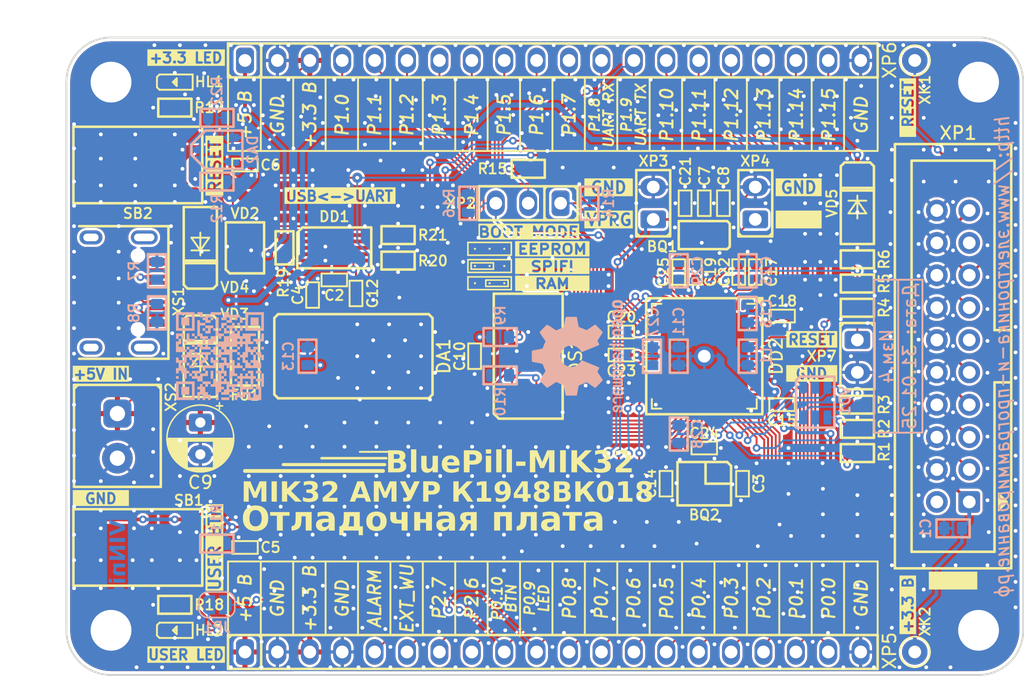
<source format=kicad_pcb>
(kicad_pcb (version 20241229) (generator "pcbnew") (generator_version "9.0")
  (title_block (date "31.01.25") (rev "4"))
  (layers (0 "F.Cu" signal) (2 "B.Cu" signal) (13 "F.Paste" user) (15 "B.Paste" user) (5 "F.SilkS" user "F.Silkscreen") (7 "B.SilkS" user "B.Silkscreen") (1 "F.Mask" user) (3 "B.Mask" user) (25 "Edge.Cuts" user))
  (property "ApprovedBy" "")
  (property "CheckedBy" "")
  (property "CompanyName" "VINnie")
  (property "DrawnBy" "Нечаев")
  (property "NormInspection" "")
  (property "PcbDocNumber" "BluePill-MIK32_PCB")
  (property "PrjDocNumber" "BluePill-MIK32")
  (property "Scale" "4:1")
  (property "TechInspection" "")
  (property "TitleStr1" "Отладочная плата")
  (property "TitleStr2" " MIK32 Амур К1948ВК018")
  (net 0 "")
  (net 5 "GND")
  (net 6 "/OSC32k_IN")
  (net 7 "/OSC32k_OUT")
  (net 8 "/OSC32M_IN")
  (net 9 "/OSC32M_OUT")
  (net 10 "+3V3D")
  (net 11 "+5V")
  (net 12 "/P0.10{slash}USER_BTN")
  (net 13 "/RESET")
  (net 14 "Net-(DD1-TNOW{slash}DTR)")
  (net 15 "/+3V3A")
  (net 16 "VPRG")
  (net 17 "Net-(DD2-Vcap_1)")
  (net 18 "Net-(DD2-Vcap_2)")
  (net 19 "Net-(DD2-Vcap_3)")
  (net 20 "Net-(DD2-Vcap_bu)")
  (net 21 "Net-(DA2-~{RESET})")
  (net 22 "/USB_D_P")
  (net 23 "/MC_UART_RX")
  (net 24 "/MC_UART_TX")
  (net 26 "Net-(DD1-CTS#)")
  (net 27 "/USB_D_N")
  (net 28 "/BOOT1")
  (net 29 "/P1.1")
  (net 30 "/P0.8")
  (net 31 "/P0.3")
  (net 32 "/P1.11")
  (net 33 "/JTAG_TCK")
  (net 34 "/P0.9{slash}USER_LED")
  (net 35 "/P1.8{slash}MC_UART_RX")
  (net 36 "/P2.7")
  (net 37 "/P1.3")
  (net 38 "/P1.6")
  (net 39 "/P1.4")
  (net 40 "/P1.15")
  (net 41 "/P0.5")
  (net 42 "/P0.6")
  (net 43 "/FLASH_DIO0")
  (net 44 "/P0.1")
  (net 45 "/JTAG_TDI")
  (net 46 "/FLASH_DIO3")
  (net 47 "/P1.0")
  (net 48 "/P1.2")
  (net 49 "/P2.6")
  (net 50 "/RTC_ALARM")
  (net 51 "/JTAG_TDO")
  (net 52 "/P0.4")
  (net 53 "/P0.2")
  (net 54 "/JTAG_TMS")
  (net 55 "/P1.9{slash}MC_UART_TX")
  (net 56 "/JTAG_TRSTn")
  (net 57 "/P0.0")
  (net 58 "/FLASH_DIO2")
  (net 59 "/BOOT0")
  (net 60 "/EXT_WU")
  (net 61 "/P0.7")
  (net 62 "/P1.5")
  (net 63 "/P1.13")
  (net 64 "/FLASH_DIO1")
  (net 65 "/FLASH_CLK")
  (net 66 "/P1.10")
  (net 67 "/FLASH_CS")
  (net 68 "/P1.14")
  (net 69 "/P1.7")
  (net 70 "+5V_IN")
  (net 71 "Net-(HL1-K)")
  (net 72 "Net-(HL2-K)")
  (net 73 "Net-(R1-Pad1)")
  (net 74 "Net-(R2-Pad1)")
  (net 75 "Net-(R3-Pad1)")
  (net 76 "Net-(R4-Pad1)")
  (net 77 "Net-(R5-Pad1)")
  (net 78 "Net-(R6-Pad1)")
  (net 79 "Net-(R7-Pad1)")
  (net 80 "Net-(R8-Pad1)")
  (net 81 "Net-(R15-Pad1)")
  (net 86 "VBAT")
  (net 87 "/P1.12")
  (net 90 "Net-(HL2-A)")
  (net 91 "Net-(VD3-A)")
  (net 92 "Net-(VD4-A)")
  (net 93 "Net-(VD5-A)")
  (footprint "PcbLib:QFN-64-1EP_8x8mm_P0.4mm_EP6.5x6.5mm" (layer "F.Cu") (at 224.325 142.975 -90)
    (property "Reference" "DD2")
    (property "Value" "MIK32 (К1948ВК018)" (hide yes))
  )
  (footprint "PcbLib:C_0402_1005Metric" (layer "F.Cu") (at 230.425 146.775)
    (property "Reference" "C15")
    (property "Value" "0,1 мк•50 В" (hide yes))
  )
  (footprint "PcbLib:C_0402_1005Metric" (layer "F.Cu") (at 221.325 152.975 90)
    (property "Reference" "C14")
    (property "Value" "22•50 В" (hide yes))
  )
  (footprint "PcbLib:C_0402_1005Metric" (layer "F.Cu") (at 230.425 139.825 180)
    (property "Reference" "C18")
    (property "Value" "0,1 мк•50 В" (hide yes))
  )
  (footprint "PcbLib:PinHeader_1x20_P2.54mm_Vertical" (layer "F.Cu") (at 188.325 119.775 90)
    (property "Reference" "XP6")
    (property "Value" "DS1021-1x20SF11" (hide yes))
  )
  (footprint "PcbLib:C_0402_1005Metric" (layer "F.Cu") (at 225.825 130.975 90)
    (property "Reference" "C8")
    (property "Value" "18•50 В" (hide yes))
  )
  (footprint "PcbLib:R_0603_1608Metric" (layer "F.Cu") (at 191.425 134.475 90)
    (property "Reference" "R19")
    (property "Value" "22" (hide yes))
  )
  (footprint "PcbLib:C_0402_1005Metric" (layer "F.Cu") (at 188.325 157.975 180)
    (property "Reference" "C5")
    (property "Value" "0,1 мк•50 В" (hide yes))
  )
  (footprint "PcbLib:C_0402_1005Metric" (layer "F.Cu") (at 227.325 152.975 -90)
    (property "Reference" "C3")
    (property "Value" "22•50 В" (hide yes))
  )
  (footprint "PcbLib:C_0402_1005Metric" (layer "F.Cu") (at 224.325 130.975 90)
    (property "Reference" "C7")
    (property "Value" "18•50 В" (hide yes))
  )
  (footprint "PcbLib:C_0402_1005Metric" (layer "F.Cu") (at 224.325 150.175)
    (property "Reference" "C24")
    (property "Value" "0,1 мк•50 В" (hide yes))
  )
  (footprint "PcbLib:DO-214AC(SMA)" (layer "F.Cu") (at 184.825 142.975 -90)
    (property "Reference" "VD3")
    (property "Value" "SS24" (hide yes))
  )
  (footprint "PcbLib:C_0402_1005Metric" (layer "F.Cu") (at 228.325 136.375 90)
    (property "Reference" "C17")
    (property "Value" "0,1 мк•50 В" (hide yes))
  )
  (footprint "PcbLib:SW_Push_1P1T_NO_6x6mm_H9.5mm" (layer "F.Cu") (at 179.925 127.975 180)
    (property "Reference" "SB2")
    (property "Value" "KLS7-TS6604-7.0-180-B" (hide yes))
  )
  (footprint "PcbLib:TO-252-2" (layer "F.Cu") (at 196.825 142.975)
    (property "Reference" "DA1")
    (property "Value" "КФ1158ЕН3.301А" (hide yes))
  )
  (footprint "PcbLib:SOIC-8_5.23x5.23mm_P1.27mm" (layer "F.Cu") (at 210.525 142.975 90)
    (property "Reference" "DS1")
    (property "Value" "PY25Q128HA-SUH" (hide yes))
  )
  (footprint "PcbLib:R_0603_1608Metric" (layer "F.Cu") (at 182.825 123.475)
    (property "Reference" "R17")
    (property "Value" "1 к" (hide yes))
  )
  (footprint "PcbLib:PinHeader_1x02_P2.54mm_Vertical" (layer "F.Cu") (at 228.325 132.245 180)
    (property "Reference" "XP4")
    (property "Value" "DS1021-1x2SF11-B" (hide yes))
  )
  (footprint "PcbLib:CP_Radial_D5mm_P2.5mm_H11mm" (layer "F.Cu") (at 184.825 148.175 -90)
    (property "Reference" "C9")
    (property "Value" "47 мк•6,3В" (hide yes))
  )
  (footprint "PcbLib:PinHeader_1x02_P2.54mm_Vertical" (layer "F.Cu") (at 220.325 132.245 180)
    (property "Reference" "XP3")
    (property "Value" "DS1021-1x2SF11" (hide yes))
  )
  (footprint "PcbLib:R_0603_1608Metric" (layer "F.Cu") (at 182.825 162.475)
    (property "Reference" "R18")
    (property "Value" "1 к" (hide yes))
  )
  (footprint "PcbLib:R_0603_1608Metric" (layer "F.Cu") (at 200.325 135.475)
    (property "Reference" "R20")
    (property "Value" "22" (hide yes))
  )
  (footprint "PcbLib:R_0603_1608Metric" (layer "F.Cu") (at 236.325 146.775 180)
    (property "Reference" "R3")
    (property "Value" "22" (hide yes))
  )
  (footprint "PcbLib:R_0603_1608Metric" (layer "F.Cu") (at 236.325 148.675 180)
    (property "Reference" "R2")
    (property "Value" "22" (hide yes))
  )
  (footprint "PcbLib:TerminalBlock_1x02_P3.50mm_Horizontal" (layer "F.Cu") (at 178.325 149.225 -90)
    (property "Reference" "XS2")
    (property "Value" "DG350-3.5-02P-14" (hide yes))
  )
  (footprint "PcbLib:R_0603_1608Metric" (layer "F.Cu") (at 200.325 133.475)
    (property "Reference" "R21")
    (property "Value" "22" (hide yes))
  )
  (footprint "PcbLib:USB_C_Receptacle_16P_TopMnt_Horizontal" (layer "F.Cu") (at 177.325 137.975 -90)
    (property "Reference" "XS1")
    (property "Value" "TYPE-C-31-M-12" (hide yes))
  )
  (footprint "PcbLib:Crystal_SMD_3225-4Pin_3.2x2.5mm" (layer "F.Cu") (at 224.325 152.975 180)
    (property "Reference" "BQ2")
    (property "Value" "32 МГц" (hide yes))
  )
  (footprint "PcbLib:C_0402_1005Metric" (layer "F.Cu") (at 206.325 142.975 -90)
    (property "Reference" "C10")
    (property "Value" "0,1 мк•50 В" (hide yes))
  )
  (footprint "PcbLib:PinHeader_1x20_P2.54mm_Vertical" (layer "F.Cu") (at 188.325 166.175 90)
    (property "Reference" "XP5")
    (property "Value" "DS1021-1x20SF11" (hide yes))
  )
  (footprint "TestPoint:TestPoint_THTPad_D2.0mm_Drill1.0mm" (layer "F.Cu") (at 240.825 119.775)
    (property "Reference" "XK1")
    (property "Value" "Reset" (hide yes))
  )
  (footprint "PcbLib:C_0402_1005Metric" (layer "F.Cu") (at 227.025 136.375 90)
    (property "Reference" "C22")
    (property "Value" "0,1 мк•50 В" (hide yes))
  )
  (footprint "PcbLib:DO-214AC(SMA)" (layer "F.Cu") (at 184.825 134.475 90)
    (property "Reference" "VD4")
    (property "Value" "SS24" (hide yes))
  )
  (footprint "PcbLib:SOT-23-6" (layer "F.Cu") (at 188.325 134.475 90)
    (property "Reference" "VD2")
    (property "Value" "IP4220CZ6F" (hide yes))
  )
  (footprint "PcbLib:C_0402_1005Metric" (layer "F.Cu") (at 195.325 136.99 180)
    (property "Reference" "C2")
    (property "Value" "0,1 мк•50 В" (hide yes))
  )
  (footprint "PcbLib:SW_Push_1P1T_NO_6x6mm_H9.5mm" (layer "F.Cu") (at 179.925 157.975)
    (property "Reference" "SB1")
    (property "Value" "KLS7-TS6604-7.0-180-B" (hide yes))
  )
  (footprint "PcbLib:PinHeader_1x02_P2.54mm_Vertical" (layer "F.Cu") (at 236.325 141.7)
    (property "Reference" "XP7")
    (property "Value" "DS1021-1x2SF11" (hide yes))
  )
  (footprint "PcbLib:Crystal_SMD_3215-2Pin_3.2x1.5mm" (layer "F.Cu") (at 224.325 133.475)
    (property "Reference" "BQ1")
    (property "Value" "32,768 кГц" (hide yes))
  )
  (footprint "PcbLib:MSOP-10_3x3mm_P0.5mm" (layer "F.Cu") (at 195.325 134.475)
    (property "Reference" "DD1")
    (property "Value" "CH340X" (hide yes))
  )
  (footprint "PcbLib:IDC-Header_2x10_P2.54mm_Vertical" (layer "F.Cu") (at 245.095 154.405 180)
    (property "Reference" "XP1")
    (property "Value" "DS1016-20 (IDC-20F)" (hide yes))
  )
  (footprint "PcbLib:C_0402_1005Metric" (layer "F.Cu") (at 197.025 138.051 -90)
    (property "Reference" "C12")
    (property "Value" "2,2 мк•10 В" (hide yes))
  )
  (footprint "PcbLib:LED_0603_1608Metric" (layer "F.Cu") (at 182.825 164.475)
    (property "Reference" "HL2")
    (property "Value" "FYLS-0603UGC" (hide yes))
  )
  (footprint "PcbLib:C_0402_1005Metric" (layer "F.Cu") (at 193.625 138.175 90)
    (property "Reference" "C4")
    (property "Value" "0,1 мк•50 В" (hide yes))
  )
  (footprint "PcbLib:R_0603_1608Metric" (layer "F.Cu") (at 236.325 135.375 180)
    (property "Reference" "R6")
    (property "Value" "22" (hide yes))
  )
  (footprint "PcbLib:Fuse_1206_3216Metric" (layer "F.Cu") (at 188.325 142.975 -90)
    (property "Reference" "FU1")
    (property "Value" "0,12 А" (hide yes))
  )
  (footprint "PcbLib:PinHeader_1x03_P2.54mm_Vertical" (layer "F.Cu") (at 213.065 130.975 -90)
    (property "Reference" "XP2")
    (property "Value" "DS1021-1x3SF11" (hide yes))
  )
  (footprint "PcbLib:C_0402_1005Metric" (layer "F.Cu") (at 223.625 136.375 90)
    (property "Reference" "C19")
    (property "Value" "0,1 мк•50 В" (hide yes))
  )
  (footprint "PcbLib:R_0603_1608Metric" (layer "F.Cu") (at 236.325 150.575 180)
    (property "Reference" "R1")
    (property "Value" "22" (hide yes))
  )
  (footprint "PcbLib:R_0603_1608Metric" (layer "F.Cu") (at 236.325 139.175 180)
    (property "Reference" "R4")
    (property "Value" "22" (hide yes))
  )
  (footprint "PcbLib:R_0603_1608Metric" (layer "F.Cu") (at 236.325 137.275 180)
    (property "Reference" "R5")
    (property "Value" "22" (hide yes))
  )
  (footprint "TestPoint:TestPoint_THTPad_D2.0mm_Drill1.0mm" (layer "F.Cu") (at 240.825 166.175)
    (property "Reference" "XK2")
    (property "Value" "+3V3" (hide yes))
  )
  (footprint "PcbLib:LED_0603_1608Metric" (layer "F.Cu") (at 182.825 121.475)
    (property "Reference" "HL1")
    (property "Value" "FYLS-0603UGC" (hide yes))
  )
  (footprint "PcbLib:DO-214AC(SMA)" (layer "F.Cu") (at 236.325 130.975 -90)
    (property "Reference" "VD5")
    (property "Value" "SS24" (hide yes))
  )
  (footprint "PcbLib:C_0402_1005Metric" (layer "F.Cu") (at 222.825 130.975 90)
    (property "Reference" "C21")
    (property "Value" "0,1 мк•50 В" (hide yes))
  )
  (footprint "PcbLib:C_0402_1005Metric" (layer "F.Cu") (at 188.325 127.975 180)
    (property "Reference" "C6")
    (property "Value" "0,1 мк•50 В" (hide yes))
  )
  (footprint "PcbLib:R_0603_1608Metric" (layer "F.Cu") (at 210.525 128.275)
    (property "Reference" "R15")
    (property "Value" "22" (hide yes))
  )
  (footprint "PcbLib:C_0402_1005Metric" (layer "F.Cu") (at 222.325 136.375 90)
    (property "Reference" "C25")
    (property "Value" "0,1 мк•50 В" (hide yes))
  )
  (footprint "PcbLib:C_0402_1005Metric" (layer "F.Cu") (at 217.825 141.075 180)
    (property "Reference" "C20")
    (property "Value" "0,1 мк•50 В" (hide yes))
  )
  (footprint "PcbLib:C_0402_1005Metric" (layer "F.Cu") (at 217.825 142.875 180)
    (property "Reference" "C23")
    (property "Value" "0,1 мк•50 В" (hide yes))
  )
  (footprint "PcbLib:R_0603_1608Metric" (layer "B.Cu") (at 208.325 144.475 180)
    (property "Reference" "R10")
    (property "Value" "100 к" (hide yes))
  )
  (footprint "PcbLib:SOT-23" (layer "B.Cu") (at 186.125 126.775 180)
    (property "Reference" "DA2")
    (property "Value" "MAX809S" (hide yes))
  )
  (footprint "PcbLib:C_0603_1608Metric" (layer "B.Cu") (at 222.325 142.975 -90)
    (property "Reference" "C11")
    (property "Value" "4,7 мк•16В" (hide yes))
  )
  (footprint "PcbLib:R_0603_1608Metric" (layer "B.Cu") (at 181.425 139.575 -90)
    (property "Reference" "R8")
    (property "Value" "5,1 к" (hide yes))
  )
  (footprint "PcbLib:R_0603_1608Metric" (layer "B.Cu") (at 208.325 141.475 180)
    (property "Reference" "R9")
    (property "Value" "100 к" (hide yes))
  )
  (footprint "PcbLib:C_0603_1608Metric" (layer "B.Cu") (at 227.725 136.275 90)
    (property "Reference" "C26")
    (property "Value" "4,7 мк•16В" (hide yes))
  )
  (footprint "PcbLib:R_0603_1608Metric" (layer "B.Cu") (at 181.425 136.275 90)
    (property "Reference" "R7")
    (property "Value" "5,1 к" (hide yes))
  )
  (footprint "PcbLib:C_0603_1608Metric" (layer "B.Cu") (at 243.825 156.475 180)
    (property "Reference" "C1")
    (property "Value" "4,7 мк•16В" (hide yes))
  )
  (footprint "PcbLib:R_0603_1608Metric" (layer "B.Cu") (at 186.125 157.675 180)
    (property "Reference" "R11")
    (property "Value" "5,1 к" (hide yes))
  )
  (footprint "LOGO" (layer "B.Cu") (at 186.425 142.975 -90)
    (property "Reference" "G***" (hide yes))
    (property "Value" "LOGO" (hide yes))
  )
  (footprint "Symbol:OSHW-Logo2_9.8x8mm_SilkScreen" (layer "B.Cu") (at 214.525 142.975 -90)
    (property "Reference" "REF**" (hide yes))
    (property "Value" "OSHW-Logo2_9.8x8mm_SilkScreen" (hide yes))
  )
  (footprint "PcbLib:R_0603_1608Metric" (layer "B.Cu") (at 186.125 129.275 180)
    (property "Reference" "R12")
    (property "Value" "5,1 к" (hide yes))
  )
  (footprint "PcbLib:L_0603_1608Metric" (layer "B.Cu") (at 227.725 142.975 90)
    (property "Reference" "L1")
    (property "Value" "BLM18PG121SN1D" (hide yes))
  )
  (footprint "PcbLib:R_0603_1608Metric" (layer "B.Cu") (at 186.125 124.275 180)
    (property "Reference" "R22")
    (property "Value" "22" (hide yes))
  )
  (footprint "PcbLib:R_0603_1608Metric" (layer "B.Cu") (at 205.825 130.975 90)
    (property "Reference" "R16")
    (property "Value" "5,1 к" (hide yes))
  )
  (footprint "PcbLib:C_0603_1608Metric" (layer "B.Cu") (at 222.325 149.075 -90)
    (property "Reference" "C28")
    (property "Value" "4,7 мк•16В" (hide yes))
  )
  (footprint "Jumper:SolderJumper-2_P1.3mm_Bridged_RoundedPad1.0x1.5mm" (layer "B.Cu") (at 186.125 162.475)
    (property "Reference" "JP1")
    (property "Value" "Jumper_2_Bridged")
  )
  (footprint "PcbLib:C_0603_1608Metric" (layer "B.Cu") (at 227.725 139.625 90)
    (property "Reference" "C16")
    (property "Value" "4,7 мк•16В" (hide yes))
  )
  (footprint "PcbLib:C_0603_1608Metric" (layer "B.Cu") (at 220.225 142.975 90)
    (property "Reference" "C27")
    (property "Value" "4,7 мк•16В" (hide yes))
  )
  (footprint "PcbLib:C_0603_1608Metric" (layer "B.Cu") (at 222.325 136.275 90)
    (property "Reference" "C29")
    (property "Value" "4,7 мк•16В" (hide yes))
  )
  (footprint "PcbLib:R_0603_1608Metric" (layer "B.Cu") (at 215.325 130.975 90)
    (property "Reference" "R14")
    (property "Value" "5,1 к" (hide yes))
  )
  (footprint "PcbLib:C_0603_1608Metric" (layer "B.Cu") (at 193.225 142.975 90)
    (property "Reference" "C13")
    (property "Value" "4,7 мк•16В" (hide yes))
  )
  (footprint "PcbLib:SOT-23-6" (layer "B.Cu") (at 233.025 146.575 -90)
    (property "Reference" "VD1")
    (property "Value" "IP4220CZ6F" (hide yes))
  )
  (gr_line (start 207.8 135.65) (end 207.8 136.15) (stroke (width 0.125)) (layer "F.SilkS"))
  (gr_poly (pts (xy 180.675 118.904275) (xy 180.675 120.2) (xy 186.75 120.2) (xy 186.75 118.904275) (xy 180.905 118.904275) (xy 180.905 119.05) (xy 186.55 119.05) (xy 186.55 120.05) (xy 180.905 120.05) (xy 180.905 118.904275)) (fill yes) (layer "F.SilkS"))
  (gr_line (start 207.345 126.875) (end 207.345 121.12) (stroke (width 0.15)) (layer "F.SilkS"))
  (gr_line (start 194.645 164.86) (end 194.645 159.09) (stroke (width 0.15)) (layer "F.SilkS"))
  (gr_line (start 225.125 164.86) (end 225.125 159.09) (stroke (width 0.15)) (layer "F.SilkS"))
  (gr_poly (pts (xy 229.925 131.55) (xy 229.925 132.95) (xy 233.525 132.95) (xy 233.525 131.55) (xy 230.05 131.55) (xy 230.05 131.675) (xy 233.39897 131.661435) (xy 233.4 132.8) (xy 230.055068 132.8) (xy 230.055068 131.55)) (fill yes) (layer "F.SilkS"))
  (gr_line (start 205.8 136.75) (end 205.8 137.75) (stroke (width 0.125)) (layer "F.SilkS"))
  (gr_line (start 197.185 126.875) (end 197.185 121.12) (stroke (width 0.15)) (layer "F.SilkS"))
  (gr_line (start 199.725 126.875) (end 199.725 121.12) (stroke (width 0.15)) (layer "F.SilkS"))
  (gr_line (start 206.05 135.65) (end 207.8 135.65) (stroke (width 0.125)) (layer "F.SilkS"))
  (gr_line (start 186.995 126.875) (end 186.995 121.105) (stroke (width 0.15)) (layer "F.SilkS"))
  (gr_line (start 206.05 136.15) (end 206.05 135.65) (stroke (width 0.125)) (layer "F.SilkS"))
  (gr_line (start 205.8 135.4) (end 205.8 136.4) (stroke (width 0.125)) (layer "F.SilkS"))
  (gr_rect (start 206.275 135.825) (end 206.425 135.975) (fill yes) (layer "F.SilkS"))
  (gr_line (start 197.325 150.475) (end 199.525 150.475) (stroke (width 0.15)) (layer "F.SilkS"))
  (gr_line (start 186.995 159.075) (end 237.915 159.075) (stroke (width 0.15)) (layer "F.SilkS"))
  (gr_line (start 192.105 164.86) (end 192.105 159.09) (stroke (width 0.15)) (layer "F.SilkS"))
  (gr_poly (pts (xy 241.925 159.875) (xy 241.925 161.275) (xy 245.725 161.275) (xy 245.725 159.875) (xy 242.325 159.875) (xy 242.325 160.025) (xy 245.3 160.025) (xy 245.3 161.125) (xy 242.330068 161.125) (xy 242.330068 159.875)) (fill yes) (layer "F.SilkS"))
  (gr_line (start 217.505 126.875) (end 217.505 121.12) (stroke (width 0.15)) (layer "F.SilkS"))
  (gr_poly (pts (xy 229.925 129.025) (xy 229.925 130.425) (xy 233.525 130.425) (xy 233.525 129.025) (xy 230.35 129.025) (xy 230.35 129.15) (xy 233.07397 129.136435) (xy 233.075 130.275) (xy 230.35 130.275) (xy 230.35 129.025)) (fill yes) (layer "F.SilkS"))
  (gr_rect (start 208.575 135.825) (end 208.725 135.975) (fill yes) (layer "F.SilkS"))
  (gr_line (start 186.995 164.845) (end 186.995 159.075) (stroke (width 0.15)) (layer "F.SilkS"))
  (gr_line (start 205.8 135.4) (end 209.2 135.4) (stroke (width 0.125)) (layer "F.SilkS"))
  (gr_line (start 214.965 126.875) (end 214.965 121.12) (stroke (width 0.15)) (layer "F.SilkS"))
  (gr_poly (pts (xy 174.825 143.725) (xy 174.825 144.975) (xy 179.225 144.975) (xy 179.225 143.725) (xy 174.975 143.725) (xy 174.975 143.855) (xy 179.125 143.85) (xy 179.125 144.85) (xy 174.975 144.85) (xy 174.975 143.725)) (fill yes) (layer "F.SilkS"))
  (gr_poly (pts (xy 230.75 141) (xy 230.75 142.3) (xy 234.75 142.3) (xy 234.75 141) (xy 230.95 141) (xy 230.95 141.145725) (xy 234.55 141.145725) (xy 234.55 142.145725) (xy 230.95 142.145725) (xy 230.95 141)) (fill yes) (layer "F.SilkS"))
  (gr_line (start 235.285 126.875) (end 235.285 121.12) (stroke (width 0.15)) (layer "F.SilkS"))
  (gr_line (start 225.125 126.875) (end 225.125 121.12) (stroke (width 0.15)) (layer "F.SilkS"))
  (gr_line (start 205.8 134.05) (end 209.2 134.05) (stroke (width 0.125)) (layer "F.SilkS"))
  (gr_poly (pts (xy 209.5 136.65) (xy 209.5 137.85) (xy 215.325 137.85) (xy 215.325 136.65) (xy 211.1 136.65) (xy 211.1 136.775) (xy 213.7 136.775) (xy 213.7 137.725) (xy 211.1 137.725) (xy 211.1 136.65)) (fill yes) (layer "F.SilkS"))
  (gr_line (start 222.585 126.875) (end 222.585 121.12) (stroke (width 0.15)) (layer "F.SilkS"))
  (gr_line (start 214.965 164.86) (end 214.965 159.09) (stroke (width 0.15)) (layer "F.SilkS"))
  (gr_rect (start 207.425 135.825) (end 207.575 135.975) (fill yes) (layer "F.SilkS"))
  (gr_poly (pts (xy 174.825 153.475) (xy 174.825 154.725) (xy 179.225 154.725) (xy 179.225 153.475) (xy 175.825 153.475) (xy 175.825 153.605) (xy 178.225 153.6) (xy 178.225 154.6) (xy 175.825 154.6) (xy 175.825 153.475)) (fill yes) (layer "F.SilkS"))
  (gr_line (start 209.2 136.75) (end 209.2 137.75) (stroke (width 0.125)) (layer "F.SilkS"))
  (gr_line (start 237.915 164.845) (end 237.915 159.075) (stroke (width 0.15)) (layer "F.SilkS"))
  (gr_rect (start 208.575 134.475) (end 208.725 134.625) (fill yes) (layer "F.SilkS"))
  (gr_line (start 209.2 135.4) (end 209.2 136.4) (stroke (width 0.125)) (layer "F.SilkS"))
  (gr_line (start 237.915 126.875) (end 237.915 121.105) (stroke (width 0.15)) (layer "F.SilkS"))
  (gr_poly (pts (xy 180.675 165.729275) (xy 180.675 167.025) (xy 186.75 167.025) (xy 186.75 165.729275) (xy 180.825 165.729275) (xy 180.825 165.875) (xy 186.6 165.875) (xy 186.6 166.875) (xy 180.825 166.875) (xy 180.825 165.729275)) (fill yes) (layer "F.SilkS"))
  (gr_line (start 209.885 126.875) (end 209.885 121.12) (stroke (width 0.15)) (layer "F.SilkS"))
  (gr_line (start 207.345 164.86) (end 207.345 159.09) (stroke (width 0.15)) (layer "F.SilkS"))
  (gr_line (start 212.425 164.86) (end 212.425 159.09) (stroke (width 0.15)) (layer "F.SilkS"))
  (gr_line (start 208.95 137.5) (end 207.225 137.5) (stroke (width 0.125)) (layer "F.SilkS"))
  (gr_line (start 212.425 126.875) (end 212.425 121.12) (stroke (width 0.15)) (layer "F.SilkS"))
  (gr_line (start 222.585 164.86) (end 222.585 159.09) (stroke (width 0.15)) (layer "F.SilkS"))
  (gr_line (start 199.15 151.975) (end 188.325 151.975) (stroke (width 0.3)) (layer "F.SilkS"))
  (gr_poly (pts (xy 206.625 132.575) (xy 206.625 133.825) (xy 214.525 133.825) (xy 214.525 132.575) (xy 206.725 132.575) (xy 206.725 132.7) (xy 214.475 132.7) (xy 214.475 133.7) (xy 206.725 133.7) (xy 206.725 132.575)) (fill yes) (layer "F.SilkS"))
  (gr_line (start 205.8 134.05) (end 205.8 135.05) (stroke (width 0.125)) (layer "F.SilkS"))
  (gr_line (start 230.205 126.875) (end 230.205 121.12) (stroke (width 0.15)) (layer "F.SilkS"))
  (gr_rect (start 206.275 137.175) (end 206.425 137.325) (fill yes) (layer "F.SilkS"))
  (gr_rect (start 206.275 134.475) (end 206.425 134.625) (fill yes) (layer "F.SilkS"))
  (gr_line (start 235.285 164.86) (end 235.285 159.09) (stroke (width 0.15)) (layer "F.SilkS"))
  (gr_line (start 227.665 164.86) (end 227.665 159.09) (stroke (width 0.15)) (layer "F.SilkS"))
  (gr_line (start 230.205 164.86) (end 230.205 159.09) (stroke (width 0.15)) (layer "F.SilkS"))
  (gr_poly (pts (xy 185.225 161.375) (xy 186.625 161.375) (xy 186.625 154.575) (xy 185.225 154.575) (xy 185.225 161.275) (xy 185.375 161.275) (xy 185.375 154.675) (xy 186.475 154.675) (xy 186.475 161.275) (xy 185.225 161.275)) (fill yes) (layer "F.SilkS"))
  (gr_rect (start 207.425 137.175) (end 207.575 137.325) (fill yes) (layer "F.SilkS"))
  (gr_line (start 207.2 137) (end 208.95 137) (stroke (width 0.125)) (layer "F.SilkS"))
  (gr_line (start 191.325 151.475) (end 199.275 151.475) (stroke (width 0.25)) (layer "F.SilkS"))
  (gr_line (start 207.8 136.15) (end 206.075 136.15) (stroke (width 0.125)) (layer "F.SilkS"))
  (gr_line (start 194.645 126.86) (end 194.645 121.09) (stroke (width 0.15)) (layer "F.SilkS"))
  (gr_line (start 207.2 137.5) (end 207.2 137) (stroke (width 0.125)) (layer "F.SilkS"))
  (gr_poly (pts (xy 214.925 131.55) (xy 214.925 132.95) (xy 218.725 132.95) (xy 218.725 131.55) (xy 215.05 131.55) (xy 215.05 131.675) (xy 218.62397 131.661435) (xy 218.625 132.8) (xy 215.05 132.8) (xy 215.05 131.55)) (fill yes) (layer "F.SilkS"))
  (gr_line (start 205.8 136.75) (end 209.2 136.75) (stroke (width 0.125)) (layer "F.SilkS"))
  (gr_poly (pts (xy 239.625 125.775) (xy 240.925 125.775) (xy 240.925 121.175) (xy 239.625 121.175) (xy 239.625 124.975) (xy 239.770725 124.975) (xy 239.770725 121.375) (xy 240.770725 121.375) (xy 240.770725 124.975) (xy 239.625 124.975)) (fill yes) (layer "F.SilkS"))
  (gr_line (start 217.505 164.86) (end 217.505 159.09) (stroke (width 0.15)) (layer "F.SilkS"))
  (gr_line (start 220.045 164.86) (end 220.045 159.09) (stroke (width 0.15)) (layer "F.SilkS"))
  (gr_line (start 227.665 126.875) (end 227.665 121.12) (stroke (width 0.15)) (layer "F.SilkS"))
  (gr_line (start 192.105 126.86) (end 192.105 121.09) (stroke (width 0.15)) (layer "F.SilkS"))
  (gr_poly (pts (xy 214.925 129.025) (xy 214.925 130.425) (xy 218.725 130.425) (xy 218.725 129.025) (xy 215.475 129.025) (xy 215.475 129.15) (xy 218.17397 129.136435) (xy 218.175 130.275) (xy 215.475 130.275) (xy 215.475 129.025)) (fill yes) (layer "F.SilkS"))
  (gr_line (start 205.8 136.4) (end 209.2 136.4) (stroke (width 0.125)) (layer "F.SilkS"))
  (gr_line (start 232.745 164.86) (end 232.745 159.09) (stroke (width 0.15)) (layer "F.SilkS"))
  (gr_line (start 204.805 164.86) (end 204.805 159.09) (stroke (width 0.15)) (layer "F.SilkS"))
  (gr_line (start 189.565 126.875) (end 189.565 121.105) (stroke (width 0.15)) (layer "F.SilkS"))
  (gr_line (start 194.325 150.975) (end 199.4 150.975) (stroke (width 0.2)) (layer "F.SilkS"))
  (gr_poly (pts (xy 191.425 129.725) (xy 191.425 131.025) (xy 200.125 131.025) (xy 200.125 129.725) (xy 191.625 129.725) (xy 191.625 129.9) (xy 199.925 129.875) (xy 199.925 130.875) (xy 191.625 130.875) (xy 191.625 129.725)) (fill yes) (layer "F.SilkS"))
  (gr_poly (pts (xy 209.5 135.275) (xy 209.5 136.525) (xy 215.325 136.525) (xy 215.325 135.275) (xy 210.75 135.275) (xy 210.75 135.4) (xy 214.025 135.4) (xy 214.025 136.4) (xy 210.75 136.4) (xy 210.75 135.275)) (fill yes) (layer "F.SilkS"))
  (gr_line (start 204.805 126.875) (end 204.805 121.12) (stroke (width 0.15)) (layer "F.SilkS"))
  (gr_poly (pts (xy 185.225 130.375) (xy 186.625 130.375) (xy 186.625 125.675) (xy 185.225 125.675) (xy 185.225 130.075) (xy 185.375 130.075) (xy 185.375 125.95) (xy 186.5 125.95) (xy 186.475 130.075) (xy 185.225 130.075)) (fill yes) (layer "F.SilkS"))
  (gr_poly (pts (xy 209.5 133.95) (xy 209.5 135.15) (xy 215.325 135.15) (xy 215.325 133.95) (xy 209.75 133.95) (xy 209.75 134.075) (xy 215.075 134.075) (xy 215.075 135.025) (xy 209.75 135.025) (xy 209.75 133.95)) (fill yes) (layer "F.SilkS"))
  (gr_line (start 209.2 134.05) (end 209.2 135.05) (stroke (width 0.125)) (layer "F.SilkS"))
  (gr_line (start 186.995 126.875) (end 237.915 126.875) (stroke (width 0.15)) (layer "F.SilkS"))
  (gr_line (start 197.185 164.86) (end 197.185 159.09) (stroke (width 0.15)) (layer "F.SilkS"))
  (gr_rect (start 208.575 137.175) (end 208.725 137.325) (fill yes) (layer "F.SilkS"))
  (gr_line (start 220.045 126.875) (end 220.045 121.12) (stroke (width 0.15)) (layer "F.SilkS"))
  (gr_poly (pts (xy 239.625 160.175) (xy 240.925 160.175) (xy 240.925 164.775) (xy 239.625 164.775) (xy 239.625 160.375) (xy 239.770725 160.375) (xy 239.770725 164.575) (xy 240.770725 164.575) (xy 240.770725 160.375) (xy 239.625 160.375)) (fill yes) (layer "F.SilkS"))
  (gr_line (start 205.8 135.05) (end 209.2 135.05) (stroke (width 0.125)) (layer "F.SilkS"))
  (gr_line (start 189.565 164.845) (end 189.565 159.075) (stroke (width 0.15)) (layer "F.SilkS"))
  (gr_line (start 205.8 137.75) (end 209.2 137.75) (stroke (width 0.125)) (layer "F.SilkS"))
  (gr_line (start 209.885 164.86) (end 209.885 159.09) (stroke (width 0.15)) (layer "F.SilkS"))
  (gr_rect (start 207.425 134.475) (end 207.575 134.625) (fill yes) (layer "F.SilkS"))
  (gr_line (start 202.265 164.86) (end 202.265 159.09) (stroke (width 0.15)) (layer "F.SilkS"))
  (gr_line (start 232.745 126.875) (end 232.745 121.12) (stroke (width 0.15)) (layer "F.SilkS"))
  (gr_line (start 208.95 137) (end 208.95 137.5) (stroke (width 0.125)) (layer "F.SilkS"))
  (gr_line (start 202.265 126.875) (end 202.265 121.12) (stroke (width 0.15)) (layer "F.SilkS"))
  (gr_line (start 199.725 164.86) (end 199.725 159.09) (stroke (width 0.15)) (layer "F.SilkS"))
  (gr_poly (pts (xy 230.75 143.675) (xy 230.75 144.975) (xy 234.75 144.975) (xy 234.75 143.675) (xy 231.545 143.675) (xy 231.545 143.815) (xy 233.95 143.815) (xy 233.95 144.820725) (xy 231.545 144.820725) (xy 231.545 143.675)) (fill yes) (layer "F.SilkS"))
  (gr_line (start 237.625 136.975) (end 237.625 148.975) (stroke (width 0.15)) (layer "B.SilkS"))
  (gr_line (start 239.525 136.975) (end 239.525 148.975) (stroke (width 0.15)) (layer "B.SilkS"))
  (gr_line (start 237.625 148.975) (end 241.425 148.975) (stroke (width 0.15)) (layer "B.SilkS"))
  (gr_line (start 241.425 136.975) (end 241.425 148.975) (stroke (width 0.15)) (layer "B.SilkS"))
  (gr_line (start 237.625 136.975) (end 241.425 136.975) (stroke (width 0.15)) (layer "B.SilkS"))
  (gr_line (start 249.325 164.475) (end 249.325 121.475) (stroke (width 0.15)) (layer "Edge.Cuts"))
  (gr_line (start 245.825 117.975) (end 177.825 117.975) (stroke (width 0.15)) (layer "Edge.Cuts"))
  (gr_arc (start 249.325 164.475) (mid 248.299874 166.949874) (end 245.825 167.975) (stroke (width 0.15)) (layer "Edge.Cuts"))
  (gr_arc (start 174.325 121.475) (mid 175.350126 119.000126) (end 177.825 117.975) (stroke (width 0.15)) (layer "Edge.Cuts"))
  (gr_line (start 174.325 121.475) (end 174.325 164.475) (stroke (width 0.15)) (layer "Edge.Cuts"))
  (gr_arc (start 245.825 117.975) (mid 248.299874 119.000126) (end 249.325 121.475) (stroke (width 0.15)) (layer "Edge.Cuts"))
  (gr_line (start 177.825 167.975) (end 245.825 167.975) (stroke (width 0.15)) (layer "Edge.Cuts"))
  (gr_arc (start 177.825 167.975) (mid 175.350126 166.949874) (end 174.325 164.475) (stroke (width 0.15)) (layer "Edge.Cuts"))
  (gr_text "VINnie" (at 179.125 155.775 90) (layer "B.Cu") (effects (font (size 1.2 1.2) (thickness 0.15) (bold yes) (italic yes)) (justify left bottom mirror)))
  (gr_text "GND" (at 190.865 162 90) (layer "F.SilkS") (effects (font (size 0.975 0.975) (thickness 0.17) (bold yes) (italic yes))))
  (gr_text "RESET" (at 240.3 123.2 90) (layer "F.SilkS" knockout) (effects (font (size 0.8 0.8) (thickness 0.18) (bold yes))))
  (gr_text "P1.5" (at 208.645 124.075 90) (layer "F.SilkS") (effects (font (size 0.975 0.975) (thickness 0.17) (bold yes) (italic yes))))
  (gr_text "GND" (at 236.625 124.075 90) (layer "F.SilkS") (effects (font (size 0.975 0.975) (thickness 0.17) (bold yes) (italic yes))))
  (gr_text "Отладочная плата" (at 188.025 156.975 0) (layer "F.SilkS") (effects (font (size 1.9 1.9) (thickness 0.2) (bold yes) (italic yes)) (justify left bottom)))
  (gr_text "P1.11" (at 223.925 124.075 90) (layer "F.SilkS") (effects (font (size 0.975 0.975) (thickness 0.17) (bold yes) (italic yes))))
  (gr_text "GND" (at 195.945 162 90) (layer "F.SilkS") (effects (font (size 0.975 0.975) (thickness 0.17) (bold yes) (italic yes))))
  (gr_text "+3.3 В" (at 193.405 124.075 90) (layer "F.SilkS") (effects (font (size 0.975 0.975) (thickness 0.17) (bold yes) (italic yes))))
  (gr_text "P2.6" (at 206.105 162 90) (layer "F.SilkS") (effects (font (size 0.975 0.975) (thickness 0.17) (bold yes) (italic yes))))
  (gr_text "+3.3 LED" (at 183.7 119.575 0) (layer "F.SilkS" knockout) (effects (font (size 0.8 0.8) (thickness 0.18) (bold yes))))
  (gr_text "GND" (at 177.025 154.15 0) (layer "F.SilkS" knockout) (effects (font (size 0.8 0.8) (thickness 0.18) (bold yes))))
  (gr_text "+3.3 В" (at 193.405 162 90) (layer "F.SilkS") (effects (font (size 0.975 0.975) (thickness 0.17) (bold yes) (italic yes))))
  (gr_text "P1.15" (at 234.085 124.075 90) (layer "F.SilkS") (effects (font (size 0.975 0.975) (thickness 0.17) (bold yes) (italic yes))))
  (gr_text "RESET" (at 185.964 128.075 90) (layer "F.SilkS" knockout) (effects (font (size 0.9 0.9) (thickness 0.19) (bold yes))))
  (gr_text "P1.12" (at 226.465 124.075 90) (layer "F.SilkS") (effects (font (size 0.975 0.975) (thickness 0.17) (bold yes) (italic yes))))
  (gr_text "P0.8" (at 213.765 162 90) (layer "F.SilkS") (effects (font (size 0.975 0.975) (thickness 0.17) (bold yes) (italic yes))))
  (gr_text "P0.6" (at 218.805 162 90) (layer "F.SilkS") (effects (font (size 0.975 0.975) (thickness 0.17) (bold yes) (italic yes))))
  (gr_text "EXT_WU" (at 201.025 162 90) (layer "F.SilkS") (effects (font (size 0.975 0.975) (thickness 0.17) (bold yes) (italic yes))))
  (gr_text "P1.10" (at 221.385 124.075 90) (layer "F.SilkS") (effects (font (size 0.975 0.975) (thickness 0.17) (bold yes) (italic yes))))
  (gr_text "+5 В" (at 188.325 162 90) (layer "F.SilkS") (effects (font (size 0.975 0.975) (thickness 0.17) (bold yes) (italic yes))))
  (gr_text "BTN" (at 209.2 162 90) (layer "F.SilkS") (effects (font (size 0.775 0.8) (thickness 0.16) (bold yes) (italic yes))))
  (gr_text "GND" (at 232.725 144.35 0) (layer "F.SilkS" knockout) (effects (font (size 0.8 0.8) (thickness 0.18) (bold yes))))
  (gr_text "P1.7" (at 213.725 124.075 90) (layer "F.SilkS") (effects (font (size 0.975 0.975) (thickness 0.17) (bold yes) (italic yes))))
  (gr_text "MIK32 АМУР К1948ВК018" (at 188.025 154.65 0) (layer "F.SilkS") (effects (font (size 1.565 1.565) (thickness 0.2) (bold yes) (italic yes)) (justify left bottom)))
  (gr_text "SPIFI" (at 212.41 135.95 0) (layer "F.SilkS" knockout) (effects (font (size 0.78 0.9) (thickness 0.19) (bold yes))))
  (gr_text "P2.7" (at 203.565 162 90) (layer "F.SilkS") (effects (font (size 0.975 0.975) (thickness 0.17) (bold yes) (italic yes))))
  (gr_text "JTAG" (at 243.825 160.625 0) (layer "F.SilkS" knockout) (effects (font (size 0.9 0.9) (thickness 0.19) (bold yes))))
  (gr_text "ALARM" (at 198.485 162 90) (layer "F.SilkS") (effects (font (size 0.975 0.975) (thickness 0.17) (bold yes) (italic yes))))
  (gr_text "P0.1" (at 231.545 162 90) (layer "F.SilkS") (effects (font (size 0.975 0.975) (thickness 0.17) (bold yes) (italic yes))))
  (gr_text "P1.1" (at 198.485 124.075 90) (layer "F.SilkS") (effects (font (size 0.975 0.975) (thickness 0.17) (bold yes) (italic yes))))
  (gr_text "BOOT MODE" (at 210.55 133.25 0) (layer "F.SilkS" knockout) (effects (font (size 0.8 0.9) (thickness 0.19) (bold yes))))
  (gr_text "BluePill-MIK32" (at 199.325 152.375 0) (layer "F.SilkS") (effects (font (size 1.7 1.7) (thickness 0.2) (bold yes) (italic yes)) (justify left bottom)))
  (gr_text "LED" (at 211.75 162 90) (layer "F.SilkS") (effects (font (size 0.775 0.8) (thickness 0.16) (bold yes) (italic yes))))
  (gr_text "P1.14" (at 231.545 124.075 90) (layer "F.SilkS") (effects (font (size 0.975 0.975) (thickness 0.17) (bold yes) (italic yes))))
  (gr_text "UART TX" (at 219.35 124.075 90) (layer "F.SilkS") (effects (font (size 0.775 0.8) (thickness 0.16) (bold yes) (italic yes))))
  (gr_text "+5 В" (at 188.325 124.075 90) (layer "F.SilkS") (effects (font (size 0.975 0.975) (thickness 0.17) (bold yes) (italic yes))))
  (gr_text "P0.10" (at 208.1 162 90) (layer "F.SilkS") (effects (font (size 0.775 0.8) (thickness 0.16) (bold yes) (italic yes))))
  (gr_text "P1.8" (at 215.725 124.075 90) (layer "F.SilkS") (effects (font (size 0.775 0.8) (thickness 0.16) (bold yes) (italic yes))))
  (gr_text "GND" (at 231.725 129.75 0) (layer "F.SilkS" knockout) (effects (font (size 0.91 0.91) (thickness 0.19) (bold yes))))
  (gr_text "P0.3" (at 226.465 162 90) (layer "F.SilkS") (effects (font (size 0.975 0.975) (thickness 0.17) (bold yes) (italic yes))))
  (gr_text "UART RX" (at 216.825 124.075 90) (layer "F.SilkS") (effects (font (size 0.775 0.8) (thickness 0.16) (bold yes) (italic yes))))
  (gr_text "USER LED" (at 183.7 166.4 0) (layer "F.SilkS" knockout) (effects (font (size 0.8 0.8) (thickness 0.18) (bold yes))))
  (gr_text "P0.7" (at 216.265 162 90) (layer "F.SilkS") (effects (font (size 0.975 0.975) (thickness 0.17) (bold yes) (italic yes))))
  (gr_text "USB<->UART" (at 195.725 130.425 0) (layer "F.SilkS" knockout) (effects (font (size 0.8 0.806) (thickness 0.18) (bold yes))))
  (gr_text "P0.0" (at 234.085 162 90) (layer "F.SilkS") (effects (font (size 0.975 0.975) (thickness 0.17) (bold yes) (italic yes))))
  (gr_text "P0.4" (at 223.925 162 90) (layer "F.SilkS") (effects (font (size 0.975 0.975) (thickness 0.17) (bold yes) (italic yes))))
  (gr_text "EEPROM" (at 212.41 134.59 0) (layer "F.SilkS" knockout) (effects (font (size 0.77 0.9) (thickness 0.19) (bold yes))))
  (gr_text "P0.2" (at 229.005 162 90) (layer "F.SilkS") (effects (font (size 0.975 0.975) (thickness 0.17) (bold yes) (italic yes))))
  (gr_text "VPRG" (at 216.865 132.275 0) (layer "F.SilkS" knockout) (effects (font (size 0.91 0.91) (thickness 0.19) (bold yes))))
  (gr_text "GND" (at 216.825 129.75 0) (layer "F.SilkS" knockout) (effects (font (size 0.91 0.91) (thickness 0.19) (bold yes))))
  (gr_text "P1.13" (at 229.005 124.075 90) (layer "F.SilkS") (effects (font (size 0.975 0.975) (thickness 0.17) (bold yes) (italic yes))))
  (gr_text "P1.0" (at 195.945 124.075 90) (layer "F.SilkS") (effects (font (size 0.975 0.975) (thickness 0.17) (bold yes) (italic yes))))
  (gr_text "P1.3" (at 203.565 124.075 90) (layer "F.SilkS") (effects (font (size 0.975 0.975) (thickness 0.17) (bold yes) (italic yes))))
  (gr_text "RAM" (at 212.41 137.29 0) (layer "F.SilkS" knockout) (effects (font (size 0.77 0.9) (thickness 0.19) (bold yes))))
  (gr_text "GND" (at 236.625 162 90) (layer "F.SilkS") (effects (font (size 0.975 0.975) (thickness 0.17) (bold yes) (italic yes))))
  (gr_text "VBAT" (at 231.725 132.275 0) (layer "F.SilkS" knockout) (effects (font (size 0.91 0.91) (thickness 0.19) (bold yes))))
  (gr_text "P0.5" (at 221.385 162 90) (layer "F.SilkS") (effects (font (size 0.975 0.975) (thickness 0.17) (bold yes) (italic yes))))
  (gr_text "+5V IN" (at 177.025 144.385 0) (layer "F.SilkS" knockout) (effects (font (size 0.8 0.8) (thickness 0.18) (bold yes))))
  (gr_text "P1.4" (at 206.105 124.075 90) (layer "F.SilkS") (effects (font (size 0.975 0.975) (thickness 0.17) (bold yes) (italic yes))))
  (gr_text "P1.2" (at 201.025 124.075 90) (layer "F.SilkS") (effects (font (size 0.975 0.975) (thickness 0.17) (bold yes) (italic yes))))
  (gr_text "GND" (at 190.865 124.075 90) (layer "F.SilkS") (effects (font (size 0.975 0.975) (thickness 0.17) (bold yes) (italic yes))))
  (gr_text "P0.9" (at 210.645 162 90) (layer "F.SilkS") (effects (font (size 0.775 0.8) (thickness 0.16) (bold yes) (italic yes))))
  (gr_text "P1.9" (at 218.225 124.075 90) (layer "F.SilkS") (effects (font (size 0.775 0.8) (thickness 0.16) (bold yes) (italic yes))))
  (gr_text "+3.3 В" (at 240.3 162.5 90) (layer "F.SilkS" knockout) (effects (font (size 0.8 0.8) (thickness 0.18) (bold yes))))
  (gr_text "USER BTN" (at 185.964 157.975 90) (layer "F.SilkS" knockout) (effects (font (size 0.9 0.9) (thickness 0.19) (bold yes))))
  (gr_text "P1.6" (at 211.185 124.075 90) (layer "F.SilkS") (effects (font (size 0.975 0.975) (thickness 0.17) (bold yes) (italic yes))))
  (gr_text "RESET" (at 232.725 141.675 0) (layer "F.SilkS" knockout) (effects (font (size 0.8 0.8) (thickness 0.18) (bold yes))))
  (gr_text "Изм.${REVISION}" (at 238.625 142.975 90) (layer "B.SilkS") (effects (font (size 1 1)) (justify mirror)))
  (gr_text "Дата: ${ISSUE_DATE}" (at 240.425 142.975 90) (layer "B.SilkS") (effects (font (size 1 1)) (justify mirror)))
  (gr_text "http://www.электроника-и-программирование.рф" (at 247.675 142.975 90) (layer "B.SilkS") (effects (font (size 1.1 0.97) (thickness 0.15) (bold yes) (italic yes)) (justify mirror)))
  (segment (start 181.957965 134.775) (end 181.325 134.775) (width 0.3) (layer "F.Cu") (net 5))
  (segment (start 223.225 151.573979) (end 223.225 152.125) (width 0.15) (layer "F.Cu") (net 5))
  (segment (start 230.925 146.025) (end 230.925 146.675) (width 0.2) (layer "F.Cu") (net 5))
  (segment (start 216.799528 145.007065) (end 216.867463 145.075) (width 0.15) (layer "F.Cu") (net 5))
  (segment (start 230.625 139.075) (end 230.725 138.975) (width 0.15) (layer "F.Cu") (net 5))
  (segment (start 203.225 141.075) (end 202.725 141.075) (width 0.15) (layer "F.Cu") (net 5))
  (segment (start 228.275 140.375) (end 228.825 140.375) (width 0.15) (layer "F.Cu") (net 5))
  (segment (start 182.525 132.775) (end 182.525 134.207965) (width 0.3) (layer "F.Cu") (net 5))
  (segment (start 229.825 142.075) (end 231.225 142.075) (width 0.15) (layer "F.Cu") (net 5))
  (segment (start 229.85 144.95) (end 230.925 146.025) (width 0.2) (layer "F.Cu") (net 5))
  (segment (start 230.025 139.825) (end 230.025 139.375) (width 0.15) (layer "F.Cu") (net 5))
  (segment (start 181.325 141.175) (end 182.525 141.175) (width 0.3) (layer "F.Cu") (net 5))
  (segment (start 217.325 140.375) (end 217.225 140.275) (width 0.15) (layer "F.Cu") (net 5))
  (segment (start 224.525 136.475) (end 224.45 136.55) (width 0.15) (layer "F.Cu") (net 5))
  (segment (start 193.375 134.475) (end 194.525 134.475) (width 0.15) (layer "F.Cu") (net 5))
  (segment (start 228.825 140.375) (end 229.125 140.075) (width 0.15) (layer "F.Cu") (net 5))
  (segment (start 190.825 136.075) (end 191.925 137.175) (width 0.6) (layer "F.Cu") (net 5))
  (segment (start 217.325 142.875) (end 216.625 142.875) (width 0.25) (layer "F.Cu") (net 5))
  (segment (start 225.825 130.475) (end 225.825 129.675) (width 0.2) (layer "F.Cu") (net 5))
  (segment (start 188.325 134.775) (end 188.429626 134.670374) (width 0.15) (layer "F.Cu") (net 5))
  (segment (start 229.725 141.975) (end 229.825 142.075) (width 0.15) (layer "F.Cu") (net 5))
  (segment (start 228.275 141.975) (end 229.725 141.975) (width 0.15) (layer "F.Cu") (net 5))
  (segment (start 224.45 136.55) (end 224.45 137.573224) (width 0.15) (layer "F.Cu") (net 5))
  (segment (start 230.325 139.075) (end 230.625 139.075) (width 0.15) (layer "F.Cu") (net 5))
  (segment (start 226.125 134.675) (end 224.925 135.875) (width 0.15) (layer "F.Cu") (net 5))
  (segment (start 188.429626 134.670374) (end 188.80802 134.670374) (width 0.15) (layer "F.Cu") (net 5))
  (segment (start 222.825 130.475) (end 222.825 129.675) (width 0.2) (layer "F.Cu") (net 5))
  (segment (start 232.025 142.875) (end 232.025 142.975) (width 0.15) (layer "F.Cu") (net 5))
  (segment (start 217.225 140.275) (end 216.8 140.275) (width 0.15) (layer "F.Cu") (net 5))
  (segment (start 191.925 137.175) (end 192.45 137.7) (width 0.15) (layer "F.Cu") (net 5))
  (segment (start 217.325 141.075) (end 217.325 140.375) (width 0.15) (layer "F.Cu") (net 5))
  (segment (start 182.525 134.207965) (end 181.957965 134.775) (width 0.3) (layer "F.Cu") (net 5))
  (segment (start 202.725 141.075) (end 202.125 140.475) (width 0.15) (layer "F.Cu") (net 5))
  (segment (start 229.375 139.825) (end 229.125 140.075) (width 0.15) (layer "F.Cu") (net 5))
  (segment (start 216.867463 145.075) (end 218.425 145.075) (width 0.15) (layer "F.Cu") (net 5))
  (segment (start 193.6 137.7) (end 193.625 137.675) (width 0.15) (layer "F.Cu") (net 5))
  (segment (start 223.225 152.375) (end 223.225 152.125) (width 0.15) (layer "F.Cu") (net 5))
  (segment (start 220.375 144.775) (end 218.725 144.775) (width 0.15) (layer "F.Cu") (net 5))
  (segment (start 226.525 131.505) (end 226.525 133.709315) (width 0.15) (layer "F.Cu") (net 5))
  (segment (start 228.325 129.705) (end 226.525 131.505) (width 0.15) (layer "F.Cu") (net 5))
  (segment (start 227.025 135.875) (end 227.025 135.475) (width 0.15) (layer "F.Cu") (net 5))
  (segment (start 230.025 139.375) (end 230.325 139.075) (width 0.15) (layer "F.Cu") (net 5))
  (segment (start 230.025 139.825) (end 229.375 139.825) (width 0.15) (layer "F.Cu") (net 5))
  (segment (start 222.670578 152.929422) (end 223.225 152.375) (width 0.15) (layer "F.Cu") (net 5))
  (segment (start 188.325 135.675) (end 188.325 134.775) (width 0.15) (layer "F.Cu") (net 5))
  (segment (start 224.925 135.875) (end 223.825 135.875) (width 0.15) (layer "F.Cu") (net 5))
  (segment (start 224.325 130.475) (end 224.325 129.675) (width 0.2) (layer "F.Cu") (net 5))
  (segment (start 218.725 144.775) (end 218.425 145.075) (width 0.15) (layer "F.Cu") (net 5))
  (segment (start 224.125 138.357842) (end 224.125 139.025) (width 0.15) (layer "F.Cu") (net 5))
  (segment (start 230.925 146.675) (end 231.025 146.775) (width 0.2) (layer "F.Cu") (net 5))
  (segment (start 222.736559 151.085538) (end 223.225 151.573979) (width 0.15) (layer "F.Cu") (net 5))
  (segment (start 231.225 142.075) (end 232.025 142.875) (width 0.15) (layer "F.Cu") (net 5))
  (segment (start 192.45 137.7) (end 193.6 137.7) (width 0.15) (layer "F.Cu") (net 5))
  (segment (start 222.133605 152.929422) (end 222.670578 152.929422) (width 0.15) (layer "F.Cu") (net 5))
  (segment (start 222.41107 151.085538) (end 222.736559 151.085538) (width 0.15) (layer "F.Cu") (net 5))
  (segment (start 227.025 135.475) (end 227.725 134.775) (width 0.15) (layer "F.Cu") (net 5))
  (segment (start 226.825 135.875) (end 227.025 135.875) (width 0.15) (layer "F.Cu") (net 5))
  (segment (start 194.525 134.475) (end 194.625 134.375) (width 0.15) (layer "F.Cu") (net 5))
  (via (at 236.625 121.775) (size 0.6) (drill 0.3) (layers "F.Cu" "B.Cu") (net 5))
  (via (at 216.825 147.375) (size 0.6) (drill 0.3) (layers "F.Cu" "B.Cu") (net 5))
  (via (at 206.725 125.775) (size 0.6) (drill 0.3) (layers "F.Cu" "B.Cu") (net 5))
  (via (at 183.225 158.975) (size 0.6) (drill 0.3) (layers "F.Cu" "B.Cu") (net 5))
  (via (at 225.225 121.275) (size 0.6) (drill 0.3) (layers "F.Cu" "B.Cu") (net 5))
  (via (at 216.925 124.225) (size 0.6) (drill 0.3) (layers "F.Cu" "B.Cu") (net 5))
  (via (at 226.528517 153.023203) (size 0.6) (drill 0.3) (layers "F.Cu" "B.Cu") (net 5))
  (via (at 206.125 148.175) (size 0.6) (drill 0.3) (layers "F.Cu" "B.Cu") (net 5))
  (via (at 221.125 126.675) (size 0.6) (drill 0.3) (layers "F.Cu" "B.Cu") (net 5))
  (via (at 182.525 132.775) (size 0.6) (drill 0.3) (layers "F.Cu" "B.Cu") (net 5))
  (via (at 197.125 145.475) (size 0.6) (drill 0.3) (layers "F.Cu" "B.Cu") (net 5))
  (via (at 198.376139 138.557545) (size 0.6) (drill 0.3) (layers "F.Cu" "B.Cu") (net 5))
  (via (at 232.025 142.975) (size 0.6) (drill 0.3) (layers "F.Cu" "B.Cu") (net 5))
  (via (at 205.425 124.675) (size 0.6) (drill 0.3) (layers "F.Cu" "B.Cu") (net 5))
  (via (at 187.425 126.675) (size 0.6) (drill 0.3) (layers "F.Cu" "B.Cu") (net 5))
  (via (at 196.125 158.775) (size 0.6) (drill 0.3) (layers "F.Cu" "B.Cu") (net 5))
  (via (at 197.725 132.775) (size 0.6) (drill 0.3) (layers "F.Cu" "B.Cu") (net 5))
  (via (at 214.15 125.6) (size 0.6) (drill 0.3) (layers "F.Cu" "B.Cu") (net 5))
  (via (at 232.225 130.975) (size 0.6) (drill 0.3) (layers "F.Cu" "B.Cu") (net 5))
  (via (at 197.725 124.675) (size 0.6) (drill 0.3) (layers "F.Cu" "B.Cu") (net 5))
  (via (at 209.225 122.475) (size 0.6) (drill 0.3) (layers "F.Cu" "B.Cu") (net 5))
  (via (at 200.025 126.275) (size 0.6) (drill 0.3) (layers "F.Cu" "B.Cu") (net 5))
  (via (at 183.225 152.375) (size 0.6) (drill 0.3) (layers "F.Cu" "B.Cu") (net 5))
  (via (at 237.696904 136.316814) (size 0.6) (drill 0.3) (layers "F.Cu" "B.Cu") (net 5))
  (via (at 236.325 131.675) (size 0.6) (drill 0.3) (layers "F.Cu" "B.Cu") (net 5))
  (via (at 241.525 159.375) (size 0.6) (drill 0.3) (layers "F.Cu" "B.Cu") (net 5))
  (via (at 234.625 138.175) (size 0.6) (drill 0.3) (layers "F.Cu" "B.Cu") (net 5))
  (via (at 198.625 154.775) (size 0.6) (drill 0.3) (layers "F.Cu" "B.Cu") (net 5))
  (via (at 248.725 156.675) (size 0.6) (drill 0.3) (layers "F.Cu" "B.Cu") (net 5))
  (via (at 174.925 140.775) (size 0.6) (drill 0.3) (layers "F.Cu" "B.Cu") (net 5))
  (via (at 224.625 161.825) (size 0.6) (drill 0.3) (layers "F.Cu" "B.Cu") (net 5))
  (via (at 218.525 159.775) (size 0.6) (drill 0.3) (layers "F.Cu" "B.Cu") (net 5))
  (via (at 216.8 140.275) (size 0.6) (drill 0.3) (layers "F.Cu" "B.Cu") (net 5))
  (via (at 177.025 161.175) (size 0.6) (drill 0.3) (layers "F.Cu" "B.Cu") (net 5))
  (via (at 228 147.25) (size 0.6) (drill 0.3) (layers "F.Cu" "B.Cu") (net 5))
  (via (at 241.125 131.675) (size 0.6) (drill 0.3) (layers "F.Cu" "B.Cu") (net 5))
  (via (at 225.125 167.375) (size 0.6) (drill 0.3) (layers "F.Cu" "B.Cu") (net 5))
  (via (at 248.725 162.675) (size 0.6) (drill 0.3) (layers "F.Cu" "B.Cu") (net 5))
  (via (at 187.625 123.275) (size 0.6) (drill 0.3) (layers "F.Cu" "B.Cu") (net 5))
  (via (at 228.325 122.8) (size 0.6) (drill 0.3) (layers "F.Cu" "B.Cu") (net 5))
  (via (at 198.95 127.625) (size 0.6) (drill 0.3) (layers "F.Cu" "B.Cu") (net 5))
  (via (at 193.025 162.775) (size 0.6) (drill 0.3) (layers "F.Cu" "B.Cu") (net 5))
  (via (at 196.125 154.775) (size 0.6) (drill 0.3) (layers "F.Cu" "B.Cu") (net 5))
  (via (at 234.725 122.575) (size 0.6) (drill 0.3) (layers "F.Cu" "B.Cu") (net 5))
  (via (at 222.41107 151.085538) (size 0.6) (drill 0.3) (layers "F.Cu" "B.Cu") (net 5))
  (via (at 203.625 154.775) (size 0.6) (drill 0.3) (layers "F.Cu" "B.Cu") (net 5))
  (via (at 229.025 138.925) (size 0.6) (drill 0.3) (layers "F.Cu" "B.Cu") (net 5))
  (via (at 246.525 136.775) (size 0.6) (drill 0.3) (layers "F.Cu" "B.Cu") (net 5))
  (via (at 188.80802 134.670374) (size 0.6) (drill 0.3) (layers "F.Cu" "B.Cu") (net 5))
  (via (at 226.225 126.675) (size 0.6) (drill 0.3) (layers "F.Cu" "B.Cu") (net 5))
  (via (at 204.625 131.275) (size 0.6) (drill 0.3) (layers "F.Cu" "B.Cu") (net 5))
  (via (at 227.15 123.75) (size 0.6) (drill 0.3) (layers "F.Cu" "B.Cu") (net 5))
  (via (at 227.025 159.375) (size 0.6) (drill 0.3) (layers "F.Cu" "B.Cu") (net 5))
  (via (at 218.425 145.075) (size 0.6) (drill 0.3) (layers "F.Cu" "B.Cu") (net 5))
  (via (at 182.625 141.175) (size 0.6) (drill 0.3) (layers "F.Cu" "B.Cu") (net 5))
  (via (at 198.625 158.775) (size 0.6) (drill 0.3) (layers "F.Cu" "B.Cu") (net 5))
  (via (at 248.725 146.675) (size 0.6) (drill 0.3) (layers "F.Cu" "B.Cu") (net 5))
  (via (at 174.925 144.775) (size 0.6) (drill 0.3) (layers "F.Cu" "B.Cu") (net 5))
  (via (at 191.125 156.975) (size 0.6) (drill 0.3) (layers "F.Cu" "B.Cu") (net 5))
  (via (at 243.825 130.875) (size 0.6) (drill 0.3) (layers "F.Cu" "B.Cu") (net 5))
  (via (at 185.225 118.575) (size 0.6) (drill 0.3) (layers "F.Cu" "B.Cu") (net 5))
  (via (at 207.425 165.475) (size 0.6) (drill 0.3) (layers "F.Cu" "B.Cu") (net 5))
  (via (at 198.375 141.725) (size 0.6) (drill 0.3) (layers "F.Cu" "B.Cu") (net 5))
  (via (at 220.125 118.575) (size 0.6) (drill 0.3) (layers "F.Cu" "B.Cu") (net 5))
  (via (at 191.125 154.775) (size 0.6) (drill 0.3) (layers "F.Cu" "B.Cu") (net 5))
  (via (at 207.55 163.625) (size 0.6) (drill 0.3) (layers "F.Cu" "B.Cu") (net 5))
  (via (at 220.825 136.175) (size 0.6) (drill 0.3) (layers "F.Cu" "B.Cu") (net 5))
  (via (at 194.225 122.675) (size 0.6) (drill 0.3) (layers "F.Cu" "B.Cu") (net 5))
  (via (at 248.725 126.675) (size 0.6) (drill 0.3) (layers "F.Cu" "B.Cu") (net 5))
  (via (at 202.225 129.575) (size 0.6) (drill 0.3) (layers "F.Cu" "B.Cu") (net 5))
  (via (at 248.725 132.675) (size 0.6) (drill 0.3) (layers "F.Cu" "B.Cu") (net 5))
  (via (at 218.65 152.375) (size 0.6) (drill 0.3) (layers "F.Cu" "B.Cu") (net 5))
  (via (at 200.425 138.375) (size 0.6) (drill 0.3) (layers "F.Cu" "B.Cu") (net 5))
  (via (at 174.925 154.775) (size 0.6) (drill 0.3) (layers "F.Cu" "B.Cu") (net 5))
  (via (at 200.725 128.375) (size 0.6) (drill 0.3) (layers "F.Cu" "B.Cu") (net 5))
  (via (at 189.825 162.775) (size 0.6) (drill 0.3) (layers "F.Cu" "B.Cu") (net 5))
  (via (at 211.125 156.975) (size 0.6) (drill 0.3) (layers "F.Cu" "B.Cu") (net 5))
  (via (at 239.025 159.375) (size 0.6) (drill 0.3) (layers "F.Cu" "B.Cu") (net 5))
  (via (at 202.825 146.375) (size 0.6) (drill 0.3) (layers "F.Cu" "B.Cu") (net 5))
  (via (at 183.425 126.775) (size 0.6) (drill 0.3) (layers "F.Cu" "B.Cu") (net 5))
  (via (at 174.925 129.275) (size 0.6) (drill 0.3) (layers "F.Cu" "B.Cu") (net 5))
  (via (at 231.125 157.075) (size 0.6) (drill 0.3) (layers "F.Cu" "B.Cu") (net 5))
  (via (at 203.225 144.275) (size 0.6) (drill 0.3) (layers "F.Cu" "B.Cu") (net 5))
  (via (at 174.925 142.775) (size 0.6) (drill 0.3) (layers "F.Cu" "B.Cu") (net 5))
  (via (at 213.525 159.775) (size 0.6) (drill 0.3) (layers "F.Cu" "B.Cu") (net 5))
  (via (at 225.225 118.575) (size 0.6) (drill 0.3) (layers "F.Cu" "B.Cu") (net 5))
  (via (at 232.825 125.175) (size 0.6) (drill 0.3) (layers "F.Cu" "B.Cu") (net 5))
  (via (at 178.425 142.775) (size 0.6) (drill 0.3) (layers "F.Cu" "B.Cu") (net 5))
  (via (at 209.925 121.275) (size 0.6) (drill 0.3) (layers "F.Cu" "B.Cu") (net 5))
  (via (at 222.625 167.375) (size 0.6) (drill 0.3) (layers "F.Cu" "B.Cu") (net 5))
  (via (at 179.725 130.875) (size 0.6) (drill 0.3) (layers "F.Cu" "B.Cu") (net 5))
  (via (at 178.425 140.775) (size 0.6) (drill 0.3) (layers "F.Cu" "B.Cu") (net 5))
  (via (at 199.725 167.375) (size 0.6) (drill 0.3) (layers "F.Cu" "B.Cu") (net 5))
  (via (at 208.725 164.475) (size 0.6) (drill 0.3) (layers "F.Cu" "B.Cu") (net 5))
  (via (at 194.425 160.975) (size 0.6) (drill 0.3) (layers "F.Cu" "B.Cu") (net 5))
  (via (at 230.325 118.575) (size 0.6) (drill 0.3) (layers "F.Cu" "B.Cu") (net 5))
  (via (at 203.525 164.575) (size 0.6) (drill 0.3) (layers "F.Cu" "B.Cu") (net 5))
  (via (at 193.625 156.975) (size 0.6) (drill 0.3) (layers "F.Cu" "B.Cu") (net 5))
  (via (at 211.125 152.375) (size 0.6) (drill 0.3) (layers "F.Cu" "B.Cu") (net 5))
  (via (at 190.825 136.075) (size 0.6) (drill 0.3) (layers "F.Cu" "B.Cu") (net 5))
  (via (at 219.825 155.975) (size 0.6) (drill 0.3) (layers "F.Cu" "B.Cu") (net 5))
  (via (at 194.475 137.975) (size 0.6) (drill 0.3) (layers "F.Cu" "B.Cu") (net 5))
  (via (at 191.725 167.375) (size 0.6) (drill 0.3) (layers "F.Cu" "B.Cu") (net 5))
  (via (at 241.125 151.675) (size 0.6) (drill 0.3) (layers "F.Cu" "B.Cu") (net 5))
  (via (at 232.225 135.575) (size 0.6) (drill 0.3) (layers "F.Cu" "B.Cu") (net 5))
  (via (at 195.125 118.575) (size 0.6) (drill 0.3) (layers "F.Cu" "B.Cu") (net 5))
  (via (at 236.325 149.675) (size 0.6) (drill 0.3) (layers "F.Cu" "B.Cu") (net 5))
  (via (at 233.625 157.075) (size 0.6) (drill 0.3) (layers "F.Cu" "B.Cu") (net 5))
  (via (at 181.125 123.475) (size 0.6) (drill 0.3) (layers "F.Cu" "B.Cu") (net 5))
  (via (at 217.625 165.375) (size 0.6) (drill 0.3) (layers "F.Cu" "B.Cu") (net 5))
  (via (at 196.525 132.775) (size 0.6) (drill 0.3) (layers "F.Cu" "B.Cu") (net 5))
  (via (at 241.125 153.875) (size 0.6) (drill 0.3) (layers "F.Cu" "B.Cu") (net 5))
  (via (at 229.85 144.95) (size 0.6) (drill 0.3) (layers "F.Cu" "B.Cu") (net 5))
  (via (at 243.825 144.775) (size 0.6) (drill 0.3) (layers "F.Cu" "B.Cu") (net 5))
  (via (at 206.325 144.375) (size 0.6) (drill 0.3) (layers "F.Cu" "B.Cu") (net 5))
  (via (at 225.025 128.175) (size 0.6) (drill 0.3) (layers "F.Cu" "B.Cu") (net 5))
  (via (at 196.125 152.375) (size 0.6) (drill 0.3) (layers "F.Cu" "B.Cu") (net 5))
  (via (at 197.225 167.375) (size 0.6) (drill 0.3) (layers "F.Cu" "B.Cu") (net 5))
  (via (at 229.125 159.375) (size 0.6) (drill 0.3) (layers "F.Cu" "B.Cu") (net 5))
  (via (at 177.025 130.875) (size 0.6) (drill 0.3) (layers "F.Cu" "B.Cu") (net 5))
  (via (at 221.325 151.675) (size 0.6) (drill 0.3) (layers "F.Cu" "B.Cu") (net 5))
  (via (at 201.125 148.175) (size 0.6) (drill 0.3) (layers "F.Cu" "B.Cu") (net 5))
  (via (at 177.025 125.575) (size 0.6) (drill 0.3) (layers "F.Cu" "B.Cu") (net 5))
  (via (at 243.825 137.175) (size 0.6) (drill 0.3) (layers "F.Cu" "B.Cu") (net 5))
  (via (at 202.925 162.65) (size 0.6) (drill 0.3) (layers "F.Cu" "B.Cu") (net 5))
  (via (at 204.825 167.375) (size 0.6) (drill 0.3) (layers "F.Cu" "B.Cu") (net 5))
  (via (at 174.925 138.775) (size 0.6) (drill 0.3) (layers "F.Cu" "B.Cu") (net 5))
  (via (at 183.225 154.675) (size 0.6) (drill 0.3) (layers "F.Cu" "B.Cu") (net 5))
  (via (at 222.133605 152.929422) (size 0.6) (drill 0.3) (layers "F.Cu" "B.Cu") (net 5))
  (via (at 211.125 150.1) (size 0.6) (drill 0.3) (layers "F.Cu" "B.Cu") (net 5))
  (via (at 241.525 124.275) (size 0.6) (drill 0.3) (layers "F.Cu" "B.Cu") (net 5))
  (via (at 239.025 161.275) (size 0.6) (drill 0.3) (layers "F.Cu" "B.Cu") (net 5))
  (via (at 246.525 151.775) (size 0.6) (drill 0.3) (layers "F.Cu" "B.Cu") (net 5))
  (via (at 216.325 131.275) (size 0.6) (drill 0.3) (layers "F.Cu" "B.Cu") (net 5))
  (via (at 178.425 134.775) (size 0.6) (drill 0.3) (layers "F.Cu" "B.Cu") (net 5))
  (via (at 186.725 132.175) (size 0.6) (drill 0.3) (layers "F.Cu" "B.Cu") (net 5))
  (via (at 227.725 165.575) (size 0.6) (drill 0.3) (layers "F.Cu" "B.Cu") (net 5))
  (via (at 185.225 130.875) (size 0.6) (drill 0.3) (layers "F.Cu" "B.Cu") (net 5))
  (via (at 226.825 151.675) (size 0.6) (drill 0.3) (layers "F.Cu" "B.Cu") (net 5))
  (via (at 181.125 150.475) (size 0.6) (drill 0.3) (layers "F.Cu" "B.Cu") (net 5))
  (via (at 246.525 141.775) (size 0.6) (drill 0.3) (layers "F.Cu" "B.Cu") (net 5))
  (via (at 238.925 149.175) (size 0.6) (drill 0.3) (layers "F.Cu" "B.Cu") (net 5))
  (via (at 181.925 142.775) (size 0.6) (drill 0.3) (layers "F.Cu" "B.Cu") (net 5))
  (via (at 186.925 134.375) (size 0.6) (drill 0.3) (layers "F.Cu" "B.Cu") (net 5))
  (via (at 246.525 144.275) (size 0.6) (drill 0.3) (layers "F.Cu" "B.Cu") (net 5))
  (via (at 216.025 159.775) (size 0.6) (drill 0.3) (layers "F.Cu" "B.Cu") (net 5))
  (via (at 204.225 134.075) (size 0.6) (drill 0.3) (layers "F.Cu" "B.Cu") (net 5))
  (via (at 224.325 129.675) (size 0.6) (drill 0.3) (layers "F.Cu" "B.Cu") (net 5))
  (via (at 201.725 122.875) (size 0.6) (drill 0.3) (layers "F.Cu" "B.Cu") (net 5))
  (via (at 222.065234 130.977629) (size 0.6) (drill 0.3) (layers "F.Cu" "B.Cu") (net 5))
  (via (at 194.625 135.475) (size 0.6) (drill 0.3) (layers "F.Cu" "B.Cu") (net 5))
  (via (at 201.125 158.775) (size 0.6) (drill 0.3) (layers "F.Cu" "B.Cu") (net 5))
  (via (at 211.125 154.775) (size 0.6) (drill 0.3) (layers "F.Cu" "B.Cu") (net 5))
  (via (at 209.925 118.575) (size 0.6) (drill 0.3) (layers "F.Cu" "B.Cu") (net 5))
  (via (at 174.925 152.775) (size 0.6) (drill 0.3) (layers "F.Cu" "B.Cu") (net 5))
  (via (at 234.725 126.675) (size 0.6) (drill 0.3) (layers "F.Cu" "B.Cu") (net 5))
  (via (at 186.525 160.375) (size 0.6) (drill 0.3) (layers "F.Cu" "B.Cu") (net 5))
  (via (at 208.625 150.075) (size 0.6) (drill 0.3) (layers "F.Cu" "B.Cu") (net 5))
  (via (at 231.65 161.475) (size 0.6) (drill 0.3) (layers "F.Cu" "B.Cu") (net 5))
  (via (at 192.825 136.175) (size 0.6) (drill 0.3) (layers "F.Cu" "B.Cu") (net 5))
  (via (at 189.225 132.175) (size 0.6) (drill 0.3) (layers "F.Cu" "B.Cu") (net 5))
  (via (at 183.425 128.275) (size 0.6) (drill 0.3) (layers "F.Cu" "B.Cu") (net 5))
  (via (at 187.225 118.575) (size 0.6) (drill 0.3) (layers "F.Cu" "B.Cu") (net 5))
  (via (at 221.625 134.175) (size 0.6) (drill 0.3) (layers "F.Cu" "B.Cu") (net 5))
  (via (at 208.65 162.375) (size 0.6) (drill 0.3) (layers "F.Cu" "B.Cu") (net 5))
  (via (at 225.625 150.175) (size 0.6) (drill 0.3) (layers "F.Cu" "B.Cu") (net 5))
  (via (at 246.625 129.275) (size 0.6) (drill 0.3) (layers "F.Cu" "B.Cu") (net 5))
  (via (at 224.325 142.975) (size 1.6) (drill 1) (layers "F.Cu" "B.Cu") (net 5))
  (via (at 234.725 130.975) (size 0.6) (drill 0.3) (layers "F.Cu" "B.Cu") (net 5))
  (via (at 188.625 150.075) (size 0.6) (drill 0.3) (layers "F.Cu" "B.Cu") (net 5))
  (via (at 230.925 150.175) (size 0.6) (drill 0.3) (layers "F.Cu" "B.Cu") (net 5))
  (via (at 232.225 136.975) (size 0.6) (drill 0.3) (layers "F.Cu" "B.Cu") (net 5))
  (via (at 215.725 121.275) (size 0.6) (drill 0.3) (layers "F.Cu" "B.Cu") (net 5))
  (via (at 237.676325 138.226531) (size 0.6) (drill 0.3) (layers "F.Cu" "B.Cu") (net 5))
  (via (at 245.825 164.475) (size 6) (drill 3.2) (layers "F.Cu" "B.Cu") (net 5))
  (via (at 212.425 165.775) (size 0.6) (drill 0.3) (layers "F.Cu" "B.Cu") (net 5))
  (via (at 187.225 167.375) (size 0.6) (drill 0.3) (layers "F.Cu" "B.Cu") (net 5))
  (via (at 178.425 136.875) (size 0.6) (drill 0.3) (layers "F.Cu" "B.Cu") (net 5))
  (via (at 211.325 159.775) (size 0.6) (drill 0.3) (layers "F.Cu" "B.Cu") (net 5))
  (via (at 206.625 133.675) (size 0.6) (drill 0.3) (layers "F.Cu" "B.Cu") (net 5))
  (via (at 214.825 124.175) (size 0.6) (drill 0.3) (layers "F.Cu" "B.Cu") (net 5))
  (via (at 200.725 129.575) (size 0.6) (drill 0.3) (layers "F.Cu" "B.Cu") (net 5))
  (via (at 232.825 118.575) (size 0.6) (drill 0.3) (layers "F.Cu" "B.Cu") (net 5))
  (via (at 218.995 130.975) (size 0.6) (drill 0.3) (layers "F.Cu" "B.Cu") (net 5))
  (via (at 191.125 152.375) (size 0.6) (drill 0.3) (layers "F.Cu" "B.Cu") (net 5))
  (via (at 241.125 136.675) (size 0.6) (drill 0.3) (layers "F.Cu" "B.Cu") (net 5))
  (via (at 174.925 132.775) (size 0.6) (drill 0.3) (layers "F.Cu" "B.Cu") (net 5))
  (via (at 179.625 155.075) (size 0.6) (drill 0.3) (layers "F.Cu" "B.Cu") (net 5))
  (via (at 220.425 157.875) (size 0.6) (drill 0.3) (layers "F.Cu" "B.Cu") (net 5))
  (via (at 236.325 159.375) (size 0.6) (drill 0.3) (layers "F.Cu" "B.Cu") (net 5))
  (via (at 232.125 163.375) (size 0.6) (drill 0.3) (layers "F.Cu" "B.Cu") (net 5))
  (via (at 248.725 144.675) (size 0.6) (drill 0.3) (layers "F.Cu" "B.Cu") (net 5))
  (via (at 174.925 156.975) (size 0.6) (drill 0.3) (layers "F.Cu" "B.Cu") (net 5))
  (via (at 196.125 156.975) (size 0.6) (drill 0.3) (layers "F.Cu" "B.Cu") (net 5))
  (via (at 197.325 146.375) (size 0.6) (drill 0.3) (layers "F.Cu" "B.Cu") (net 5))
  (via (at 204.525 161.175) (size 0.6) (drill 0.3) (layers "F.Cu" "B.Cu") (net 5))
  (via (at 238.925 141.425) (size 0.6) (drill 0.3) (layers "F.Cu" "B.Cu") (net 5))
  (via (at 213.325 164.675) (size 0.6) (drill 0.3) (layers "F.Cu" "B.Cu") (net 5))
  (via (at 199.625 142.975) (size 0.6) (drill 0.3) (layers "F.Cu" "B.Cu") (net 5))
  (via (at 229.625 122.575) (size 0.6) (drill 0.3) (layers "F.Cu" "B.Cu") (net 5))
  (via (at 223.125 163.25) (size 0.6) (drill 0.3) (layers "F.Cu" "B.Cu") (net 5))
  (via (at 191.725 118.575) (size 0.6) (drill 0.3) (layers "F.Cu" "B.Cu") (net 5))
  (via (at 185.425 165.175) (size 0.6) (drill 0.3) (layers "F.Cu" "B.Cu") (net 5))
  (via (at 202.325 118.575) (size 0.6) (drill 0.3) (layers "F.Cu" "B.Cu") (net 5))
  (via (at 204.225 124.675) (size 0.6) (drill 0.3) (layers "F.Cu" "B.Cu") (net 5))
  (via (at 248.725 140.675) (size 0.6) (drill 0.3) (layers "F.Cu" "B.Cu") (net 5))
  (via (at 229.175 136.85) (size 0.6) (drill 0.3) (layers "F.Cu" "B.Cu") (net 5))
  (via (at 234.725 128.775) (size 0.6) (drill 0.3) (layers "F.Cu" "B.Cu") (net 5))
  (via (at 217.025 154.075) (size 0.6) (drill 0.3) (layers "F.Cu" "B.Cu") (net 5))
  (via (at 233.625 163.375) (size 0.6) (drill 0.3) (layers "F.Cu" "B.Cu") (net 5))
  (via (at 192.225 158.775) (size 0.6) (drill 0.3) (layers "F.Cu" "B.Cu") (net 5))
  (via (at 179.825 167.375) (size 0.6) (drill 0.3) (layers "F.Cu" "B.Cu") (net 5))
  (via (at 235.425 118.575) (size 0.6) (drill 0.3) (layers "F.Cu" "B.Cu") (net 5))
  (via (at 200.55 124.6) (size 0.6) (drill 0.3) (layers "F.Cu" "B.Cu") (net 5))
  (via (at 190.025 138.875) (size 0.6) (drill 0.3) (layers "F.Cu" "B.Cu") (net 5))
  (via (at 236.325 157.075) (size 0.6) (drill 0.3) (layers "F.Cu" "B.Cu") (net 5))
  (via (at 206.125 152.375) (size 0.6) (drill 0.3) (layers "F.Cu" "B.Cu") (net 5))
  (via (at 182.825 120.745) (size 0.6) (drill 0.3) (layers "F.Cu" "B.Cu") (net 5))
  (via (at 221.325 150.1) (size 0.6) (drill 0.3) (layers "F.Cu" "B.Cu") (net 5))
  (via (at 201.125 144.225) (size 0.6) (drill 0.3) (layers "F.Cu" "B.Cu") (net 5))
  (via (at 192.725 124.175) (size 0.6) (drill 0.3) (layers "F.Cu" "B.Cu") (net 5))
  (via (at 205.425 126.175) (size 0.6) (drill 0.3) (layers "F.Cu" "B.Cu") (net 5))
  (via (at 202.325 121.275) (size 0.6) (drill 0.3) (layers "F.Cu" "B.Cu") (net 5))
  (via (at 239.025 153.875) (size 0.6) (drill 0.3) (layers "F.Cu" "B.Cu") (net 5))
  (via (at 214.225 121.275) (size 0.6) (drill 0.3) (layers "F.Cu" "B.Cu") (net 5))
  (via (at 200.875 141.725) (size 0.6) (drill 0.3) (layers "F.Cu" "B.Cu") (net 5))
  (via (at 196.125 148.175) (size 0.6) (drill 0.3) (layers "F.Cu" "B.Cu") (net 5))
  (via (at 243.825 149.875) (size 0.6) (drill 0.3) (layers "F.Cu" "B.Cu") (net 5))
  (via (at 203.225 141.075) (size 0.6) (drill 0.3) (layers "F.Cu" "B.Cu") (net 5))
  (via (at 243.825 147.375) (size 0.6) (drill 0.3) (layers "F.Cu" "B.Cu") (net 5))
  (via (at 219.625 164.075) (size 0.6) (drill 0.3) (layers "F.Cu" "B.Cu") (net 5))
  (via (at 234.725 133.375) (size 0.6) (drill 0.3) (layers "F.Cu" "B.Cu") (net 5))
  (via (at 211.225 162.425) (size 0.6) (drill 0.3) (layers "F.Cu" "B.Cu") (net 5))
  (via (at 239.025 164.275) (size 0.6) (drill 0.3) (layers "F.Cu" "B.Cu") (net 5))
  (via (at 179.325 144.775) (size 0.6) (drill 0.3) (layers "F.Cu" "B.Cu") (net 5))
  (via (at 208.625 158.775) (size 0.6) (drill 0.3) (layers "F.Cu" "B.Cu") (net 5))
  (via (at 187.625 121.275) (size 0.6) (drill 0.3) (layers "F.Cu" "B.Cu") (net 5))
  (via (at 215.025 118.575) (size 0.6) (drill 0.3) (layers "F.Cu" "B.Cu") (net 5))
  (via (at 228.369427 124.987669) (size 0.6) (drill 0.3) (layers "F.Cu" "B.Cu") (net 5))
  (via (at 197.325 118.575) (size 0.6) (drill 0.3) (layers "F.Cu" "B.Cu") (net 5))
  (via (at 202.625 161.075) (size 0.6) (drill 0.3) (layers "F.Cu" "B.Cu") (net 5))
  (via (at 210.025 125.475) (size 0.6) (drill 0.3) (layers "F.Cu" "B.Cu") (net 5))
  (via (at 189.625 165.375) (size 0.6) (drill 0.3) (layers "F.Cu" "B.Cu") (net 5))
  (via (at 227.625 167.375) (size 0.6) (drill 0.3) (layers "F.Cu" "B.Cu") (net 5))
  (via (at 217.525 118.575) (size 0.6) (drill 0.3) (layers "F.Cu" "B.Cu") (net 5))
  (via (at 225.837592 122.86184) (size 0.6) (drill 0.3) (layers "F.Cu" "B.Cu") (net 5))
  (via (at 203.625 150.075) (size 0.6) (drill 0.3) (layers "F.Cu" "B.Cu") (net 5))
  (via (at 235.525 127.475) (size 0.6) (drill 0.3) (layers "F.Cu" "B.Cu") (net 5))
  (via (at 227.725 134.775) (size 0.6) (drill 0.3) (layers "F.Cu" "B.Cu") (net 5))
  (via (at 225.825 129.675) (size 0.6) (drill 0.3) (layers "F.Cu" "B.Cu") (net 5))
  (via (at 222.125 164.275) (size 0.6) (drill 0.3) (layers "F.Cu" "B.Cu") (net 5))
  (via (at 186.15 122.55) (size 0.6) (drill 0.3) (layers "F.Cu" "B.Cu") (net 5))
  (via (at 233.425 130.975) (size 0.6) (drill 0.3) (layers "F.Cu" "B.Cu") (net 5))
  (via (at 209.025 135.275) (size 0.6) (drill 0.3) (layers "F.Cu" "B.Cu") (net 5))
  (via (at 241.525 161.275) (size 0.6) (drill 0.3) (layers "F.Cu" "B.Cu") (net 5))
  (via (at 222.825 129.675) (size 0.6) (drill 0.3) (layers "F.Cu" "B.Cu") (net 5))
  (via (at 248.725 124.675) (size 0.6) (drill 0.3) (layers "F.Cu" "B.Cu") (net 5))
  (via (at 206.125 150.075) (size 0.6) (drill 0.3) (layers "F.Cu" "B.Cu") (net 5))
  (via (at 181.825 167.375) (size 0.6) (drill 0.3) (layers "F.Cu" "B.Cu") (net 5))
  (via (at 190.225 148.475) (size 0.6) (drill 0.3) (layers "F.Cu" "B.Cu") (net 5))
  (via (at 227.725 121.275) (size 0.6) (drill 0.3) (layers "F.Cu" "B.Cu") (net 5))
  (via (at 238.925 146.675) (size 0.6) (drill 0.3) (layers "F.Cu" "B.Cu") (net 5))
  (via (at 193.625 158.775) (size 0.6) (drill 0.3) (layers "F.Cu" "B.Cu") (net 5))
  (via (at 184.65 122.775) (size 0.6) (drill 0.3) (layers "F.Cu" "B.Cu") (net 5))
  (via (at 184.925 134.775) (size 0.6) (drill 0.3) (layers "F.Cu" "B.Cu") (net 5))
  (via (at 181.125 148.7) (size 0.6) (drill 0.3) (layers "F.Cu" "B.Cu") (net 5))
  (via (at 224.825 125.275) (size 0.6) (drill 0.3) (layers "F.Cu" "B.Cu") (net 5))
  (via (at 215.125 165.375) (size 0.6) (drill 0.3) (layers "F.Cu" "B.Cu") (net 5))
  (via (at 217.925 157.875) (size 0.6) (drill 0.3) (layers "F.Cu" "B.Cu") (net 5))
  (via (at 196.825 161.075) (size 0.6) (drill 0.3) (layers "F.Cu" "B.Cu") (net 5))
  (via (at 241.525 129.275) (size 0.6) (drill 0.3) (layers "F.Cu" "B.Cu") (net 5))
  (via (at 226.625 132.875) (size 0.6) (drill 0.3) (layers "F.Cu" "B.Cu") (net 5))
  (via (at 235.825 124.275) (size 0.6) (drill 0.3) (layers "F.Cu" "B.Cu") (net 5))
  (via (at 230.325 121.275) (size 0.6) (drill 0.3) (layers "F.Cu" "B.Cu") (net 5))
  (via (at 206.725 123.475) (size 0.6) (drill 0.3) (layers "F.Cu" "B.Cu") (net 5))
  (via (at 177.025 155.075) (size 0.6) (drill 0.3) (layers "F.Cu" "B.Cu") (net 5))
  (via (at 223.825 126.675) (size 0.6) (drill 0.3) (layers "F.Cu" "B.Cu") (net 5))
  (via (at 239.025 126.775) (size 0.6) (drill 0.3) (layers "F.Cu" "B.Cu") (net 5))
  (via (at 198.575 122.575) (size 0.6) (drill 0.3) (layers "F.Cu" "B.Cu") (net 5))
  (via (at 227.725 118.575) (size 0.6) (drill 0.3) (layers "F.Cu" "B.Cu") (net 5))
  (via (at 206.125 158.775) (size 0.6) (drill 0.3) (layers "F.Cu" "B.Cu") (net 5))
  (via (at 209.925 165.475) (size 0.6) (drill 0.3) (layers "F.Cu" "B.Cu") (net 5))
  (via (at 185.825 167.375) (size 0.6) (drill 0.3) (layers "F.Cu" "B.Cu") (net 5))
  (via (at 198.625 156.975) (size 0.6) (drill 0.3) (layers "F.Cu" "B.Cu") (net 5))
  (via (at 238.925 139.175) (size 0.6) (drill 0.3) (layers "F.Cu" "B.Cu") (net 5))
  (via (at 199.625 140.475) (size 0.6) (drill 0.3) (layers "F.Cu" "B.Cu") (net 5))
  (via (at 197.725 126.375) (size 0.6) (drill 0.3) (layers "F.Cu" "B.Cu") (net 5))
  (via (at 185.925 152.375) (size 0.6) (drill 0.3) (layers "F.Cu" "B.Cu") (net 5))
  (via (at 236.35 160.925) (size 0.6) (drill 0.3) (layers "F.Cu" "B.Cu") (net 5))
  (via (at 212.425 135.275) (size 0.6) (drill 0.3) (layers "F.Cu" "B.Cu") (net 5))
  (via (at 182.525 134.075) (size 0.6) (drill 0.3) (layers "F.Cu" "B.Cu") (net 5))
  (via (at 174.925 148.775) (size 0.6) (drill 0.3) (layers "F.Cu" "B.Cu") (net 5))
  (via (at 189.725 124.075) (size 0.6) (drill 0.3) (layers "F.Cu" "B.Cu") (net 5))
  (via (at 246.525 154.275) (size 0.6) (drill 0.3) (layers "F.Cu" "B.Cu") (net 5))
  (via (at 233.6 151.363888) (size 0.6) (drill 0.3) (layers "F.Cu" "B.Cu") (net 5))
  (via (at 229.825 161.275) (size 0.6) (drill 0.3) (layers "F.Cu" "B.Cu") (net 5))
  (via (at 229.125 140.075) (size 0.6) (drill 0.3) (layers "F.Cu" "B.Cu") (net 5))
  (via (at 218.625 133.575) (size 0.6) (drill 0.3) (layers "F.Cu" "B.Cu") (net 5))
  (via (at 227.425 161.175) (size 0.6) (drill 0.3) (layers "F.Cu" "B.Cu") (net 5))
  (via (at 213.625 150.1) (size 0.6) (drill 0.3) (layers "F.Cu" "B.Cu") (net 5))
  (via (at 223.573988 130.96667) (size 0.6) (drill 0.3) (layers "F.Cu" "B.Cu") (net 5))
  (via (at 187.525 161.375) (size 0.6) (drill 0.3) (layers "F.Cu" "B.Cu") (net 5))
  (via (at 241.125 144.175) (size 0.6) (drill 0.3) (layers "F.Cu" "B.Cu") (net 5))
  (via (at 202.125 126.275) (size 0.6) (drill 0.3) (layers "F.Cu" "B.Cu") (net 5))
  (via (at 241.125 134.175) (size 0.6) (drill 0.3) (layers "F.Cu" "B.Cu") (net 5))
  (via (at 214.925 167.375) (size 0.6) (drill 0.3) (layers "F.Cu" "B.Cu") (net 5))
  (via (at 220.125 121.275) (size 0.6) (drill 0.3) (layers "F.Cu" "B.Cu") (net 5))
  (via (at 213.625 154.775) (size 0.6) (drill 0.3) (layers "F.Cu" "B.Cu") (net 5))
  (via (at 236.325 126.075) (size 0.6) (drill 0.3) (layers "F.Cu" "B.Cu") (net 5))
  (via (at 233.6 150.175) (size 0.6) (drill 0.3) (layers "F.Cu" "B.Cu") (net 5))
  (via (at 207.325 118.575) (size 0.6) (drill 0.3) (layers "F.Cu" "B.Cu") (net 5))
  (via (at 198.726455 135.795689) (size 0.6) (drill 0.3) (layers "F.Cu" "B.Cu") (net 5))
  (via (at 216.825 146.275) (size 0.6) (drill 0.3) (layers "F.Cu" "B.Cu") (net 5))
  (via (at 208.625 156.975) (size 0.6) (drill 0.3) (layers "F.Cu" "B.Cu") (net 5))
  (via (at 179.725 125.575) (size 0.6) (drill 0.3) (layers "F.Cu" "B.Cu") (net 5))
  (via (at 221.925 128.175) (size 0.6) (drill 0.3) (layers "F.Cu" "B.Cu") (net 5))
  (via (at 194.425 124.675) (size 0.6) (drill 0.3) (layers "F.Cu" "B.Cu") (net 5))
  (via (at 215.525 162.975) (size 0.6) (drill 0.3) (layers "F.Cu" "B.Cu") (net 5))
  (via (at 217.725 121.275) (size 0.6) (drill 0.3) (layers "F.Cu" "B.Cu") (net 5))
  (via (at 202.725 135.575) (size 0.6) (drill 0.3) (layers "F.Cu" "B.Cu") (net 5))
  (via (at 197.125 140.475) (size 0.6) (drill 0.3) (layers "F.Cu" "B.Cu") (net 5))
  (via (at 245.825 121.475) (size 6) (drill 3.2) (layers "F.Cu" "B.Cu") (net 5))
  (via (at 233.425 123.675) (size 0.6) (drill 0.3) (layers "F.Cu" "B.Cu") (net 5))
  (via (at 182.825 125.575) (size 0.6) (drill 0.3) (layers "F.Cu" "B.Cu") (net 5))
  (via (at 241.125 139.175) (size 0.6) (drill 0.3) (layers "F.Cu" "B.Cu") (net 5))
  (via (at 246.525 134.275) (size 0.6) (drill 0.3) (layers "F.Cu" "B.Cu") (net 5))
  (via (at 192.125 128.375) (size 0.6) (drill 0.3) (layers "F.Cu" "B.Cu") (net 5))
  (via (at 177.825 121.475) (size 6) (drill 3.2) (layers "F.Cu" "B.Cu") (net 5))
  (via (at 216.025 150.1) (size 0.6) (drill 0.3) (layers "F.Cu" "B.Cu") (net 5))
  (via (at 237.625 167.375) (size 0.6) (drill 0.3) (layers "F.Cu" "B.Cu") (net 5))
  (via (at 239.025 124.275) (size 0.6) (drill 0.3) (layers "F.Cu" "B.Cu") (net 5))
  (via (at 202.225 131.275) (size 0.6) (drill 0.3) (layers "F.Cu" "B.Cu") (net 5))
  (via (at 217.525 132.475) (size 0.6) (drill 0.3) (layers "F.Cu" "B.Cu") (net 5))
  (via (at 174.925 131.175) (size 0.6) (drill 0.3) (layers "F.Cu" "B.Cu") (net 5))
  (via (at 206.525 164.575) (size 0.6) (drill 0.3) (layers "F.Cu" "B.Cu") (net 5))
  (via (at 196.825 162.775) (size 0.6) (drill 0.3) (layers "F.Cu" "B.Cu") (net 5))
  (via (at 194.625 134.375) (size 0.6) (drill 0.3) (layers "F.Cu" "B.Cu") (net 5))
  (via (at 246.525 139.275) (size 0.6) (drill 0.3) (layers "F.Cu" "B.Cu") (net 5))
  (via (at 177.025 129.575) (size 0.6) (drill 0.3) (layers "F.Cu" "B.Cu") (net 5))
  (via (at 188.625 154.775) (size 0.6) (drill 0.3) (layers "F.Cu" "B.Cu") (net 5))
  (via (at 214.525 129.475) (size 0.6) (drill 0.3) (layers "F.Cu" "B.Cu") (net 5))
  (via (at 246.525 149.275) (size 0.6) (drill 0.3) (layers "F.Cu" "B.Cu") (net 5))
  (via (at 181.025 158.975) (size 0.6) (drill 0.3) (layers "F.Cu" "B.Cu") (net 5))
  (via (at 241.125 146.675) (size 0.6) (drill 0.3) (layers "F.Cu" "B.Cu") (net 5))
  (via (at 219.425 134.575) (size 0.6) (drill 0.3) (layers "F.Cu" "B.Cu") (net 5))
  (via (at 236.325 134.475) (size 0.6) (drill 0.3) (layers "F.Cu" "B.Cu") (net 5))
  (via (at 206.125 156.975) (size 0.6) (drill 0.3) (layers "F.Cu" "B.Cu") (net 5))
  (via (at 222.025 132.875) (size 0.6) (drill 0.3) (layers "F.Cu" "B.Cu") (net 5))
  (via (at 216.025 152.375) (size 0.6) (drill 0.3) (layers "F.Cu" "B.Cu") (net 5))
  (via (at 235.225 167.375) (size 0.6) (drill 0.3) (layers "F.Cu" "B.Cu") (net 5))
  (via (at 231.125 126.675) (size 0.6) (drill 0.3) (layers "F.Cu" "B.Cu") (net 5))
  (via (at 201.125 152.375) (size 0.6) (drill 0.3) (layers "F.Cu" "B.Cu") (net 5))
  (via (at 227.199766 154.281665) (size 0.6) (drill 0.3) (layers "F.Cu" "B.Cu") (net 5))
  (via (at 193.625 150.075) (size 0.6) (drill 0.3) (layers "F.Cu" "B.Cu") (net 5))
  (via (at 213.475 122.9) (size 0.6) (drill 0.3) (layers "F.Cu" "B.Cu") (net 5))
  (via (at 185.625 154.375) (size 0.6) (drill 0.3) (layers "F.Cu" "B.Cu") (net 5))
  (via (at 185.125 120.775) (size 0.6) (drill 0.3) (layers "F.Cu" "B.Cu") (net 5))
  (via (at 213.025 162.475) (size 0.6) (drill 0.3) (layers "F.Cu" "B.Cu") (net 5))
  (via (at 200.325 131.175) (size 0.6) (drill 0.3) (layers "F.Cu" "B.Cu") (net 5))
  (via (at 248.725 154.675) (size 0.6) (drill 0.3) (layers "F.Cu" "B.Cu") (net 5))
  (via (at 189.745856 128.72975) (size 0.6) (drill 0.3) (layers "F.Cu" "B.Cu") (net 5))
  (via (at 222.325 155.975) (size 0.6) (drill 0.3) (layers "F.Cu" "B.Cu") (net 5))
  (via (at 178.425 132.775) (size 0.6) (drill 0.3) (layers "F.Cu" "B.Cu") (net 5))
  (via (at 191.275 122.6) (size 0.6) (drill 0.3) (layers "F.Cu" "B.Cu") (net 5))
  (via (at 208.025 122.475) (size 0.6) (drill 0.3) (layers "F.Cu" "B.Cu") (net 5))
  (via (at 220 139.375) (size 0.6) (drill 0.3) (layers "F.Cu" "B.Cu") (net 5))
  (via (at 201.125 154.775) (size 0.6) (drill 0.3) (layers "F.Cu" "B.Cu") (net 5))
  (via (at 199.325 164.375) (size 0.6) (drill 0.3) (layers "F.Cu" "B.Cu") (net 5))
  (via (at 215.125 155.975) (size 0.6) (drill 0.3) (layers "F.Cu" "B.Cu") (net 5))
  (via (at 206.125 154.775) (size 0.6) (drill 0.3) (layers "F.Cu" "B.Cu") (net 5))
  (via (at 220.725 124.075) (size 0.6) (drill 0.3) (layers "F.Cu" "B.Cu") (net 5))
  (via (at 183.825 167.375) (size 0.6) (drill 0.3) (layers "F.Cu" "B.Cu") (net 5))
  (via (at 174.925 161.175) (size 0.6) (drill 0.3) (layers "F.Cu" "B.Cu") (net 5))
  (via (at 208.625 154.775) (size 0.6) (drill 0.3) (layers "F.Cu" "B.Cu") (net 5))
  (via (at 239.925 118.575) (size 0.6) (drill 0.3) (layers "F.Cu" "B.Cu") (net 5))
  (via (at 200.225 121.275) (size 0.6) (drill 0.3) (layers "F.Cu" "B.Cu") (net 5))
  (via (at 182.825 129.575) (size 0.6) (drill 0.3) (layers "F.Cu" "B.Cu") (net 5))
  (via (at 184.525 158.975) (size 0.6) (drill 0.3) (layers "F.Cu" "B.Cu") (net 5))
  (via (at 233.425 133.375) (size 0.6) (drill 0.3) (layers "F.Cu" "B.Cu") (net 5))
  (via (at 181.525 144.775) (size 0.6) (drill 0.3) (layers "F.Cu" "B.Cu") (net 5))
  (via (at 232.225 128.775) (size 0.6) (drill 0.3) (layers "F.Cu" "B.Cu") (net 5))
  (via (at 230.725 138.975) (size 0.6) (drill 0.3) (layers "F.Cu" "B.Cu") (net 5))
  (via (at 233.625 155.375) (size 0.6) (drill 0.3) (layers "F.Cu" "B.Cu") (net 5))
  (via (at 207.325 127.775) (size 0.6) (drill 0.3) (layers "F.Cu" "B.Cu") (net 5))
  (via (at 213.625 152.375) (size 0.6) (drill 0.3) (layers "F.Cu" "B.Cu") (net 5))
  (via (at 232.825 165.375) (size 0.6) (drill 0.3) (layers "F.Cu" "B.Cu") (net 5))
  (via (at 218.314405 146.257784) (size 0.6) (drill 0.3) (layers "F.Cu" "B.Cu") (net 5))
  (via (at 233.425 138.175) (size 0.6) (drill 0.3) (layers "F.Cu" "B.Cu") (net 5))
  (via (at 211.765637 122.072262) (size 0.6) (drill 0.3) (layers "F.Cu" "B.Cu") (net 5))
  (via (at 174.925 146.775) (size 0.6) (drill 0.3) (layers "F.Cu" "B.Cu") (net 5))
  (via (at 225.825 162.675) (size 0.6) (drill 0.3) (layers "F.Cu" "B.Cu") (net 5))
  (via (at 198.625 150.075) (size 0.6) (drill 0.3) (layers "F.Cu" "B.Cu") (net 5))
  (via (at 221.925 159.475) (size 0.6) (drill 0.3) (layers "F.Cu" "B.Cu") (net 5))
  (via (at 183.225 149.575) (size 0.6) (drill 0.3) (layers "F.Cu" "B.Cu") (net 5))
  (via (at 215.825 126.675) (size 0.6) (drill 0.3) (layers "F.Cu" "B.Cu") (net 5))
  (via (at 211.025 164.375) (size 0.6) (drill 0.3) (layers "F.Cu" "B.Cu") (net 5))
  (via (at 212.525 121.275) (size 0.6) (drill 0.3) (layers "F.Cu" "B.Cu") (net 5))
  (via (at 219.1 124.175) (size 0.6) (drill 0.3) (layers "F.Cu" "B.Cu") (net 5))
  (via (at 198.925 134.375) (size 0.6) (drill 0.3) (layers "F.Cu" "B.Cu") (net 5))
  (via (at 234.025 164.675) (size 0.6) (drill 0.3) (layers "F.Cu" "B.Cu") (net 5))
  (via (at 199.725 165.775) (size 0.6) (drill 0.3) (layers "F.Cu" "B.Cu") (net 5))
  (via (at 230.925 153.775) (size 0.6) (drill 0.3) (layers "F.Cu" "B.Cu") (net 5))
  (via (at 239.025 121.775) (size 0.6) (drill 0.3) (layers "F.Cu" "B.Cu") (net 5))
  (via (at 223.725 157.675) (size 0.6) (drill 0.3) (layers "F.Cu" "B.Cu") (net 5))
  (via (at 225.072032 130.973106) (size 0.6) (drill 0.3) (layers "F.Cu" "B.Cu") (net 5))
  (via (at 201.825 134.675) (size 0.6) (drill 0.3) (layers "F.Cu" "B.Cu") (net 5))
  (via (at 248.725 150.775) (size 0.6) (drill 0.3) (layers "F.Cu" "B.Cu") (net 5))
  (via (at 191.725 121.275) (size 0.6) (drill 0.3) (layers "F.Cu" "B.Cu") (net 5))
  (via (at 205.95 162.325) (size 0.6) (drill 0.3) (layers "F.Cu" "B.Cu") (net 5))
  (via (at 232.825 121.275) (size 0.6) (drill 0.3) (layers "F.Cu" "B.Cu") (net 5))
  (via (at 215.025 145.275) (size 0.6) (drill 0.3) (layers "F.Cu" "B.Cu") (net 5))
  (via (at 220.425 160.975) (size 0.6) (drill 0.3) (layers "F.Cu" "B.Cu") (net 5))
  (via (at 189.025 137.875) (size 0.6) (drill 0.3) (layers "F.Cu" "B.Cu") (net 5))
  (via (at 179.525 161.175) (size 0.6) (drill 0.3) (layers "F.Cu" "B.Cu") (net 5))
  (via (at 205.425 135.575) (size 0.6) (drill 0.3) (layers "F.Cu" "B.Cu") (net 5))
  (via (at 200.125 161.075) (size 0.6) (drill 0.3) (layers "F.Cu" "B.Cu") (net 5))
  (via (at 183.225 156.775) (size 0.6) (drill 0.3) (layers "F.Cu" "B.Cu") (net 5))
  (via (at 216.799528 145.007065) (size 0.6) (drill 0.3) (layers "F.Cu" "B.Cu") (net 5))
  (via (at 222.125 123.675) (size 0.6) (drill 0.3) (layers "F.Cu" "B.Cu") (net 5))
  (via (at 195.025 167.375) (size 0.6) (drill 0.3) (layers "F.Cu" "B.Cu") (net 5))
  (via (at 241.125 141.675) (size 0.6) (drill 0.3) (layers "F.Cu" "B.Cu") (net 5))
  (via (at 217.225 128.175) (size 0.6) (drill 0.3) (layers "F.Cu" "B.Cu") (net 5))
  (via (at 236.325 151.675) (size 0.6) (drill 0.3) (layers "F.Cu" "B.Cu") (net 5))
  (via (at 248.725 138.675) (size 0.6) (drill 0.3) (layers "F.Cu" "B.Cu") (net 5))
  (via (at 233.625 159.375) (size 0.6) (drill 0.3) (layers "F.Cu" "B.Cu") (net 5))
  (via (at 238.925 134.175) (size 0.6) (drill 0.3) (layers "F.Cu" "B.Cu") (net 5))
  (via (at 236.325 153.875) (size 0.6) (drill 0.3) (layers "F.Cu" "B.Cu") (net 5))
  (via (at 217.325 155.975) (size 0.6) (drill 0.3) (layers "F.Cu" "B.Cu") (net 5))
  (via (at 181.525 161.175) (size 0.6) (drill 0.3) (layers "F.Cu" "B.Cu") (net 5))
  (via (at 238.925 136.675) (size 0.6) (drill 0.3) (layers "F.Cu" "B.Cu") (net 5))
  (via (at 212.525 118.575) (size 0.6) (drill 0.3) (layers "F.Cu" "B.Cu") (net 5))
  (via (at 241.525 164.225) (size 0.6) (drill 0.3) (layers "F.Cu" "B.Cu") (net 5))
  (via (at 208.025 124.65) (size 0.6) (drill 0.3) (layers "F.Cu" "B.Cu") (net 5))
  (via (at 222.625 165.775) (size 0.6) (drill 0.3) (layers "F.Cu" "B.Cu") (net 5))
  (via (at 202.225 128.375) (size 0.6) (drill 0.3) (layers "F.Cu" "B.Cu") (net 5))
  (via (at 246.525 131.775) (size 0.6) (drill 0.3) (layers "F.Cu" "B.Cu") (net 5))
  (via (at 210.025 158.275) (size 0.6) (drill 0.3) (layers "F.Cu" "B.Cu") (net 5))
  (via (at 236.325 147.775) (size 0.6) (drill 0.3) (layers "F.Cu" "B.Cu") (net 5))
  (via (at 208.625 159.775) (size 0.6) (drill 0.3) (layers "F.Cu" "B.Cu") (net 5))
  (via (at 179.525 158.975) (size 0.6) (drill 0.3) (layers "F.Cu" "B.Cu") (net 5))
  (via (at 222.725 121.275) (size 0.6) (drill 0.3) (layers "F.Cu" "B.Cu") (net 5))
  (via (at 197.525 164.275) (size 0.6) (drill 0.3) (layers "F.Cu" "B.Cu") (net 5))
  (via (at 230.925 147.525) (size 0.6) (drill 0.3) (layers "F.Cu" "B.Cu") (net 5))
  (via (at 174.925 124.775) (size 0.6) (drill 0.3) (layers "F.Cu" "B.Cu") (net 5))
  (via (at 215.425 157.875) (size 0.6) (drill 0.3) (layers "F.Cu" "B.Cu") (net 5))
  (via (at 187.825 157.175) (size 0.6) (drill 0.3) (layers "F.Cu" "B.Cu") (net 5))
  (via (at 228.525 157.875) (size 0.6) (drill 0.3) (layers "F.Cu" "B.Cu") (net 5))
  (via (at 190.225 126.575) (size 0.6) (drill 0.3) (layers "F.Cu" "B.Cu") (net 5))
  (via (at 177.025 152.775) (size 0.6) (drill 0.3) (layers "F.Cu" "B.Cu") (net 5))
  (via (at 189.625 167.375) (size 0.6) (drill 0.3) (layers "F.Cu" "B.Cu") (net 5))
  (via (at 202.325 165.575) (size 0.6) (drill 0.3) (layers "F.Cu" "B.Cu") (net 5))
  (via (at 232.125 122.575) (size 0.6) (drill 0.3) (layers "F.Cu" "B.Cu") (net 5))
  (via (at 217.225 161.175) (size 0.6) (drill 0.3) (layers "F.Cu" "B.Cu") (net 5))
  (via (at 233.425 128.775) (size 0.6) (drill 0.3) (layers "F.Cu" "B.Cu") (net 5))
  (via (at 239.025 157.075) (size 0.6) (drill 0.3) (layers "F.Cu" "B.Cu") (net 5))
  (via (at 196.825 121.275) (size 0.6) (drill 0.3) (layers "F.Cu" "B.Cu") (net 5))
  (via (at 243.925 118.575) (size 0.6) (drill 0.3) (layers "F.Cu" "B.Cu") (net 5))
  (via (at 233.425 135.575) (size 0.6) (drill 0.3) (layers "F.Cu" "B.Cu") (net 5))
  (via (at 193.625 154.775) (size 0.6) (drill 0.3) (layers "F.Cu" "B.Cu") (net 5))
  (via (at 207.325 167.375) (size 0.6) (drill 0.3) (layers "F.Cu" "B.Cu") (net 5))
  (via (at 229.125 130.975) (size 0.6) (drill 0.3) (layers "F.Cu" "B.Cu") (net 5))
  (via (at 201.125 156.975) (size 0.6) (drill 0.3) (layers "F.Cu" "B.Cu") (net 5))
  (via (at 174.925 134.775) (size 0.6) (drill 0.3) (layers "F.Cu" "B.Cu") (net 5))
  (via (at 204.625 129.575) (size 0.6) (drill 0.3) (layers "F.Cu" "B.Cu") (net 5))
  (via (at 212.025 126.875) (size 0.6) (drill 0.3) (layers "F.Cu" "B.Cu") (net 5))
  (via (at 234.425 146.375) (size 0.6) (drill 0.3) (layers "F.Cu" "B.Cu") (net 5))
  (via (at 184.725 163.475) (size 0.6) (drill 0.3) (layers "F.Cu" "B.Cu") (net 5))
  (via (at 204.825 165.275) (size 0.6) (drill 0.3) (layers "F.Cu" "B.Cu") (net 5))
  (via (at 213.325 142.975) (size 0.6) (drill 0.3) (layers "F.Cu" "B.Cu") (net 5))
  (via (at 233.625 161.275) (size 0.6) (drill 0.3) (layers "F.Cu" "B.Cu") (net 5))
  (via (at 217.225 163.575) (size 0.6) (drill 0.3) (layers "F.Cu" "B.Cu") (net 5))
  (via (at 183.225 118.575) (size 0.6) (drill 0.3) (layers "F.Cu" "B.Cu") (net 5))
  (via (at 181.225 118.575) (size 0.6) (drill 0.3) (layers "F.Cu" "B.Cu") (net 5))
  (via (at 202.325 167.375) (size 0.6) (drill 0.3) (layers "F.Cu" "B.Cu") (net 5))
  (via (at 239.625 167.375) (size 0.6) (drill 0.3) (layers "F.Cu" "B.Cu") (net 5))
  (via (at 189.525 157.375) (size 0.6) (drill 0.3) (layers "F.Cu" "B.Cu") (net 5))
  (via (at 190.725 132.175) (size 0.6) (drill 0.3) (layers "F.Cu" "B.Cu") (net 5))
  (via (at 203.625 152.375) (size 0.6) (drill 0.3) (layers "F.Cu" "B.Cu") (net 5))
  (via (at 207.325 121.275) (size 0.6) (drill 0.3) (layers "F.Cu" "B.Cu") (net 5))
  (via (at 230.925 151.375) (size 0.6) (drill 0.3) (layers "F.Cu" "B.Cu") (net 5))
  (via (at 177.825 164.475) (size 6) (drill 3.2) (layers "F.Cu" "B.Cu") (net 5))
  (via (at 233.425 136.975) (size 0.6) (drill 0.3) (layers "F.Cu" "B.Cu") (net 5))
  (via (at 189.625 118.575) (size 0.6) (drill 0.3) (layers "F.Cu" "B.Cu") (net 5))
  (via (at 224.455 136.575) (size 0.6) (drill 0.3) (layers "F.Cu" "B.Cu") (net 5))
  (via (at 224.225 164.275) (size 0.6) (drill 0.3) (layers "F.Cu" "B.Cu") (net 5))
  (via (at 196.125 150.075) (size 0.6) (drill 0.3) (layers "F.Cu" "B.Cu") (net 5))
  (via (at 207.325 147.575) (size 0.6) (drill 0.3) (layers "F.Cu" "B.Cu") (net 5))
  (via (at 193.625 129.575) (size 0.6) (drill 0.3) (layers "F.Cu" "B.Cu") (net 5))
  (via (at 234.625 135.575) (size 0.6) (drill 0.3) (layers "F.Cu" "B.Cu") (net 5))
  (via (at 237.125 127.475) (size 0.6) (drill 0.3) (layers "F.Cu" "B.Cu") (net 5))
  (via (at 230.925 123.675) (size 0.6) (drill 0.3) (layers "F.Cu" "B.Cu") (net 5))
  (via (at 181.025 152.375) (size 0.6) (drill 0.3) (layers "F.Cu" "B.Cu") (net 5))
  (via (at 234.625 136.975) (size 0.6) (drill 0.3) (layers "F.Cu" "B.Cu") (net 5))
  (via (at 241.125 149.175) (size 0.6) (drill 0.3) (layers "F.Cu" "B.Cu") (net 5))
  (via (at 179.625 152.875) (size 0.6) (drill 0.3) (layers "F.Cu" "B.Cu") (net 5))
  (via (at 234.125 142.975) (size 0.6) (drill 0.3) (layers "F.Cu" "B.Cu") (net 5))
  (via (at 235.825 142.975) (size 0.6) (drill 0.3) (layers "F.Cu" "B.Cu") (net 5))
  (via (at 225.125 151) (size 0.6) (drill 0.3) (layers "F.Cu" "B.Cu") (net 5))
  (via (at 226.585166 130.973965) (size 0.6) (drill 0.3) (layers "F.Cu" "B.Cu") (net 5))
  (via (at 183.628471 122.436644) (size 0.6) (drill 0.3) (layers "F.Cu" "B.Cu") (net 5))
  (via (at 228.425 152.875) (size 0.6) (drill 0.3) (layers "F.Cu" "B.Cu") (net 5))
  (via (at 177.025 158.975) (size 0.6) (drill 0.3) (layers "F.Cu" "B.Cu") (net 5))
  (via (at 205.425 143.175) (size 0.6) (drill 0.3) (layers "F.Cu" "B.Cu") (net 5))
  (via (at 198.625 152.375) (size 0.6) (drill 0.3) (layers "F.Cu" "B.Cu") (net 5))
  (via (at 199.625 145.475) (size 0.6) (drill 0.3) (layers "F.Cu" "B.Cu") (net 5))
  (via (at 179.625 156.475) (size 0.6) (drill 0.3) (layers "F.Cu" "B.Cu") (net 5))
  (via (at 194.028152 136.891691) (size 0.6) (drill 0.3) (layers "F.Cu" "B.Cu") (net 5))
  (via (at 241.925 118.575) (size 0.6) (drill 0.3) (layers "F.Cu" "B.Cu") (net 5))
  (via (at 195.625 144.675) (size 0.6) (drill 0.3) (layers "F.Cu" "B.Cu") (net 5))
  (via (at 230.525 163.175) (size 0.6) (drill 0.3) (layers "F.Cu" "B.Cu") (net 5))
  (via (at 223.225 123.675) (size 0.6) (drill 0.3) (layers "F.Cu" "B.Cu") (net 5))
  (via (at 229.825 142.075) (size 0.6) (drill 0.3) (layers "F.Cu" "B.Cu") (net 5))
  (via (at 197.125 142.975) (size 0.6) (drill 0.3) (layers "F.Cu" "B.Cu") (net 5))
  (via (at 226.725 164.275) (size 0.6) (drill 0.3) (layers "F.Cu" "B.Cu") (net 5))
  (via (at 232.725 167.375) (size 0.6) (drill 0.3) (layers "F.Cu" "B.Cu") (net 5))
  (via (at 207.025 160.975) (size 0.6) (drill 0.3) (layers "F.Cu" "B.Cu") (net 5))
  (via (at 203.625 158.775) (size 0.6) (drill 0.3) (layers "F.Cu" "B.Cu") (net 5))
  (via (at 208.625 152.375) (size 0.6) (drill 0.3) (layers "F.Cu" "B.Cu") (net 5))
  (via (at 181.025 155.075) (size 0.6) (drill 0.3) (layers "F.Cu" "B.Cu") (net 5))
  (via (at 248.725 152.675) (size 0.6) (drill 0.3) (layers "F.Cu" "B.Cu") (net 5))
  (via (at 193.625 128.375) (size 0.6) (drill 0.3) (layers "F.Cu" "B.Cu") (net 5))
  (via (at 200.325 132.575) (size 0.6) (drill 0.3) (layers "F.Cu" "B.Cu") (net 5))
  (via (at 193.625 152.375) (size 0.6) (drill 0.3) (layers "F.Cu" "B.Cu") (net 5))
  (via (at 238.925 144.175) (size 0.6) (drill 0.3) (layers "F.Cu" "B.Cu") (net 5))
  (via (at 203.425 129.575) (size 0.6) (drill 0.3) (layers "F.Cu" "B.Cu") (net 5))
  (via (at 244.025 129.275) (size 0.6) (drill 0.3) (layers "F.Cu" "B.Cu") (net 5))
  (via (at 200.125 163.475) (size 0.6) (drill 0.3) (layers "F.Cu" "B.Cu") (net 5))
  (via (at 225.525 134.875) (size 0.6) (drill 0.3) (layers "F.Cu" "B.Cu") (net 5))
  (via (at 241.525 157.075) (size 0.6) (drill 0.3) (layers "F.Cu" "B.Cu") (net 5))
  (via (at 230.325 125.175) (size 0.6) (drill 0.3) (layers "F.Cu" "B.Cu") (net 5))
  (via (at 202.125 142.975) (size 0.6) (drill 0.3) (layers "F.Cu" "B.Cu") (net 5))
  (via (at 222.725 118.575) (size 0.6) (drill 0.3) (layers "F.Cu" "B.Cu") (net 5))
  (via (at 178.425 138.775) (size 0.6) (drill 0.3) (layers "F.Cu" "B.Cu") (net 5))
  (via (at 241.725 167.375) (size 0.6) (drill 0.3) (layers "F.Cu" "B.Cu") (net 5))
  (via (at 246.525 146.775) (size 0.6) (drill 0.3) (layers "F.Cu" "B.Cu") (net 5))
  (via (at 243.825 142.175) (size 0.6) (drill 0.3) (layers "F.Cu" "B.Cu") (net 5))
  (via (at 183.525 138.875) (size 0.6) (drill 0.3) (layers "F.Cu" "B.Cu") (net 5))
  (via (at 194.425 126.275) (size 0.6) (drill 0.3) (layers "F.Cu" "B.Cu") (net 5))
  (via (at 179.725 129.575) (size 0.6) (drill 0.3) (layers "F.Cu" "B.Cu") (net 5))
  (via (at 174.925 150.775) (size 0.6) (drill 0.3) (layers "F.Cu" "B.Cu") (net 5))
  (via (at 174.925 136.775) (size 0.6) (drill 0.3) (layers "F.Cu" "B.Cu") (net 5))
  (via (at 177.025 127.475) (size 0.6) (drill 0.3) (layers "F.Cu" "B.Cu") (net 5))
  (via (at 209.625 163.475) (size 0.6) (drill 0.3) (layers "F.Cu" "B.Cu") (net 5))
  (via (at 182.825 165.075) (size 0.6) (drill 0.3) (layers "F.Cu" "B.Cu") (net 5))
  (via (at 196.425 129.575) (size 0.6) (drill 0.3) (layers "F.Cu" "B.Cu") (net 5))
  (via (at 192.125 126.675) (size 0.6) (drill 0.3) (layers "F.Cu" "B.Cu") (net 5))
  (via (at 237.125 140.375) (size 0.6) (drill 0.3) (layers "F.Cu" "B.Cu") (net 5))
  (via (at 219.225 154.075) (size 0.6) (drill 0.3) (layers "F.Cu" "B.Cu") (net 5))
  (via (at 192.125 132.175) (size 0.6) (drill 0.3) (layers "F.Cu" "B.Cu") (net 5))
  (via (at 184.525 156.775) (size 0.6) (drill 0.3) (layers "F.Cu" "B.Cu") (net 5))
  (via (at 203.425 132.975) (size 0.6) (drill 0.3) (layers "F.Cu" "B.Cu") (net 5))
  (via (at 181.025 156.475) (size 0.6) (drill 0.3) (layers "F.Cu" "B.Cu") (net 5))
  (via (at 244.025 126.775) (size 0.6) (drill 0.3) (layers "F.Cu" "B.Cu") (net 5))
  (via (at 232.225 133.375) (size 0.6) (drill 0.3) (layers "F.Cu" "B.Cu") (net 5))
  (via (at 197.725 131.175) (size 0.6) (drill 0.3) (layers "F.Cu" "B.Cu") (net 5))
  (via (at 184.325 124.375) (size 0.6) (drill 0.3) (layers "F.Cu" "B.Cu") (net 5))
  (via (at 235.425 121.275) (size 0.6) (drill 0.3) (layers "F.Cu" "B.Cu") (net 5))
  (via (at 238.025 118.575) (size 0.6) (drill 0.3) (layers "F.Cu" "B.Cu") (net 5))
  (via (at 225.65 160.725) (size 0.6) (drill 0.3) (layers "F.Cu" "B.Cu") (net 5))
  (via (at 174.925 126.675) (size 0.6) (drill 0.3) (layers "F.Cu" "B.Cu") (net 5))
  (via (at 188.425 137.075) (size 0.6) (drill 0.3) (layers "F.Cu" "B.Cu") (net 5))
  (via (at 239.025 155.375) (size 0.6) (drill 0.3) (layers "F.Cu" "B.Cu") (net 5))
  (via (at 229.525 133.95) (size 0.6) (drill 0.3) (layers "F.Cu" "B.Cu") (net 5))
  (via (at 239.025 129.175) (size 0.6) (drill 0.3) (layers "F.Cu" "B.Cu") (net 5))
  (via (at 204.825 118.575) (size 0.6) (drill 0.3) (layers "F.Cu" "B.Cu") (net 5))
  (via (at 190.725 127.975) (size 0.6) (drill 0.3) (layers "F.Cu" "B.Cu") (net 5))
  (via (at 209.35 124.05) (size 0.6) (drill 0.3) (layers "F.Cu" "B.Cu") (net 5))
  (via (at 213.225 128.175) (size 0.6) (drill 0.3) (layers "F.Cu" "B.Cu") (net 5))
  (via (at 228.225 162.775) (size 0.6) (drill 0.3) (layers "F.Cu" "B.Cu") (net 5))
  (via (at 235.025 140.075) (size 0.6) (drill 0.3) (layers "F.Cu" "B.Cu") (net 5))
  (via (at 224.5858 123.287054) (size 0.6) (drill 0.3) (layers "F.Cu" "B.Cu") (net 5))
  (via (at 203.625 148.175) (size 0.6) (drill 0.3) (layers "F.Cu" "B.Cu") (net 5))
  (via (at 213.225 147.375) (size 0.6) (drill 0.3) (layers "F.Cu" "B.Cu") (net 5))
  (via (at 233.625 153.375) (size 0.6) (drill 0.3) (layers "F.Cu" "B.Cu") (net 5))
  (via (at 191.125 150.075) (size 0.6) (drill 0.3) (layers "F.Cu" "B.Cu") (net 5))
  (via (at 220.525 146.775) (size 0.6) (drill 0.3) (layers "F.Cu" "B.Cu") (net 5))
  (via (at 189.025 123.275) (size 0.6) (drill 0.3) (layers "F.Cu" "B.Cu") (net 5))
  (via (at 198.375 144.225) (size 0.6) (drill 0.3) (layers "F.Cu" "B.Cu") (net 5))
  (via (at 188.15 124.775) (size 0.6) (drill 0.3) (layers "F.Cu" "B.Cu") (net 5))
  (via (at 196.525 131.175) (size 0.6) (drill 0.3) (layers "F.Cu" "B.Cu") (net 5))
  (via (at 216.625 142.875) (size 0.6) (drill 0.3) (layers "F.Cu" "B.Cu") (net 5))
  (via (at 201.825 164.075) (size 0.6) (drill 0.3) (layers "F.Cu" "B.Cu") (net 5))
  (via (at 193.125 148.475) (size 0.6) (drill 0.3) (layers "F.Cu" "B.Cu") (net 5))
  (via (at 200.325 134.475) (size 0.6) (drill 0.3) (layers "F.Cu" "B.Cu") (net 5))
  (via (at 221.825 154.275) (size 0.6) (drill 0.3) (layers "F.Cu" "B.Cu") (net 5))
  (via (at 229.525 135.575) (size 0.6) (drill 0.3) (layers "F.Cu" "B.Cu") (net 5))
  (via (at 243.825 134.675) (size 0.6) (drill 0.3) (layers "F.Cu" "B.Cu") (net 5))
  (via (at 214.525 161.175) (size 0.6) (drill 0.3) (layers "F.Cu" "B.Cu") (net 5))
  (via (at 213.225 125.6) (size 0.6) (drill 0.3) (layers "F.Cu" "B.Cu") (net 5))
  (via (at 203.625 156.975) (size 0.6) (drill 0.3) (layers "F.Cu" "B.Cu") (net 5))
  (via (at 202.125 145.475) (size 0.6) (drill 0.3) (layers "F.Cu" "B.Cu") (net 5))
  (via (at 218.425 126.675) (size 0.6) (drill 0.3) (layers "F.Cu" "B.Cu") (net 5))
  (via (at 193.025 161.475) (size 0.6) (drill 0.3) (layers "F.Cu" "B.Cu") (net 5))
  (via (at 224.125 134.075) (size 0.6) (drill 0.3) (layers "F.Cu" "B.Cu") (net 5))
  (via (at 248.725 130.675) (size 0.6) (drill 0.3) (layers "F.Cu" "B.Cu") (net 5))
  (via (at 190.025 141.875) (size 0.6) (drill 0.3) (layers "F.Cu" "B.Cu") (net 5))
  (via (at 215.45 122.95) (size 0.6) (drill 0.3) (layers "F.Cu" "B.Cu") (net 5))
  (via (at 186.425 158.975) (size 0.6) (drill 0.3) (layers "F.Cu" "B.Cu") (net 5))
  (via (at 230.225 156.175) (size 0.6) (drill 0.3) (layers "F.Cu" "B.Cu") (net 5))
  (via (at 231.525 159.375) (size 0.6) (drill 0.3) (layers "F.Cu" "B.Cu") (net 5))
  (via (at 246.525 159.375) (size 0.6) (drill 0.3) (layers "F.Cu" "B.Cu") (net 5))
  (via (at 212.425 167.375) (size 0.6) (drill 0.3) (layers "F.Cu" "B.Cu") (net 5))
  (via (at 248.725 160.675) (size 0.6) (drill 0.3) (layers "F.Cu" "B.Cu") (net 5))
  (via (at 228.425 151.375) (size 0.6) (drill 0.3) (layers "F.Cu" "B.Cu") (net 5))
  (via (at 191.325 125.575) (size 0.6) (drill 0.3) (layers "F.Cu" "B.Cu") (net 5))
  (via (at 202.8 124.075) (size 0.6) (drill 0.3) (layers "F.Cu" "B.Cu") (net 5))
  (via (at 210.6 122.35) (size 0.6) (drill 0.3) (layers "F.Cu" "B.Cu") (net 5))
  (via (at 248.725 128.675) (size 0.6) (drill 0.3) (layers "F.Cu" "B.Cu") (net 5))
  (via (at 189.525 158.775) (size 0.6) (drill 0.3) (layers "F.Cu" "B.Cu") (net 5))
  (via (at 181.125 162.475) (size 0.6) (drill 0.3) (layers "F.Cu" "B.Cu") (net 5))
  (via (at 177.025 156.475) (size 0.6) (drill 0.3) (layers "F.Cu" "B.Cu") (net 5))
  (via (at 182.825 130.875) (size 0.6) (drill 0.3) (layers "F.Cu" "B.Cu") (net 5))
  (via (at 244.025 159.375) (size 0.6) (drill 0.3) (layers "F.Cu" "B.Cu") (net 5))
  (via (at 243.825 139.775) (size 0.6) (drill 0.3) (layers "F.Cu" "B.Cu") (net 5))
  (via (at 190.725 129.575) (size 0.6) (drill 0.3) (layers "F.Cu" "B.Cu") (net 5))
  (via (at 189.825 159.675) (size 0.6) (drill 0.3) (layers "F.Cu" "B.Cu") (net 5))
  (via (at 195.325 121.275) (size 0.6) (drill 0.3) (layers "F.Cu" "B.Cu") (net 5))
  (via (at 248.725 136.675) (size 0.6) (drill 0.3) (layers "F.Cu" "B.Cu") (net 5))
  (via (at 236.325 155.375) (size 0.6) (drill 0.3) (layers "F.Cu" "B.Cu") (net 5))
  (via (at 236.325 164.275) (size 0.6) (drill 0.3) (layers "F.Cu" "B.Cu") (net 5))
  (via (at 219.925 150.1) (size 0.6) (drill 0.3) (layers "F.Cu" "B.Cu") (net 5))
  (via (at 199.825 118.575) (size 0.6) (drill 0.3) (layers "F.Cu" "B.Cu") (net 5))
  (via (at 200.325 136.375) (size 0.6) (drill 0.3) (layers "F.Cu" "B.Cu") (net 5))
  (via (at 198.625 121.275) (size 0.6) (drill 0.3) (layers "F.Cu" "B.Cu") (net 5))
  (via (at 217.625 167.375) (size 0.6) (drill 0.3) (layers "F.Cu" "B.Cu") (net 5))
  (via (at 205.225 132.575) (size 0.6) (drill 0.3) (layers "F.Cu" "B.Cu") (net 5))
  (via (at 204.825 121.275) (size 0.6) (drill 0.3) (layers "F.Cu" "B.Cu") (net 5))
  (via (at 202.125 140.475) (size 0.6) (drill 0.3) (layers "F.Cu" "B.Cu") (net 5))
  (via (at 241.525 126.775) (size 0.6) (drill 0.3) (layers "F.Cu" "B.Cu") (net 5))
  (via (at 213.525 138.075) (size 0.6) (drill 0.3) (layers "F.Cu" "B.Cu") (net 5))
  (via (at 228.025 128.475) (size 0.6) (drill 0.3) (layers "F.Cu" "B.Cu") (net 5))
  (via (at 188.625 152.375) (size 0.6) (drill 0.3) (layers "F.Cu" "B.Cu") (net 5))
  (via (at 201.125 150.075) (size 0.6) (drill 0.3) (layers "F.Cu" "B.Cu") (net 5))
  (via (at 220.025 125.275) (size 0.6) (drill 0.3) (layers "F.Cu" "B.Cu") (net 5))
  (via (at 219.1 123) (size 0.6) (drill 0.3) (layers "F.Cu" "B.Cu") (net 5))
  (via (at 203.425 131.275) (size 0.6) (drill 0.3) (layers "F.Cu" "B.Cu") (net 5))
  (via (at 219.825 152.375) (size 0.6) (drill 0.3) (layers "F.Cu" "B.Cu") (net 5))
  (via (at 248.725 142.675) (size 0.6) (drill 0.3) (layers "F.Cu" "B.Cu") (net 5))
  (via (at 231.925 139.275) (size 0.6) (drill 0.3) (layers "F.Cu" "B.Cu") (net 5))
  (via (at 198.325 129.575) (size 0.6) (drill 0.3) (layers "F.Cu" "B.Cu") (net 5))
  (via (at 225.525 155.875) (size 0.6) (drill 0.3) (layers "F.Cu" "B.Cu") (net 5))
  (via (at 246.625 156.775) (size 0.6) (drill 0.3) (layers "F.Cu" "B.Cu") (net 5))
  (via (at 198.625 148.175) (size 0.6) (drill 0.3) (layers "F.Cu" "B.Cu") (net 5))
  (via (at 230.225 165.375) (size 0.6) (drill 0.3) (layers "F.Cu" "B.Cu") (net 5))
  (via (at 230.225 167.375) (size 0.6) (drill 0.3) (layers "F.Cu" "B.Cu") (net 5))
  (via (at 220.025 167.375) (size 0.6) (drill 0.3) (layers "F.Cu" "B.Cu") (net 5))
  (via (at 212.025 123.975) (size 0.6) (drill 0.3) (layers "F.Cu" "B.Cu") (net 5))
  (via (at 248.725 148.675) (size 0.6) (drill 0.3) (layers "F.Cu" "B.Cu") (net 5))
  (via (at 232.725 140.675) (size 0.6) (drill 0.3) (layers "F.Cu" "B.Cu") (net 5))
  (via (at 234.725 125.175) (size 0.6) (drill 0.3) (layers "F.Cu" "B.Cu") (net 5))
  (via (at 248.725 158.675) (size 0.6) (drill 0.3) (layers "F.Cu" "B.Cu") (net 5))
  (via (at 209.625 142.575) (size 0.6) (drill 0.3) (layers "F.Cu" "B.Cu") (net 5))
  (via (at 213.225 157.875) (size 0.6) (drill 0.3) (layers "F.Cu" "B.Cu") (net 5))
  (via (at 174.925 158.975) (size 0.6) (drill 0.3) (layers "F.Cu" "B.Cu") (net 5))
  (via (at 195.025 164.275) (size 0.6) (drill 0.3) (layers "F.Cu" "B.Cu") (net 5))
  (via (at 179.725 127.475) (size 0.6) (drill 0.3) (layers "F.Cu" "B.Cu") (net 5))
  (via (at 243.625 167.375) (size 0.6) (drill 0.3) (layers "F.Cu" "B.Cu") (net 5))
  (via (at 190.625 161.375) (size 0.6) (drill 0.3) (layers "F.Cu" "B.Cu") (net 5))
  (via (at 233.425 126.675) (size 0.6) (drill 0.3) (layers "F.Cu" "B.Cu") (net 5))
  (via (at 192.125 129.575) (size 0.6) (drill 0.3) (layers "F.Cu" "B.Cu") (net 5))
  (via (at 238.925 131.675) (size 0.6) (drill 0.3) (layers "F.Cu" "B.Cu") (net 5))
  (via (at 203.383009 127.180979) (size 0.6) (drill 0.3) (layers "F.Cu" "B.Cu") (net 5))
  (via (at 241.525 121.775) (size 0.6) (drill 0.3) (layers "F.Cu" "B.Cu") (net 5))
  (via (at 187.6 155.6) (size 0.6) (drill 0.3) (layers "F.Cu" "B.Cu") (net 5))
  (via (at 246.625 126.775) (size 0.6) (drill 0.3) (layers "F.Cu" "B.Cu") (net 5))
  (via (at 243.825 152.575) (size 0.6) (drill 0.3) (layers "F.Cu" "B.Cu") (net 5))
  (via (at 222.525 125.275) (size 0.6) (drill 0.3) (layers "F.Cu" "B.Cu") (net 5))
  (via (at 216.85 123) (size 0.6) (drill 0.3) (layers "F.Cu" "B.Cu") (net 5))
  (via (at 238.925 151.675) (size 0.6) (drill 0.3) (layers "F.Cu" "B.Cu") (net 5))
  (via (at 191.925 137.175) (size 0.6) (drill 0.3) (layers "F.Cu" "B.Cu") (net 5))
  (via (at 225.125 165.575) (size 0.6) (drill 0.3) (layers "F.Cu" "B.Cu") (net 5))
  (via (at 248.725 134.675) (size 0.6) (drill 0.3) (layers "F.Cu" "B.Cu") (net 5))
  (via (at 207.325 145.475) (size 0.6) (drill 0.3) (layers "F.Cu" "B.Cu") (net 5))
  (via (at 210.525 141.075) (size 0.6) (drill 0.3) (layers "F.Cu" "B.Cu") (net 5))
  (via (at 189.025 121.275) (size 0.6) (drill 0.3) (layers "F.Cu" "B.Cu") (net 5))
  (via (at 196.425 128.375) (size 0.6) (drill 0.3) (layers "F.Cu" "B.Cu") (net 5))
  (via (at 241.525 155.375) (size 0.6) (drill 0.3) (layers "F.Cu" "B.Cu") (net 5))
  (arc (start 226.525 133.709315) (mid 226.421043 134.23194) (end 226.125 134.675) (width 0.15) (layer "F.Cu") (net 5))
  (arc (start 224.325 137.875) (mid 224.176978 138.09653) (end 224.125 138.357842) (width 0.15) (layer "F.Cu") (net 5))
  (arc (start 224.45 137.573224) (mid 224.417513 137.736544) (end 224.325 137.875) (width 0.15) (layer "F.Cu") (net 5))
  (segment (start 221.025 143.275) (end 221.425 143.675) (width 0.15) (layer "B.Cu") (net 5))
  (segment (start 233.025 145.375) (end 233.025 143.975) (width 0.15) (layer "B.Cu") (net 5))
  (segment (start 231.801456 146.598544) (end 230.925 147.475) (width 0.15) (layer "B.Cu") (net 5))
  (segment (start 233.025 143.975) (end 232.925 143.875) (width 0.15) (layer "B.Cu") (net 5))
  (segment (start 223.225 142.975) (end 225.525 142.975) (width 0.2) (layer "B.Cu") (net 5))
  (segment (start 221.025 142.275) (end 221.025 143.275) (width 0.15) (layer "B.Cu") (net 5))
  (segment (start 224.325 144.275) (end 224.325 142.975) (width 0.2) (layer "B.Cu") (net 5))
  (segment (start 221.425 143.675) (end 222.325 143.675) (width 0.15) (layer "B.Cu") (net 5))
  (segment (start 234.201456 146.598544) (end 231.801456 146.598544) (width 0.15) (layer "B.Cu") (net 5))
  (segment (start 234.425 146.375) (end 234.201456 146.598544) (width 0.15) (layer "B.Cu") (net 5))
  (segment (start 227.725 135.575) (end 227.725 134.775) (width 0.25) (layer "B.Cu") (net 5))
  (segment (start 220.225 142.275) (end 221.025 142.275) (width 0.15) (layer "B.Cu") (net 5))
  (segment (start 220.225 141.975) (end 220.225 142.275) (width 0.15) (layer "B.Cu") (net 5))
  (segment (start 222.524022 138.5716) (end 222.500825 138.485013) (width 0.15) (layer "F.Cu") (net 6))
  (segment (start 223.051023 133.475173) (end 223.075 133.475) (width 0.15) (layer "F.Cu") (net 6))
  (segment (start 222.989644 133.510356) (end 223.006721 133.493525) (width 0.15) (layer "F.Cu") (net 6))
  (segment (start 221.661136 135.038864) (end 222.968934 133.731066) (width 0.15) (layer "F.Cu") (net 6))
  (segment (start 224.325 131.475) (end 224.325 131.875) (width 0.2) (layer "F.Cu") (net 6))
  (segment (start 222.525 138.616421) (end 222.524022 138.5716) (width 0.15) (layer "F.Cu") (net 6))
  (segment (start 221.41706 136.85601) (end 221.425 136.84768) (width 0.15) (layer "F.Cu") (net 6))
  (segment (start 221.425 136.84768) (end 221.425 135.608947) (width 0.15) (layer "F.Cu") (net 6))
  (segment (start 222.456006 138.40738) (end 222.425 138.375) (width 0.15) (layer "F.Cu") (net 6))
  (segment (start 222.425 138.375) (end 221.697434 137.647434) (width 0.15) (layer "F.Cu") (net 6))
  (segment (start 222.525 139.025) (end 222.525 138.616421) (width 0.15) (layer "F.Cu") (net 6))
  (segment (start 223.075 133.125) (end 223.075 133.475) (width 0.2) (layer "F.Cu") (net 6))
  (segment (start 221.419836 136.977253) (end 221.41706 136.85601) (width 0.15) (layer "F.Cu") (net 6))
  (segment (start 221.421963 137.070393) (end 221.419836 136.977253) (width 0.15) (layer "F.Cu") (net 6))
  (segment (start 223.006721 133.493525) (end 223.051023 133.475173) (width 0.15) (layer "F.Cu") (net 6))
  (segment (start 224.325 131.875) (end 223.075 133.125) (width 0.2) (layer "F.Cu") (net 6))
  (segment (start 222.500825 138.485013) (end 222.456006 138.40738) (width 0.15) (layer "F.Cu") (net 6))
  (arc (start 222.968934 133.731066) (mid 223.047434 133.613582) (end 223.075 133.475) (width 0.15) (layer "F.Cu") (net 6))
  (arc (start 221.697434 137.647434) (mid 221.508608 137.383536) (end 221.421963 137.070393) (width 0.15) (layer "F.Cu") (net 6))
  (arc (start 221.425 135.608947) (mid 221.48637 135.30042) (end 221.661136 135.038864) (width 0.15) (layer "F.Cu") (net 6))
  (segment (start 222.625 138.075) (end 221.866422 137.316422) (width 0.15) (layer "F.Cu") (net 7))
  (segment (start 225.825 131.475) (end 225.825 132.075) (width 0.2) (layer "F.Cu") (net 7))
  (segment (start 222.725 134.675) (end 224.200736 134.675) (width 0.15) (layer "F.Cu") (net 7))
  (segment (start 225.575 132.325) (end 225.575 133.475) (width 0.2) (layer "F.Cu") (net 7))
  (segment (start 221.725 136.975) (end 221.725 135.757842) (width 0.15) (layer "F.Cu") (net 7))
  (segment (start 224.925 134.375) (end 225.398223 133.901777) (width 0.15) (layer "F.Cu") (net 7))
  (segment (start 222.925 139.025) (end 222.925 138.799264) (width 0.15) (layer "F.Cu") (net 7))
  (segment (start 225.825 132.075) (end 225.575 132.325) (width 0.2) (layer "F.Cu") (net 7))
  (segment (start 221.925 135.275) (end 222.383579 134.816421) (width 0.15) (layer "F.Cu") (net 7))
  (arc (start 225.398223 133.901777) (mid 225.529057 133.70597) (end 225.575 133.475) (width 0.15) (layer "F.Cu") (net 7))
  (arc (start 221.866422 137.316422) (mid 221.761754 137.159777) (end 221.725 136.975) (width 0.15) (layer "F.Cu") (net 7))
  (arc (start 222.925 138.799264) (mid 222.847033 138.407295) (end 222.625 138.075) (width 0.15) (layer "F.Cu") (net 7))
  (arc (start 221.725 135.757842) (mid 221.776978 135.49653) (end 221.925 135.275) (width 0.15) (layer "F.Cu") (net 7))
  (arc (start 222.383579 134.816421) (mid 222.540224 134.711754) (end 222.725 134.675) (width 0.15) (layer "F.Cu") (net 7))
  (arc (start 224.200736 134.675) (mid 224.592705 134.597032) (end 224.925 134.375) (width 0.15) (layer "F.Cu") (net 7))
  (segment (start 224.125 146.925) (end 224.125 148.099264) (width 0.15) (layer "F.Cu") (net 8))
  (segment (start 223.449264 150.875) (end 224.175 150.875) (width 0.15) (layer "F.Cu") (net 8))
  (segment (start 225.425 152.125) (end 226.375 152.125) (width 0.15) (layer "F.Cu") (net 8))
  (segment (start 226.725 152.475) (end 227.325 152.475) (width 0.15) (layer "F.Cu") (net 8))
  (segment (start 222.825 150.250736) (end 223.449264 150.875) (width 0.15) (layer "F.Cu") (net 8))
  (segment (start 224.125 148.099264) (end 222.825 149.399264) (width 0.15) (layer "F.Cu") (net 8))
  (segment (start 222.825 149.399264) (end 222.825 150.250736) (width 0.15) (layer "F.Cu") (net 8))
  (segment (start 226.375 152.125) (end 226.725 152.475) (width 0.15) (layer "F.Cu") (net 8))
  (segment (start 224.175 150.875) (end 225.425 152.125) (width 0.15) (layer "F.Cu") (net 8))
  (segment (start 223.725 148.075) (end 222.525 149.275) (width 0.15) (layer "F.Cu") (net 9))
  (segment (start 223.325 151.175) (end 223.925 151.175) (width 0.15) (layer "F.Cu") (net 9))
  (segment (start 224.225 152.825) (end 223.225 153.825) (width 0.15) (layer "F.Cu") (net 9))
  (segment (start 221.925 153.475) (end 221.325 153.475) (width 0.15) (layer "F.Cu") (net 9))
  (segment (start 222.525 149.275) (end 222.525 150.375) (width 0.15) (layer "F.Cu") (net 9))
  (segment (start 222.275 153.825) (end 221.925 153.475) (width 0.15) (layer "F.Cu") (net 9))
  (segment (start 224.225 151.475) (end 224.225 152.825) (width 0.15) (layer "F.Cu") (net 9))
  (segment (start 223.925 151.175) (end 224.225 151.475) (width 0.15) (layer "F.Cu") (net 9))
  (segment (start 223.725 146.925) (end 223.725 148.075) (width 0.15) (layer "F.Cu") (net 9))
  (segment (start 223.225 153.825) (end 222.275 153.825) (width 0.15) (layer "F.Cu") (net 9))
  (segment (start 222.525 150.375) (end 223.325 151.175) (width 0.15) (layer "F.Cu") (net 9))
  (segment (start 195.425 142.475) (end 194.225 143.675) (width 0.15) (layer "F.Cu") (net 10))
  (segment (start 188.525 163.775) (end 191.325 163.775) (width 0.15) (layer "F.Cu") (net 10))
  (segment (start 216.825 138.875) (end 218.325 140.375) (width 0.15) (layer "F.Cu") (net 10))
  (segment (start 243.865 153.175) (end 245.095 154.405) (width 0.25) (layer "F.Cu") (net 10))
  (segment (start 230.570496 148.629504) (end 229.925 147.984008) (width 0.25) (layer "F.Cu") (net 10))
  (segment (start 194.225 143.675) (end 194.225 145.161408) (width 0.15) (layer "F.Cu") (net 10))
  (segment (start 212.249264 132.250736) (end 212.273528 132.275) (width 0.15) (layer "F.Cu") (net 10))
  (segment (start 234.422461 152.022461) (end 234.424397 152.024397) (width 0.15) (layer "F.Cu") (net 10))
  (segment (start 227.725 137.475) (end 226.425 137.475) (width 0.15) (layer "F.Cu") (net 10))
  (segment (start 234.225 151.825) (end 234.65 152.25) (width 0.25) (layer "F.Cu") (net 10))
  (segment (start 206.325 141.475) (end 206.725 141.475) (width 0.15) (layer "F.Cu") (net 10))
  (segment (start 194.225 145.161408) (end 194.131408 145.255) (width 0.15) (layer "F.Cu") (net 10))
  (segment (start 188.525 148.175) (end 186.825 148.175) (width 0.15) (layer "F.Cu") (net 10))
  (segment (start 225.725 139.025) (end 225.725 138.599264) (width 0.15) (layer "F.Cu") (net 10))
  (segment (start 219.625 141.175) (end 220.375 141.175) (width 0.15) (layer "F.Cu") (net 10))
  (segment (start 205.925 139.175) (end 195.825 139.175) (width 0.15) (layer "F.Cu") (net 10))
  (segment (start 197.275 134.975) (end 195.825 134.975) (width 0.15) (layer "F.Cu") (net 10))
  (segment (start 213.673528 132.275) (end 214.349264 132.950736) (width 0.15) (layer "F.Cu") (net 10))
  (segment (start 192.425 146.275) (end 191.625 147.075) (width 0.15) (layer "F.Cu") (net 10))
  (segment (start 218.425 141.175) (end 218.325 141.075) (width 0.15) (layer "F.Cu") (net 10))
  (segment (start 206.325 141.475) (end 206.325 139.575) (width 0.15) (layer "F.Cu") (net 10))
  (segment (start 189.525 125.775) (end 186.725 125.775) (width 0.15) (layer "F.Cu") (net 10))
  (segment (start 229.925 145.875) (end 229.825 145.775) (width 0.25) (layer "F.Cu") (net 10))
  (segment (start 216.825 136.575) (end 216.825 137.475) (width 0.15) (layer "F.Cu") (net 10))
  (segment (start 229.925 147.984008) (end 229.925 145.875) (width 0.25) (layer "F.Cu") (net 10))
  (segment (start 195.825 136.99) (end 195.825 139.175) (width 0.15) (layer "F.Cu") (net 10))
  (segment (start 212.273528 132.275) (end 213.225 132.275) (width 0.15) (layer "F.Cu") (net 10))
  (segment (start 186.725 125.775) (end 184.425 128.075) (width 0.15) (layer "F.Cu") (net 10))
  (segment (start 197.275 133.475) (end 195.825 133.475) (width 0.15) (layer "F.Cu") (net 10))
  (segment (start 185.425 160.675) (end 188.525 163.775) (width 0.15) (layer "F.Cu") (net 10))
  (segment (start 212.05 129.951472) (end 212.05 131.275) (width 0.15) (layer "F.Cu") (net 10))
  (segment (start 211.225 129.126472) (end 211.649264 129.550736) (width 0.15) (layer "F.Cu") (net 10))
  (segment (start 194.131408 145.255) (end 192.425 145.255) (width 0.15) (layer "F.Cu") (net 10))
  (segment (start 234.225 149.05) (end 234.225 151.825) (width 0.25) (layer "F.Cu") (net 10))
  (segment (start 186.825 148.175) (end 186.825 154.575) (width 0.15) (layer "F.Cu") (net 10))
  (segment (start 192.525 120.655) (end 192.525 122.775) (width 0.15) (layer "F.Cu") (net 10))
  (segment (start 184.425 128.075) (end 184.425 129.075) (width 0.15) (layer "F.Cu") (net 10))
  (segment (start 234.65 152.25) (end 235.575 153.175) (width 0.25) (layer "F.Cu") (net 10))
  (segment (start 211.225 128.275) (end 211.225 129.126472) (width 0.15) (layer "F.Cu") (net 10))
  (segment (start 195.825 139.175) (end 195.825 139.775) (width 0.15) (layer "F.Cu") (net 10))
  (segment (start 206.325 142.475) (end 206.325 141.475) (width 0.15) (layer "F.Cu") (net 10))
  (segment (start 195.425 141.175) (end 195.425 142.475) (width 0.15) (layer "F.Cu") (net 10))
  (segment (start 219.525 141.075) (end 219.625 141.175) (width 0.15) (layer "F.Cu") (net 10))
  (segment (start 218.325 141.075) (end 219.125 141.075) (width 0.15) (layer "F.Cu") (net 10))
  (segment (start 187.025 129.075) (end 188.325 130.375) (width 0.15) (layer "F.Cu") (net 10))
  (segment (start 185.425 155.975) (end 185.425 156.675) (width 0.15) (layer "F.Cu") (net 10))
  (segment (start 189.625 147.075) (end 188.525 148.175) (width 0.15) (layer "F.Cu") (net 10))
  (segment (start 193.405 119.775) (end 192.525 120.655) (width 0.15) (layer "F.Cu") (net 10))
  (segment (start 213.225 132.275) (end 213.673528 132.275) (width 0.15) (layer "F.Cu") (net 10))
  (segment (start 228.825 144.775) (end 228.275 144.775) (width 0.15) (layer "F.Cu") (net 10))
  (segment (start 188.325 130.375) (end 193.925 130.375) (width 0.15) (layer "F.Cu") (net 10))
  (segment (start 228.325 136.875) (end 227.725 137.475) (width 0.15) (layer "F.Cu") (net 10))
  (segment (start 226.425 137.475) (end 226.025 137.875) (width 0.15) (layer "F.Cu") (net 10))
  (segment (start 195.825 132.275) (end 195.825 133.475) (width 0.15) (layer "F.Cu") (net 10))
  (segment (start 211.649264 129.550736) (end 212.05 129.951472) (width 0.15) (layer "F.Cu") (net 10))
  (segment (start 186.825 154.575) (end 185.425 155.975) (width 0.15) (layer "F.Cu") (net 10))
  (segment (start 188.325 130.375) (end 188.325 133.275) (width 0.15) (layer "F.Cu") (net 10))
  (segment (start 208.62 139.575) (end 206.325 139.575) (width 0.15) (layer "F.Cu") (net 10))
  (segment (start 193.405 165.855) (end 193.405 166.175) (width 0.15) (layer "F.Cu") (net 10))
  (segment (start 212.05 132.051472) (end 212.249264 132.250736) (width 0.15) (layer "F.Cu") (net 10))
  (segment (start 234.424397 152.024397) (end 234.65 152.25) (width 0.25) (layer "F.Cu") (net 10))
  (segment (start 229.825 145.775) (end 228.825 144.775) (width 0.15) (layer "F.Cu") (net 10))
  (segment (start 195.825 139.775) (end 195.425 140.175) (width 0.15) (layer "F.Cu") (net 10))
  (segment (start 216.825 135.426472) (end 216.825 136.575) (width 0.15) (layer "F.Cu") (net 10))
  (segment (start 219.125 141.075) (end 219.525 141.075) (width 0.15) (layer "F.Cu") (net 10))
  (segment (start 191.325 163.775) (end 193.405 165.855) (width 0.15) (layer "F.Cu") (net 10))
  (segment (start 195.425 140.175) (end 195.425 141.175) (width 0.15) (layer "F.Cu") (net 10))
  (segment (start 235.575 153.175) (end 243.865 153.175) (width 0.25) (layer "F.Cu") (net 10))
  (segment (start 193.925 130.375) (end 195.825 132.275) (width 0.15) (layer "F.Cu") (net 10))
  (segment (start 191.625 147.075) (end 189.625 147.075) (width 0.15) (layer "F.Cu") (net 10))
  (segment (start 223.825 136.875) (end 223.825 137.575) (width 0.15) (layer "F.Cu") (net 10))
  (segment (start 212.05 131.275) (end 212.05 132.051472) (width 0.15) (layer "F.Cu") (net 10))
  (segment (start 206.325 139.575) (end 205.925 139.175) (width 0.15) (layer "F.Cu") (net 10))
  (segment (start 192.425 145.255) (end 192.425 146.275) (width 0.15) (layer "F.Cu") (net 10))
  (segment (start 218.325 140.375) (end 218.325 141.075) (width 0.15) (layer "F.Cu") (net 10))
  (segment (start 214.349264 132.950736) (end 216.825 135.426472) (width 0.15) (layer "F.Cu") (net 10))
  (segment (start 195.825 134.975) (end 195.825 136.99) (width 0.15) (layer "F.Cu") (net 10))
  (segment (start 192.525 122.775) (end 189.525 125.775) (width 0.15) (layer "F.Cu") (net 10))
  (segment (start 184.425 129.075) (end 187.025 129.075) (width 0.15) (layer "F.Cu") (net 10))
  (segment (start 186.825 148.175) (end 184.825 148.175) (width 0.15) (layer "F.Cu") (net 10))
  (segment (start 216.825 137.475) (end 216.825 138.875) (width 0.15) (layer "F.Cu") (net 10))
  (segment (start 195.825 133.475) (end 195.825 134.975) (width 0.15) (layer "F.Cu") (net 10))
  (segment (start 223.725 139.025) (end 223.725 137.816421) (width 0.15) (layer "F.Cu") (net 10))
  (segment (start 185.425 156.675) (end 185.425 160.675) (width 0.15) (layer "F.Cu") (net 10))
  (via (at 229.825 145.775) (size 0.6) (drill 0.3) (layers "F.Cu" "B.Cu") (net 10))
  (via (at 223.825 137.575) (size 0.6) (drill 0.3) (layers "F.Cu" "B.Cu") (net 10))
  (via (at 219.125 141.075) (size 0.6) (drill 0.3) (layers "F.Cu" "B.Cu") (net 10))
  (via (at 185.425 156.675) (size 0.6) (drill 0.3) (layers "F.Cu" "B.Cu") (net 10))
  (via (at 216.825 137.475) (size 0.6) (drill 0.3) (layers "F.Cu" "B.Cu") (net 10))
  (via (at 230.570496 148.629504) (size 0.6) (drill 0.3) (layers "F.Cu" "B.Cu") (net 10))
  (via (at 206.725 141.475) (size 0.6) (drill 0.3) (layers "F.Cu" "B.Cu") (net 10))
  (via (at 210.425 136.575) (size 0.6) (drill 0.3) (layers "F.Cu" "B.Cu") (net 10))
  (via (at 184.425 129.075) (size 0.6) (drill 0.3) (layers "F.Cu" "B.Cu") (net 10))
  (via (at 216.825 136.575) (size 0.6) (drill 0.3) (layers "F.Cu" "B.Cu") (net 10))
  (via (at 210.425 137.475) (size 0.6) (drill 0.3) (layers "F.Cu" "B.Cu") (net 10))
  (via (at 226.025 137.875) (size 0.6) (drill 0.3) (layers "F.Cu" "B.Cu") (net 10))
  (via (at 194.225 143.675) (size 0.6) (drill 0.3) (layers "F.Cu" "B.Cu") (net 10))
  (via (at 234.225 149.05) (size 0.6) (drill 0.3) (layers "F.Cu" "B.Cu") (net 10))
  (arc (start 225.725 138.599264) (mid 225.802967 138.207296) (end 226.025 137.875) (width 0.15) (layer "F.Cu") (net 10))
  (arc (start 223.725 137.816421) (mid 223.750989 137.685765) (end 223.825 137.575) (width 0.15) (layer "F.Cu") (net 10))
  (segment (start 221.625 138.575) (end 222.325 138.575) (width 0.15) (layer "B.Cu") (net 10))
  (segment (start 231.379504 148.629504) (end 231.725 148.975) (width 0.25) (layer "B.Cu") (net 10))
  (segment (start 242.525 159.575) (end 242.525 161.675) (width 0.3) (layer "B.Cu") (net 10))
  (segment (start 184.925 125.875) (end 185.425 125.375) (width 0.2) (layer "B.Cu") (net 10))
  (segment (start 230.570496 148.629504) (end 231.379504 148.629504) (width 0.25) (layer "B.Cu") (net 10))
  (segment (start 244.525 156.475) (end 244.525 157.575) (width 0.3) (layer "B.Cu") (net 10))
  (segment (start 226.425 143.275) (end 226.825 143.675) (width 0.15) (layer "B.Cu") (net 10))
  (segment (start 194.225 143.675) (end 193.225 143.675) (width 0.3) (layer "B.Cu") (net 10))
  (segment (start 222.325 138.575) (end 223.825 138.575) (width 0.15) (layer "B.Cu") (net 10))
  (segment (start 207.925 141.775) (end 207.925 144.175) (width 0.2) (layer "B.Cu") (net 10))
  (segment (start 184.925 127.775) (end 184.925 126.775) (width 0.15) (layer "B.Cu") (net 10))
  (segment (start 207.625 141.475) (end 207.925 141.775) (width 0.2) (layer "B.Cu") (net 10))
  (segment (start 244.525 157.575) (end 242.525 159.575) (width 0.3) (layer "B.Cu") (net 10))
  (segment (start 184.925 126.775) (end 184.925 125.875) (width 0.2) (layer "B.Cu") (net 10))
  (segment (start 245.095 154.405) (end 245.095 155.905) (width 0.3) (layer "B.Cu") (net 10))
  (segment (start 226.025 138.575) (end 226.025 137.875) (width 0.15) (layer "B.Cu") (net 10))
  (segment (start 222.325 141.975) (end 222.325 138.575) (width 0.15) (layer "B.Cu") (net 10))
  (segment (start 207.925 144.175) (end 207.625 144.475) (width 0.2) (layer "B.Cu") (net 10))
  (segment (start 219.125 141.075) (end 221.625 138.575) (width 0.15) (layer "B.Cu") (net 10))
  (segment (start 227.725 143.975) (end 229.525 145.775) (width 0.15) (layer "B.Cu") (net 10))
  (segment (start 184.625 129.275) (end 184.425 129.075) (width 0.15) (layer "B.Cu") (net 10))
  (segment (start 227.725 143.675) (end 227.725 143.975) (width 0.15) (layer "B.Cu") (net 10))
  (segment (start 226.825 143.675) (end 227.725 143.675) (width 0.15) (layer "B.Cu") (net 10))
  (segment (start 231.725 148.975) (end 233.025 148.975) (width 0.25) (layer "B.Cu") (net 10))
  (segment (start 226.025 138.575) (end 226.425 138.975) (width 0.15) (layer "B.Cu") (net 10))
  (segment (start 184.625 129.275) (end 185.425 129.275) (width 0.15) (layer "B.Cu") (net 10))
  (segment (start 245.095 155.905) (end 244.525 156.475) (width 0.3) (layer "B.Cu") (net 10))
  (segment (start 234.15 148.975) (end 233.025 148.975) (width 0.25) (layer "B.Cu") (net 10))
  (segment (start 229.525 145.775) (end 229.825 145.775) (width 0.15) (layer "B.Cu") (net 10))
  (segment (start 185.425 156.675) (end 185.425 157.675) (width 0.15) (layer "B.Cu") (net 10))
  (segment (start 233.025 148.975) (end 233.025 147.775) (width 0.25) (layer "B.Cu") (net 10))
  (segment (start 240.825 163.375) (end 240.825 166.175) (width 0.3) (layer "B.Cu") (net 10))
  (segment (start 234.225 149.05) (end 234.15 148.975) (width 0.25) (layer "B.Cu") (net 10))
  (segment (start 226.425 138.975) (end 226.425 143.275) (width 0.15) (layer "B.Cu") (net 10))
  (segment (start 185.425 125.375) (end 185.425 124.275) (width 0.2) (layer "B.Cu") (net 10))
  (segment (start 223.825 137.575) (end 223.825 138.575) (width 0.15) (layer "B.Cu") (net 10))
  (segment (start 242.525 161.675) (end 240.825 163.375) (width 0.3) (layer "B.Cu") (net 10))
  (segment (start 223.825 138.575) (end 226.025 138.575) (width 0.15) (layer "B.Cu") (net 10))
  (segment (start 184.425 129.075) (end 184.425 128.275) (width 0.15) (layer "B.Cu") (net 10))
  (segment (start 184.425 128.275) (end 184.925 127.775) (width 0.15) (layer "B.Cu") (net 10))
  (segment (start 207.625 141.475) (end 206.725 141.475) (width 0.2) (layer "B.Cu") (net 10))
  (segment (start 182.125 160.275) (end 182.125 148.175) (width 0.15) (layer "F.Cu") (net 11))
  (segment (start 187.125 164.375) (end 184.125 161.375) (width 0.15) (layer "F.Cu") (net 11))
  (segment (start 182.125 148.175) (end 183.552639 146.747361) (width 0.15) (layer "F.Cu") (net 11))
  (segment (start 192.425 141.675) (end 192.425 140.695) (width 0.15) (layer "F.Cu") (net 11))
  (segment (start 190.125 137.175) (end 190.125 134.975) (width 0.15) (layer "F.Cu") (net 11))
  (segment (start 188.325 166.175) (end 187.225 166.175) (width 0.15) (layer "F.Cu") (net 11))
  (segment (start 189.825 144.475) (end 189.825 144.275) (width 0.15) (layer "F.Cu") (net 11))
  (segment (start 191.025 138.075) (end 190.125 137.175) (width 0.15) (layer "F.Cu") (net 11))
  (segment (start 187.225 166.175) (end 187.125 166.075) (width 0.15) (layer "F.Cu") (net 11))
  (segment (start 188.325 123.675) (end 188.325 119.775) (width 0.3) (layer "F.Cu") (net 11))
  (segment (start 184.125 161.375) (end 183.225 161.375) (width 0.15) (layer "F.Cu") (net 11))
  (segment (start 192.425 138.675) (end 193.625 138.675) (width 0.15) (layer "F.Cu") (net 11))
  (segment (start 188.052639 146.747361) (end 189.825 144.975) (width 0.15) (layer "F.Cu") (net 11))
  (segment (start 189.825 144.975) (end 189.825 144.475) (width 0.15) (layer "F.Cu") (net 11))
  (segment (start 183.552639 146.747361) (end 188.052639 146.747361) (width 0.15) (layer "F.Cu") (net 11))
  (segment (start 188.325 144.475) (end 189.825 144.475) (width 0.15) (layer "F.Cu") (net 11))
  (segment (start 189.825 144.275) (end 192.425 141.675) (width 0.15) (layer "F.Cu") (net 11))
  (segment (start 187.125 166.075) (end 187.125 164.375) (width 0.15) (layer "F.Cu") (net 11))
  (segment (start 192.425 140.695) (end 192.425 138.675) (width 0.15) (layer "F.Cu") (net 11))
  (segment (start 192.425 138.675) (end 191.625 138.675) (width 0.15) (layer "F.Cu") (net 11))
  (segment (start 183.225 161.375) (end 182.125 160.275) (width 0.15) (layer "F.Cu") (net 11))
  (segment (start 191.625 138.675) (end 191.025 138.075) (width 0.15) (layer "F.Cu") (net 11))
  (via (at 188.325 123.675) (size 0.6) (drill 0.3) (layers "F.Cu" "B.Cu") (net 11))
  (via (at 190.125 134.975) (size 0.6) (drill 0.3) (layers "F.Cu" "B.Cu") (net 11))
  (segment (start 188.325 123.675) (end 191.425 126.775) (width 0.3) (layer "B.Cu") (net 11))
  (segment (start 191.425 126.775) (end 191.425 133.675) (width 0.3) (layer "B.Cu") (net 11))
  (segment (start 191.425 133.675) (end 190.125 134.975) (width 0.3) (layer "B.Cu") (net 11))
  (segment (start 175.875 155.775) (end 175.825 155.725) (width 0.3) (layer "F.Cu") (net 12))
  (segment (start 203.925 161.675) (end 205.125 162.875) (width 0.15) (layer "F.Cu") (net 12))
  (segment (start 180.325 155.775) (end 175.875 155.775) (width 0.3) (layer "F.Cu") (net 12))
  (segment (start 229.025 149.534006) (end 229.025 153.275) (width 0.15) (layer "F.Cu") (net 12))
  (segment (start 226.925 147.434006) (end 229.025 149.534006) (width 0.15) (layer "F.Cu") (net 12))
  (segment (start 208.645 165.855) (end 208.645 166.175) (width 0.15) (layer "F.Cu") (net 12))
  (segment (start 220.525 161.775) (end 212.725 161.775) (width 0.15) (layer "F.Cu") (net 12))
  (segment (start 184.025 155.725) (end 183.975 155.775) (width 0.3) (layer "F.Cu") (net 12))
  (segment (start 200.025 161.675) (end 203.925 161.675) (width 0.15) (layer "F.Cu") (net 12))
  (segment (start 185.225 155.175) (end 184.025 155.725) (width 0.2) (layer "F.Cu") (net 12))
  (segment (start 188.825 157.325) (end 188.825 157.975) (width 0.2) (layer "F.Cu") (net 12))
  (segment (start 187.325 156.375) (end 187.875 156.375) (width 0.2) (layer "F.Cu") (net 12))
  (segment (start 183.975 155.775) (end 182.825 155.775) (width 0.3) (layer "F.Cu") (net 12))
  (segment (start 188.825 157.975) (end 190.525 157.975) (width 0.15) (layer "F.Cu") (net 12))
  (segment (start 194.225 161.675) (end 200.025 161.675) (width 0.15) (layer "F.Cu") (net 12))
  (segment (start 226.925 146.925) (end 226.925 147.434006) (width 0.15) (layer "F.Cu") (net 12))
  (segment (start 229.025 153.275) (end 220.525 161.775) (width 0.15) (layer "F.Cu") (net 12))
  (segment (start 190.525 157.975) (end 194.225 161.675) (width 0.15) (layer "F.Cu") (net 12))
  (segment (start 212.725 161.775) (end 208.645 165.855) (width 0.15) (layer "F.Cu") (net 12))
  (segment (start 187.875 156.375) (end 188.825 157.325) (width 0.2) (layer "F.Cu") (net 12))
  (via (at 205.125 162.875) (size 0.6) (drill 0.3) (layers "F.Cu" "B.Cu") (net 12))
  (via (at 185.225 155.175) (size 0.6) (drill 0.3) (layers "F.Cu" "B.Cu") (net 12))
  (via (at 182.825 155.775) (size 0.6) (drill 0.3) (layers "F.Cu" "B.Cu") (net 12))
  (via (at 180.325 155.775) (size 0.6) (drill 0.3) (layers "F.Cu" "B.Cu") (net 12))
  (via (at 187.325 156.375) (size 0.6) (drill 0.3) (layers "F.Cu" "B.Cu") (net 12))
  (segment (start 182.825 155.775) (end 180.325 155.775) (width 0.3) (layer "B.Cu") (net 12))
  (segment (start 205.125 162.875) (end 205.725 162.875) (width 0.15) (layer "B.Cu") (net 12))
  (segment (start 187.325 156.375) (end 186.625 155.675) (width 0.3) (layer "B.Cu") (net 12))
  (segment (start 186.825 157.675) (end 186.825 156.875) (width 0.3) (layer "B.Cu") (net 12))
  (segment (start 186.625 155.675) (end 186.125 155.175) (width 0.3) (layer "B.Cu") (net 12))
  (segment (start 205.725 162.875) (end 208.645 165.795) (width 0.15) (layer "B.Cu") (net 12))
  (segment (start 186.125 155.175) (end 185.225 155.175) (width 0.3) (layer "B.Cu") (net 12))
  (segment (start 208.645 165.795) (end 208.645 166.175) (width 0.15) (layer "B.Cu") (net 12))
  (segment (start 186.825 156.875) (end 187.325 156.375) (width 0.3) (layer "B.Cu") (net 12))
  (segment (start 222.123119 138.611681) (end 222.09034 138.489358) (width 0.15) (layer "F.Cu") (net 13))
  (segment (start 220.825 137.075) (end 218.825 135.075) (width 0.2) (layer "F.Cu") (net 13))
  (segment (start 211.35 127.2) (end 210.725 127.2) (width 0.2) (layer "F.Cu") (net 13))
  (segment (start 186.775 130.225) (end 184.025 130.225) (width 0.15) (layer "F.Cu") (net 13))
  (segment (start 221.458981 137.839959) (end 220.917616 137.298594) (width 0.15) (layer "F.Cu") (net 13))
  (segment (start 189.825 127.975) (end 188.825 127.975) (width 0.15) (layer "F.Cu") (net 13))
  (segment (start 218.825 134.675) (end 211.35 127.2) (width 0.2) (layer "F.Cu") (net 13))
  (segment (start 236.325 141.4) (end 236.625 141.7) (width 0.15) (layer "F.Cu") (net 13))
  (segment (start 218.825 135.075) (end 218.825 134.675) (width 0.2) (layer "F.Cu") (net 13))
  (segment (start 198.025 138.075) (end 197.549 138.551) (width 0.15) (layer "F.Cu") (net 13))
  (segment (start 222.125 138.675) (end 222.123119 138.611681) (width 0.15) (layer "F.Cu") (net 13))
  (segment (start 187.375 130.825) (end 187.375 133.275) (width 0.15) (layer "F.Cu") (net 13))
  (segment (start 188.825 127.975) (end 188.825 128.775) (width 0.15) (layer "F.Cu") (net 13))
  (segment (start 236.325 136.275) (end 236.325 141.4) (width 0.15) (layer "F.Cu") (net 13))
  (segment (start 197.549 138.551) (end 197.025 138.551) (width 0.15) (layer "F.Cu") (net 13))
  (segment (start 187.1125 130.5625) (end 187.375 130.825) (width 0.15) (layer "F.Cu") (net 13))
  (segment (start 190.825 128.975) (end 189.825 127.975) (width 0.15) (layer "F.Cu") (net 13))
  (segment (start 221.577208 137.951472) (end 221.568637 137.951403) (width 0.15) (layer "F.Cu") (net 13))
  (segment (start 197.125 128.975) (end 190.825 128.975) (width 0.15) (layer "F.Cu") (net 13))
  (segment (start 198.025 136.175) (end 198.025 138.075) (width 0.15) (layer "F.Cu") (net 13))
  (segment (start 187.1125 130.5625) (end 186.775 130.225) (width 0.15) (layer "F.Cu") (net 13))
  (segment (start 236.325 136.125) (end 235.925 135.725) (width 0.15) (layer "F.Cu") (net 13))
  (segment (start 222.09034 138.489358) (end 222.056518 138.430782) (width 0.15) (layer "F.Cu") (net 13))
  (segment (start 184.025 130.225) (end 175.825 130.225) (width 0.15) (layer "F.Cu") (net 13))
  (segment (start 221.568637 137.951403) (end 221.458981 137.839959) (width 0.15) (layer "F.Cu") (net 13))
  (segment (start 222.125 139.025) (end 222.125 138.675) (width 0.15) (layer "F.Cu") (net 13))
  (segment (start 222.056518 138.430782) (end 221.577208 137.951472) (width 0.15) (layer "F.Cu") (net 13))
  (segment (start 236.325 136.275) (end 236.325 136.125) (width 0.15) (layer "F.Cu") (net 13))
  (via (at 187.1125 130.5625) (size 0.6) (drill 0.3) (layers "F.Cu" "B.Cu") (net 13))
  (via (at 210.725 127.2) (size 0.6) (drill 0.3) (layers "F.Cu" "B.Cu") (net 13))
  (via (at 198.025 136.175) (size 0.6) (drill 0.3) (layers "F.Cu" "B.Cu") (net 13))
  (via (at 220.825 137.075) (size 0.7) (drill 0.3) (layers "F.Cu" "B.Cu") (net 13))
  (via (at 188.825 128.775) (size 0.6) (drill 0.3) (layers "F.Cu" "B.Cu") (net 13))
  (via (at 236.325 136.275) (size 0.6) (drill 0.3) (layers "F.Cu" "B.Cu") (net 13))
  (via (at 197.125 128.975) (size 0.8) (drill 0.3) (layers "F.Cu" "B.Cu") (net 13))
  (arc (start 220.917616 137.298594) (mid 220.84907 137.196009) (end 220.825 137.075) (width 0.15) (layer "F.Cu") (net 13))
  (segment (start 210.725 127.2) (end 206.456066 127.2) (width 0.15) (layer "B.Cu") (net 13))
  (segment (start 221.271446 136.628554) (end 220.825 137.075) (width 0.15) (layer "B.Cu") (net 13))
  (segment (start 198.025 134.975) (end 198.025 136.175) (width 0.15) (layer "B.Cu") (net 13))
  (segment (start 224.575 137.175) (end 224.525 137.175) (width 0.15) (layer "B.Cu") (net 13))
  (segment (start 204.681066 128.975) (end 197.125 128.975) (width 0.15) (layer "B.Cu") (net 13))
  (segment (start 197.125 134.075) (end 198.025 134.975) (width 0.15) (layer "B.Cu") (net 13))
  (segment (start 236.325 136.275) (end 226.275 136.275) (width 0.15) (layer "B.Cu") (net 13))
  (segment (start 186.825 130.275) (end 186.825 129.275) (width 0.15) (layer "B.Cu") (net 13))
  (segment (start 187.1125 130.5625) (end 186.825 130.275) (width 0.15) (layer "B.Cu") (net 13))
  (segment (start 197.125 128.975) (end 197.125 134.075) (width 0.15) (layer "B.Cu") (net 13))
  (segment (start 206.456066 127.2) (end 204.681066 128.975) (width 0.15) (layer "B.Cu") (net 13))
  (segment (start 224.012868 136.962868) (end 223.649289 136.599289) (width 0.15) (layer "B.Cu") (net 13))
  (segment (start 225.506801 136.593199) (end 225.2 136.9) (width 0.15) (layer "B.Cu") (net 13))
  (segment (start 187.1125 130.4875) (end 188.825 128.775) (width 0.15) (layer "B.Cu") (net 13))
  (segment (start 187.1125 130.5625) (end 187.1125 130.4875) (width 0.15) (layer "B.Cu") (net 13))
  (segment (start 225.2 136.9) (end 225.172488 136.927513) (width 0.15) (layer "B.Cu") (net 13))
  (segment (start 222.872477 136.277523) (end 222.006359 136.277523) (width 0.15) (layer "B.Cu") (net 13))
  (arc (start 223.649289 136.599289) (mid 223.292885 136.361147) (end 222.872477 136.277523) (width 0.15) (layer "B.Cu") (net 13))
  (arc (start 225.172488 136.927513) (mid 224.898358 137.11068) (end 224.575 137.175) (width 0.15) (layer "B.Cu") (net 13))
  (arc (start 226.275 136.275) (mid 225.859253 136.357698) (end 225.506801 136.593199) (width 0.15) (layer "B.Cu") (net 13))
  (arc (start 224.525 137.175) (mid 224.247836 137.119869) (end 224.012868 136.962868) (width 0.15) (layer "B.Cu") (net 13))
  (arc (start 222.006359 136.277523) (mid 221.608895 136.390894) (end 221.271446 136.628554) (width 0.15) (layer "B.Cu") (net 13))
  (segment (start 191.425 135.775) (end 191.425 135.175) (width 0.3) (layer "F.Cu") (net 14))
  (segment (start 192.825 137.175) (end 191.425 135.775) (width 0.3) (layer "F.Cu") (net 14))
  (segment (start 196.825 135.475) (end 197.275 135.475) (width 0.15) (layer "F.Cu") (net 14))
  (segment (start 196.825 136.175) (end 196.825 135.475) (width 0.15) (layer "F.Cu") (net 14))
  (segment (start 197.025 136.375) (end 196.825 136.175) (width 0.15) (layer "F.Cu") (net 14))
  (segment (start 197.025 137.551) (end 197.025 136.375) (width 0.15) (layer "F.Cu") (net 14))
  (via (at 192.825 137.175) (size 0.6) (drill 0.3) (layers "F.Cu" "B.Cu") (net 14))
  (via (at 196.825 136.175) (size 0.6) (drill 0.3) (layers "F.Cu" "B.Cu") (net 14))
  (segment (start 196.825 136.175) (end 195.325 136.175) (width 0.3) (layer "B.Cu") (net 14))
  (segment (start 195.325 136.175) (end 193.825 136.175) (width 0.3) (layer "B.Cu") (net 14))
  (segment (start 193.825 136.175) (end 192.825 137.175) (width 0.3) (layer "B.Cu") (net 14))
  (segment (start 229.625 140.775) (end 229.825 140.575) (width 0.15) (layer "F.Cu") (net 15))
  (segment (start 228.275 140.775) (end 229.625 140.775) (width 0.15) (layer "F.Cu") (net 15))
  (segment (start 231.025 140.171687) (end 231.025 139.825) (width 0.25) (layer "F.Cu") (net 15))
  (segment (start 230.621687 140.575) (end 230.623023 140.573664) (width 0.15) (layer "F.Cu") (net 15))
  (segment (start 230.623023 140.573664) (end 231.025 140.171687) (width 0.25) (layer "F.Cu") (net 15))
  (segment (start 229.825 140.575) (end 230.621687 140.575) (width 0.15) (layer "F.Cu") (net 15))
  (via (at 230.623023 140.573664) (size 0.6) (drill 0.3) (layers "F.Cu" "B.Cu") (net 15))
  (segment (start 230.121687 141.075) (end 230.623023 140.573664) (width 0.15) (layer "B.Cu") (net 15))
  (segment (start 227.725 141.075) (end 227.725 140.175) (width 0.15) (layer "B.Cu") (net 15))
  (segment (start 227.725 141.975) (end 227.725 141.075) (width 0.15) (layer "B.Cu") (net 15))
  (segment (start 227.725 141.075) (end 230.121687 141.075) (width 0.15) (layer "B.Cu") (net 15))
  (segment (start 219.125 140.175) (end 217.525 138.575) (width 0.15) (layer "F.Cu") (net 16))
  (segment (start 222.825 131.475) (end 222.055 132.245) (width 0.2) (layer "F.Cu") (net 16))
  (segment (start 220.375 140.775) (end 219.725 140.775) (width 0.15) (layer "F.Cu") (net 16))
  (segment (start 217.525 138.575) (end 217.525 135.575) (width 0.15) (layer "F.Cu") (net 16))
  (segment (start 222.055 132.245) (end 220.325 132.245) (width 0.2) (layer "F.Cu") (net 16))
  (segment (start 219.725 140.775) (end 219.125 140.175) (width 0.15) (layer "F.Cu") (net 16))
  (via (at 217.525 135.575) (size 0.6) (drill 0.3) (layers "F.Cu" "B.Cu") (net 16))
  (segment (start 219.725 133.375) (end 219.725 132.845) (width 0.25) (layer "B.Cu") (net 16))
  (segment (start 217.525 135.575) (end 219.725 133.375) (width 0.25) (layer "B.Cu") (net 16))
  (segment (start 219.725 132.845) (end 220.325 132.245) (width 0.25) (layer "B.Cu") (net 16))
  (segment (start 225.637132 137.462868) (end 226.025 137.075) (width 0.15) (layer "F.Cu") (net 17))
  (segment (start 227.025 136.875) (end 226.225 136.875) (width 0.15) (layer "F.Cu") (net 17))
  (segment (start 225.325 139.025) (end 225.325 138.449932) (width 0.15) (layer "F.Cu") (net 17))
  (segment (start 225.425 138.208511) (end 225.425 137.975) (width 0.15) (layer "F.Cu") (net 17))
  (segment (start 226.225 136.875) (end 226.025 137.075) (width 0.15) (layer "F.Cu") (net 17))
  (via (at 226.025 137.075) (size 0.6) (drill 0.3) (layers "F.Cu" "B.Cu") (net 17))
  (arc (start 225.377744 138.322597) (mid 225.412719 138.270254) (end 225.425 138.208511) (width 0.15) (layer "F.Cu") (net 17))
  (arc (start 225.425 137.975) (mid 225.480131 137.697836) (end 225.637132 137.462868) (width 0.15) (layer "F.Cu") (net 17))
  (arc (start 225.325 138.449932) (mid 225.338708 138.381019) (end 225.377744 138.322597) (width 0.15) (layer "F.Cu") (net 17))
  (segment (start 220.375 142.775) (end 219.444778 142.775) (width 0.15) (layer "F.Cu") (net 18))
  (segment (start 219.444778 142.775) (end 219.344778 142.875) (width 0.15) (layer "F.Cu") (net 18))
  (segment (start 219.344778 142.875) (end 218.325 142.875) (width 0.15) (layer "F.Cu") (net 18))
  (via (at 219.025 142.875) (size 0.6) (drill 0.3) (layers "F.Cu" "B.Cu") (net 18))
  (segment (start 219.025 142.875) (end 219.825 143.675) (width 0.3) (layer "B.Cu") (net 18))
  (segment (start 219.825 143.675) (end 220.225 143.675) (width 0.3) (layer "B.Cu") (net 18))
  (segment (start 224.525 146.925) (end 224.525 149.175) (width 0.15) (layer "F.Cu") (net 19))
  (segment (start 224.025 149.175) (end 224.525 149.175) (width 0.15) (layer "F.Cu") (net 19))
  (segment (start 223.825 149.375) (end 224.025 149.175) (width 0.15) (layer "F.Cu") (net 19))
  (segment (start 223.825 150.175) (end 223.825 149.375) (width 0.15) (layer "F.Cu") (net 19))
  (via (at 224.525 149.175) (size 0.6) (drill 0.3) (layers "F.Cu" "B.Cu") (net 19))
  (segment (start 224.525 149.175) (end 223.725 148.375) (width 0.15) (layer "B.Cu") (net 19))
  (segment (start 223.725 148.375) (end 222.325 148.375) (width 0.15) (layer "B.Cu") (net 19))
  (segment (start 223.102072 137.79234) (end 223.053955 137.840457) (width 0.15) (layer "F.Cu") (net 20))
  (segment (start 222.783578 137.733578) (end 222.425 137.375) (width 0.15) (layer "F.Cu") (net 20))
  (segment (start 223.053955 137.840457) (end 222.939306 137.840457) (width 0.15) (layer "F.Cu") (net 20))
  (segment (start 223.102072 137.920908) (end 223.276324 138.09516) (width 0.15) (layer "F.Cu") (net 20))
  (segment (start 222.325 137.133579) (end 222.325 136.875) (width 0.15) (layer "F.Cu") (net 20))
  (segment (start 223.325 138.357842) (end 223.325 138.575) (width 0.15) (layer "F.Cu") (net 20))
  (segment (start 223.102072 137.79234) (end 223.102072 137.920908) (width 0.15) (layer "F.Cu") (net 20))
  (segment (start 223.325 138.575) (end 223.325 139.025) (width 0.15) (layer "F.Cu") (net 20))
  (via (at 223.102072 137.79234) (size 0.6) (drill 0.3) (layers "F.Cu" "B.Cu") (net 20))
  (arc (start 222.939306 137.840457) (mid 222.856749 137.793619) (end 222.783578 137.733578) (width 0.15) (layer "F.Cu") (net 20))
  (arc (start 223.276324 138.09516) (mid 223.311886 138.224623) (end 223.325 138.357842) (width 0.15) (layer "F.Cu") (net 20))
  (arc (start 222.425 137.375) (mid 222.350989 137.264235) (end 222.325 137.133579) (width 0.15) (layer "F.Cu") (net 20))
  (segment (start 184.225 121.475) (end 183.625 121.475) (width 0.2) (layer "F.Cu") (net 21))
  (segment (start 186.125 123.375) (end 184.225 121.475) (width 0.2) (layer "F.Cu") (net 21))
  (via (at 186.125 123.375) (size 0.6) (drill 0.3) (layers "F.Cu" "B.Cu") (net 21))
  (segment (start 186.825 124.275) (end 186.125 124.275) (width 0.15) (layer "B.Cu") (net 21))
  (segment (start 187.325 127.725) (end 186.575 127.725) (width 0.2) (layer "B.Cu") (net 21))
  (segment (start 186.125 127.275) (end 186.125 124.275) (width 0.2) (layer "B.Cu") (net 21))
  (segment (start 186.575 127.725) (end 186.125 127.275) (width 0.2) (layer "B.Cu") (net 21))
  (segment (start 186.125 124.275) (end 186.125 123.375) (width 0.2) (layer "B.Cu") (net 21))
  (segment (start 183.525 135.675) (end 186.325 135.675) (width 0.15) (layer "F.Cu") (net 22))
  (segment (start 189.275 136.325) (end 189.275 135.675) (width 0.15) (layer "F.Cu") (net 22))
  (segment (start 189.275 135.675) (end 189.275 135.049264) (width 0.15) (layer "F.Cu") (net 22))
  (segment (start 193.375 133.225) (end 193.375 133.475) (width 0.15) (layer "F.Cu") (net 22))
  (segment (start 181.325 138.725) (end 182.575 138.725) (width 0.15) (layer "F.Cu") (net 22))
  (segment (start 180.225 138.575) (end 180.375 138.725) (width 0.15) (layer "F.Cu") (net 22))
  (segment (start 189.125 136.475) (end 189.275 136.325) (width 0.15) (layer "F.Cu") (net 22))
  (segment (start 183.025 138.275) (end 183.025 136.175) (width 0.15) (layer "F.Cu") (net 22))
  (segment (start 183.025 136.175) (end 183.525 135.675) (width 0.15) (layer "F.Cu") (net 22))
  (segment (start 180.375 138.725) (end 181.325 138.725) (width 0.15) (layer "F.Cu") (net 22))
  (segment (start 190.549264 133.075) (end 193.225 133.075) (width 0.15) (layer "F.Cu") (net 22))
  (segment (start 190.325 133.999264) (end 190.325 133.299264) (width 0.15) (layer "F.Cu") (net 22))
  (segment (start 180.375 137.725) (end 180.225 137.875) (width 0.15) (layer "F.Cu") (net 22))
  (segment (start 181.325 137.725) (end 180.375 137.725) (width 0.15) (layer "F.Cu") (net 22))
  (segment (start 189.275 135.049264) (end 190.325 133.999264) (width 0.15) (layer "F.Cu") (net 22))
  (segment (start 193.225 133.075) (end 193.375 133.225) (width 0.15) (layer "F.Cu") (net 22))
  (segment (start 187.125 136.475) (end 189.125 136.475) (width 0.15) (layer "F.Cu") (net 22))
  (segment (start 186.325 135.675) (end 187.125 136.475) (width 0.15) (layer "F.Cu") (net 22))
  (segment (start 182.575 138.725) (end 183.025 138.275) (width 0.15) (layer "F.Cu") (net 22))
  (segment (start 190.325 133.299264) (end 190.549264 133.075) (width 0.15) (layer "F.Cu") (net 22))
  (segment (start 180.225 137.875) (end 180.225 138.575) (width 0.15) (layer "F.Cu") (net 22))
  (segment (start 198.125 134.475) (end 198.825 135.175) (width 0.25) (layer "F.Cu") (net 23))
  (segment (start 197.275 134.475) (end 198.125 134.475) (width 0.25) (layer "F.Cu") (net 23))
  (segment (start 198.825 135.175) (end 199.325 135.175) (width 0.25) (layer "F.Cu") (net 23))
  (segment (start 199.325 135.175) (end 199.625 135.475) (width 0.25) (layer "F.Cu") (net 23))
  (segment (start 198.925 133.475) (end 199.625 133.475) (width 0.25) (layer "F.Cu") (net 24))
  (segment (start 197.275 133.975) (end 198.425 133.975) (width 0.25) (layer "F.Cu") (net 24))
  (segment (start 198.425 133.975) (end 198.925 133.475) (width 0.25) (layer "F.Cu") (net 24))
  (segment (start 193.375 135.475) (end 192.525 135.475) (width 0.15) (layer "F.Cu") (net 26))
  (segment (start 192.525 135.475) (end 192.325 135.275) (width 0.15) (layer "F.Cu") (net 26))
  (segment (start 192.325 134.675) (end 191.425 133.775) (width 0.15) (layer "F.Cu") (net 26))
  (segment (start 192.325 135.275) (end 192.325 134.675) (width 0.15) (layer "F.Cu") (net 26))
  (segment (start 194.164984 133.975) (end 193.375 133.975) (width 0.15) (layer "F.Cu") (net 27))
  (segment (start 182.7 137.075) (end 182.7 136.04038) (width 0.15) (layer "F.Cu") (net 27))
  (segment (start 189.825 134.075) (end 190.025 133.875) (width 0.15) (layer "F.Cu") (net 27))
  (segment (start 183.36538 135.375) (end 187.075 135.375) (width 0.15) (layer "F.Cu") (net 27))
  (segment (start 190.025 133.175) (end 190.425 132.775) (width 0.15) (layer "F.Cu") (net 27))
  (segment (start 193.825 132.775) (end 194.325 133.275) (width 0.15) (layer "F.Cu") (net 27))
  (segment (start 187.375 134.825) (end 188.125 134.075) (width 0.15) (layer "F.Cu") (net 27))
  (segment (start 182.7 136.04038) (end 183.36538 135.375) (width 0.15) (layer "F.Cu") (net 27))
  (segment (start 181.325 137.225) (end 182.55 137.225) (width 0.15) (layer "F.Cu") (net 27))
  (segment (start 187.075 135.375) (end 187.375 135.675) (width 0.15) (layer "F.Cu") (net 27))
  (segment (start 182.275 138.225) (end 181.325 138.225) (width 0.15) (layer "F.Cu") (net 27))
  (segment (start 188.125 134.075) (end 189.825 134.075) (width 0.15) (layer "F.Cu") (net 27))
  (segment (start 182.55 137.95) (end 182.275 138.225) (width 0.15) (layer "F.Cu") (net 27))
  (segment (start 190.425 132.775) (end 193.825 132.775) (width 0.15) (layer "F.Cu") (net 27))
  (segment (start 182.55 137.225) (end 182.55 137.95) (width 0.15) (layer "F.Cu") (net 27))
  (segment (start 187.375 135.675) (end 187.375 134.825) (width 0.15) (layer "F.Cu") (net 27))
  (segment (start 194.325 133.814984) (end 194.164984 133.975) (width 0.15) (layer "F.Cu") (net 27))
  (segment (start 190.025 133.875) (end 190.025 133.175) (width 0.15) (layer "F.Cu") (net 27))
  (segment (start 194.325 133.275) (end 194.325 133.814984) (width 0.15) (layer "F.Cu") (net 27))
  (segment (start 182.55 137.225) (end 182.7 137.075) (width 0.15) (layer "F.Cu") (net 27))
  (segment (start 219.749264 140.375) (end 218.05 138.675736) (width 0.15) (layer "F.Cu") (net 28))
  (segment (start 218.05 138.675736) (end 218.05 135.357537) (width 0.15) (layer "F.Cu") (net 28))
  (segment (start 218.05 135.357537) (end 216.2682 133.575737) (width 0.15) (layer "F.Cu") (net 28))
  (segment (start 220.375 140.375) (end 219.749264 140.375) (width 0.15) (layer "F.Cu") (net 28))
  (via (at 216.025 133.475) (size 0.6) (drill 0.3) (layers "F.Cu" "B.Cu") (net 28))
  (arc (start 216.2682 133.575737) (mid 216.156619 133.50118) (end 216.025 133.475) (width 0.15) (layer "F.Cu") (net 28))
  (segment (start 209.125 133.475) (end 207.985 132.335) (width 0.15) (layer "B.Cu") (net 28))
  (segment (start 205.825 131.675) (end 206.425 131.675) (width 0.15) (layer "B.Cu") (net 28))
  (segment (start 207.985 132.335) (end 207.985 130.975) (width 0.15) (layer "B.Cu") (net 28))
  (segment (start 207.125 130.975) (end 207.985 130.975) (width 0.15) (layer "B.Cu") (net 28))
  (segment (start 216.025 133.475) (end 209.125 133.475) (width 0.15) (layer "B.Cu") (net 28))
  (segment (start 206.425 131.675) (end 207.125 130.975) (width 0.15) (layer "B.Cu") (net 28))
  (segment (start 220.375 144.375) (end 215.825 144.375) (width 0.15) (layer "F.Cu") (net 29))
  (segment (start 199.325 121.087241) (end 198.485 120.247241) (width 0.15) (layer "F.Cu") (net 29))
  (segment (start 215.825 144.375) (end 214.425 142.975) (width 0.15) (layer "F.Cu") (net 29))
  (segment (start 214.425 136.050736) (end 212.749264 134.375) (width 0.15) (layer "F.Cu") (net 29))
  (segment (start 199.325 121.872792) (end 199.325 121.087241) (width 0.15) (layer "F.Cu") (net 29))
  (segment (start 206.425 132.15) (end 206.425 128.972792) (width 0.15) (layer "F.Cu") (net 29))
  (segment (start 198.485 120.247241) (end 198.485 119.775) (width 0.15) (layer "F.Cu") (net 29))
  (segment (start 212.749264 134.375) (end 208.65 134.375) (width 0.15) (layer "F.Cu") (net 29))
  (segment (start 208.65 134.375) (end 206.425 132.15) (width 0.15) (layer "F.Cu") (net 29))
  (segment (start 214.425 142.975) (end 214.425 136.050736) (width 0.15) (layer "F.Cu") (net 29))
  (segment (start 206.425 128.972792) (end 199.325 121.872792) (width 0.15) (layer "F.Cu") (net 29))
  (segment (start 228.600142 148.26062) (end 229.625 149.285478) (width 0.15) (layer "F.Cu") (net 30))
  (segment (start 228.275 146.35) (end 228.600142 146.675142) (width 0.15) (layer "F.Cu") (net 30))
  (segment (start 229.625 154.175) (end 220.825 162.975) (width 0.15) (layer "F.Cu") (net 30))
  (segment (start 216.725 162.975) (end 213.725 165.975) (width 0.15) (layer "F.Cu") (net 30))
  (segment (start 220.825 162.975) (end 216.725 162.975) (width 0.15) (layer "F.Cu") (net 30))
  (segment (start 213.725 165.975) (end 213.725 166.175) (width 0.15) (layer "F.Cu") (net 30))
  (segment (start 228.275 145.975) (end 228.275 146.35) (width 0.15) (layer "F.Cu") (net 30))
  (segment (start 228.600142 146.675142) (end 228.600142 148.26062) (width 0.15) (layer "F.Cu") (net 30))
  (segment (start 229.625 149.285478) (end 229.625 154.175) (width 0.15) (layer "F.Cu") (net 30))
  (segment (start 230.425 143.675) (end 232.125 145.375) (width 0.15) (layer "F.Cu") (net 31))
  (segment (start 232.125 160.175) (end 226.425 165.875) (width 0.15) (layer "F.Cu") (net 31))
  (segment (start 229.325 143.675) (end 230.425 143.675) (width 0.15) (layer "F.Cu") (net 31))
  (segment (start 232.125 145.375) (end 232.125 160.175) (width 0.15) (layer "F.Cu") (net 31))
  (segment (start 228.275 143.575) (end 229.225 143.575) (width 0.15) (layer "F.Cu") (net 31))
  (segment (start 229.225 143.575) (end 229.325 143.675) (width 0.15) (layer "F.Cu") (net 31))
  (segment (start 226.425 165.875) (end 226.425 166.175) (width 0.15) (layer "F.Cu") (net 31))
  (segment (start 228.6 138.05) (end 229.775 138.05) (width 0.15) (layer "F.Cu") (net 32))
  (segment (start 227.172395 138.375) (end 228.275 138.375) (width 0.15) (layer "F.Cu") (net 32))
  (segment (start 230.875 136.95) (end 230.875 128.749264) (width 0.15) (layer "F.Cu") (net 32))
  (segment (start 226.925 138.622395) (end 227.172395 138.375) (width 0.15) (layer "F.Cu") (net 32))
  (segment (start 223.885 121.759264) (end 223.885 119.775) (width 0.15) (layer "F.Cu") (net 32))
  (segment (start 228.275 138.375) (end 228.6 138.05) (width 0.15) (layer "F.Cu") (net 32))
  (segment (start 226.925 139.025) (end 226.925 138.622395) (width 0.15) (layer "F.Cu") (net 32))
  (segment (start 230.875 128.749264) (end 223.885 121.759264) (width 0.15) (layer "F.Cu") (net 32))
  (segment (start 229.775 138.05) (end 230.875 136.95) (width 0.15) (layer "F.Cu") (net 32))
  (segment (start 227.421233 148.778767) (end 227.725 149.082534) (width 0.15) (layer "F.Cu") (net 33))
  (segment (start 227.725 149.082534) (end 227.725 149.575) (width 0.15) (layer "F.Cu") (net 33))
  (segment (start 235.725 140.275) (end 235.725 139.375) (width 0.15) (layer "F.Cu") (net 33))
  (segment (start 235.725 139.375) (end 235.925 139.175) (width 0.15) (layer "F.Cu") (net 33))
  (segment (start 236.325 145.875) (end 235.025 144.575) (width 0.15) (layer "F.Cu") (net 33))
  (segment (start 226.125 147.482534) (end 227.421233 148.778767) (width 0.15) (layer "F.Cu") (net 33))
  (segment (start 235.025 140.975) (end 235.725 140.275) (width 0.15) (layer "F.Cu") (net 33))
  (segment (start 235.025 144.575) (end 235.025 140.975) (width 0.15) (layer "F.Cu") (net 33))
  (segment (start 226.125 146.925) (end 226.125 147.482534) (width 0.15) (layer "F.Cu") (net 33))
  (via (at 236.325 145.875) (size 0.6) (drill 0.3) (layers "F.Cu" "B.Cu") (net 33))
  (via (at 227.725 149.575) (size 0.6) (drill 0.3) (layers "F.Cu" "B.Cu") (net 33))
  (segment (start 236.325 145.875) (end 235.252481 146.947519) (width 0.15) (layer "B.Cu") (net 33))
  (segment (start 232.622991 146.947519) (end 232.075 147.49551) (width 0.15) (layer "B.Cu") (net 33))
  (segment (start 235.252481 146.947519) (end 232.622991 146.947519) (width 0.15) (layer "B.Cu") (net 33))
  (segment (start 229.025 149.075) (end 229.995496 148.104504) (width 0.15) (layer "B.Cu") (net 33))
  (segment (start 229.995496 148.104504) (end 231.745496 148.104504) (width 0.15) (layer "B.Cu") (net 33))
  (segment (start 227.725 149.575) (end 228.225 149.075) (width 0.15) (layer "B.Cu") (net 33))
  (segment (start 231.745496 148.104504) (end 232.075 147.775) (width 0.15) (layer "B.Cu") (net 33))
  (segment (start 232.075 147.49551) (end 232.075 147.775) (width 0.15) (layer "B.Cu") (net 33))
  (segment (start 228.225 149.075) (end 229.025 149.075) (width 0.15) (layer "B.Cu") (net 33))
  (segment (start 220.625 162.375) (end 214.625 162.375) (width 0.15) (layer "F.Cu") (net 34))
  (segment (start 227.325 146.925) (end 227.325 147.409742) (width 0.15) (layer "F.Cu") (net 34))
  (segment (start 211.185 165.815) (end 211.185 166.175) (width 0.15) (layer "F.Cu") (net 34))
  (segment (start 229.325 149.409742) (end 229.325 153.675) (width 0.15) (layer "F.Cu") (net 34))
  (segment (start 227.325 147.409742) (end 229.325 149.409742) (width 0.15) (layer "F.Cu") (net 34))
  (segment (start 203.525 162.075) (end 189.225 162.075) (width 0.15) (layer "F.Cu") (net 34))
  (segment (start 229.325 153.675) (end 220.625 162.375) (width 0.15) (layer "F.Cu") (net 34))
  (segment (start 214.625 162.375) (end 211.185 165.815) (width 0.15) (layer "F.Cu") (net 34))
  (segment (start 204.325 162.875) (end 203.525 162.075) (width 0.15) (layer "F.Cu") (net 34))
  (via (at 204.325 162.875) (size 0.6) (drill 0.3) (layers "F.Cu" "B.Cu") (net 34))
  (via (at 189.225 162.075) (size 0.6) (drill 0.3) (layers "F.Cu" "B.Cu") (net 34))
  (segment (start 204.325 162.875) (end 204.325 162.275) (width 0.15) (layer "B.Cu") (net 34))
  (segment (start 211.185 165.935) (end 211.185 166.175) (width 0.15) (layer "B.Cu") (net 34))
  (segment (start 188.825 162.475) (end 186.775 162.475) (width 0.15) (layer "B.Cu") (net 34))
  (segment (start 204.325 162.275) (end 205.025 161.575) (width 0.15) (layer "B.Cu") (net 34))
  (segment (start 189.225 162.075) (end 188.825 162.475) (width 0.15) (layer "B.Cu") (net 34))
  (segment (start 205.025 161.575) (end 206.825 161.575) (width 0.15) (layer "B.Cu") (net 34))
  (segment (start 206.825 161.575) (end 211.185 165.935) (width 0.15) (layer "B.Cu") (net 34))
  (segment (start 225.478553 136.821446) (end 225.625 136.675) (width 0.15) (layer "F.Cu") (net 35))
  (segment (start 225.125 124.675) (end 220.425 124.675) (width 0.15) (layer "F.Cu") (net 35))
  (segment (start 229.725 129.275) (end 225.125 124.675) (width 0.15) (layer "F.Cu") (net 35))
  (segment (start 214.425 123.575) (end 211.325 126.675) (width 0.15) (layer "F.Cu") (net 35))
  (segment (start 216.266705 123.575) (end 215.325 123.575) (width 0.15) (layer "F.Cu") (net 35))
  (segment (start 226.425 135.375) (end 226.983578 134.816422) (width 0.15) (layer "F.Cu") (net 35))
  (segment (start 204.025 128.375) (end 204.025 133.375) (width 0.15) (layer "F.Cu") (net 35))
  (segment (start 219.325 123.575) (end 216.266705 123.575) (width 0.15) (layer "F.Cu") (net 35))
  (segment (start 216.265 123.573295) (end 216.266705 123.575) (width 0.15) (layer "F.Cu") (net 35))
  (segment (start 225.625 136.675) (end 226.012868 136.287132) (width 0.15) (layer "F.Cu") (net 35))
  (segment (start 211.325 126.675) (end 209.925 126.675) (width 0.15) (layer "F.Cu") (net 35))
  (segment (start 226.366421 135.433578) (end 226.425 135.375) (width 0.15) (layer "F.Cu") (net 35))
  (segment (start 201.925 135.475) (end 201.025 135.475) (width 0.15) (layer "F.Cu") (net 35))
  (segment (start 220.425 124.675) (end 219.325 123.575) (width 0.15) (layer "F.Cu") (net 35))
  (segment (start 227.266421 134.133578) (end 227.425 133.975) (width 0.15) (layer "F.Cu") (net 35))
  (segment (start 227.907842 133.775) (end 228.217894 133.775) (width 0.15) (layer "F.Cu") (net 35))
  (segment (start 225.125 137.933579) (end 225.125 137.675) (width 0.15) (layer "F.Cu") (net 35))
  (segment (start 215.325 123.575) (end 214.425 123.575) (width 0.15) (layer "F.Cu") (net 35))
  (segment (start 224.925 139.025) (end 224.925 138.416421) (width 0.15) (layer "F.Cu") (net 35))
  (segment (start 204.025 133.375) (end 201.925 135.475) (width 0.15) (layer "F.Cu") (net 35))
  (segment (start 229.725 132.550736) (end 229.725 129.275) (width 0.15) (layer "F.Cu") (net 35))
  (segment (start 216.265 119.775) (end 216.265 123.573295) (width 0.15) (layer "F.Cu") (net 35))
  (via (at 209.925 126.675) (size 0.6) (drill 0.3) (layers "F.Cu" "B.Cu") (net 35))
  (via (at 204.025 128.375) (size 0.6) (drill 0.3) (layers "F.Cu" "B.Cu") (net 35))
  (arc (start 227.425 133.975) (mid 227.646529 133.826978) (end 227.907842 133.775) (width 0.15) (layer "F.Cu") (net 35))
  (arc (start 225.025 138.175) (mid 225.099011 138.064235) (end 225.125 137.933579) (width 0.15) (layer "F.Cu") (net 35))
  (arc (start 226.983578 134.816422) (mid 227.088246 134.659776) (end 227.125 134.475) (width 0.15) (layer "F.Cu") (net 35))
  (arc (start 225.125 137.675) (mid 225.216886 137.21306) (end 225.478553 136.821446) (width 0.15) (layer "F.Cu") (net 35))
  (arc (start 226.012868 136.287132) (mid 226.169869 136.052163) (end 226.225 135.775) (width 0.15) (layer "F.Cu") (net 35))
  (arc (start 229.425 133.275) (mid 229.647033 132.942705) (end 229.725 132.550736) (width 0.15) (layer "F.Cu") (net 35))
  (arc (start 228.217894 133.775) (mid 228.871175 133.645054) (end 229.425 133.275) (width 0.15) (layer "F.Cu") (net 35))
  (arc (start 227.125 134.475) (mid 227.161754 134.290224) (end 227.266421 134.133578) (width 0.15) (layer "F.Cu") (net 35))
  (arc (start 224.925 138.416421) (mid 224.950989 138.285765) (end 225.025 138.175) (width 0.15) (layer "F.Cu") (net 35))
  (arc (start 226.225 135.775) (mid 226.261754 135.590224) (end 226.366421 135.433578) (width 0.15) (layer "F.Cu") (net 35))
  (segment (start 209.925 126.675) (end 206.425 126.675) (width 0.15) (layer "B.Cu") (net 35))
  (segment (start 206.425 126.675) (end 204.725 128.375) (width 0.15) (layer "B.Cu") (net 35))
  (segment (start 204.725 128.375) (end 204.025 128.375) (width 0.15) (layer "B.Cu") (net 35))
  (segment (start 204.625 164.475) (end 203.565 165.535) (width 0.15) (layer "F.Cu") (net 36))
  (segment (start 205.725 164.475) (end 204.625 164.475) (width 0.15) (layer "F.Cu") (net 36))
  (segment (start 203.565 165.535) (end 203.565 166.175) (width 0.15) (layer "F.Cu") (net 36))
  (segment (start 220.375 145.575) (end 219.825 145.575) (width 0.15) (layer "F.Cu") (net 36))
  (segment (start 218.425 151.775) (end 205.725 164.475) (width 0.15) (layer "F.Cu") (net 36))
  (segment (start 218.425 150.575) (end 218.425 151.775) (width 0.15) (layer "F.Cu") (net 36))
  (segment (start 219.825 145.575) (end 218.325 147.075) (width 0.15) (layer "F.Cu") (net 36))
  (via (at 218.425 150.575) (size 0.6) (drill 0.3) (layers "F.Cu" "B.Cu") (net 36))
  (via (at 218.325 147.075) (size 0.6) (drill 0.3) (layers "F.Cu" "B.Cu") (net 36))
  (segment (start 218.325 147.075) (end 218.425 150.575) (width 0.15) (layer "B.Cu") (net 36))
  (segment (start 207.025 131.85) (end 207.025 128.724264) (width 0.15) (layer "F.Cu") (net 37))
  (segment (start 215.025 135.775) (end 213.025 133.775) (width 0.15) (layer "F.Cu") (net 37))
  (segment (start 219.600736 143.575) (end 219.400736 143.775) (width 0.15) (layer "F.Cu") (net 37))
  (segment (start 208.95 133.775) (end 207.025 131.85) (width 0.15) (layer "F.Cu") (net 37))
  (segment (start 213.025 133.775) (end 208.95 133.775) (width 0.15) (layer "F.Cu") (net 37))
  (segment (start 216.174816 143.775) (end 215.025 142.625184) (width 0.15) (layer "F.Cu") (net 37))
  (segment (start 203.565 125.264264) (end 203.565 119.775) (width 0.15) (layer "F.Cu") (net 37))
  (segment (start 215.025 142.625184) (end 215.025 135.775) (width 0.15) (layer "F.Cu") (net 37))
  (segment (start 207.025 128.724264) (end 203.565 125.264264) (width 0.15) (layer "F.Cu") (net 37))
  (segment (start 220.375 143.575) (end 219.600736 143.575) (width 0.15) (layer "F.Cu") (net 37))
  (segment (start 219.400736 143.775) (end 216.174816 143.775) (width 0.15) (layer "F.Cu") (net 37))
  (segment (start 208.2 126.033273) (end 211.185 123.048273) (width 0.15) (layer "F.Cu") (net 38))
  (segment (start 216.337132 141.975) (end 215.925 141.562868) (width 0.15) (layer "F.Cu") (net 38))
  (segment (start 215.925 135.375) (end 213.425 132.875) (width 0.15) (layer "F.Cu") (net 38))
  (segment (start 220.375 141.975) (end 216.337132 141.975) (width 0.15) (layer "F.Cu") (net 38))
  (segment (start 211.45 130.2) (end 211 129.75) (width 0.15) (layer "F.Cu") (net 38))
  (segment (start 208.2 128.604416) (end 208.2 126.033273) (width 0.15) (layer "F.Cu") (net 38))
  (segment (start 213.425 132.875) (end 212.025 132.875) (width 0.15) (layer "F.Cu") (net 38))
  (segment (start 212.025 132.875) (end 211.45 132.3) (width 0.15) (layer "F.Cu") (net 38))
  (segment (start 211 129.75) (end 209.345584 129.75) (width 0.15) (layer "F.Cu") (net 38))
  (segment (start 215.925 141.562868) (end 215.925 135.375) (width 0.15) (layer "F.Cu") (net 38))
  (segment (start 211.185 123.048273) (end 211.185 119.775) (width 0.15) (layer "F.Cu") (net 38))
  (segment (start 209.345584 129.75) (end 208.2 128.604416) (width 0.15) (layer "F.Cu") (net 38))
  (segment (start 211.45 132.3) (end 211.45 130.2) (width 0.15) (layer "F.Cu") (net 38))
  (segment (start 206.105 127.38) (end 206.105 119.775) (width 0.15) (layer "F.Cu") (net 39))
  (segment (start 209.825 133.475) (end 209.025 132.675) (width 0.15) (layer "F.Cu") (net 39))
  (segment (start 215.325 142.462638) (end 215.325 135.650736) (width 0.15) (layer "F.Cu") (net 39))
  (segment (start 220.375 143.175) (end 219.576472 143.175) (width 0.15) (layer "F.Cu") (net 39))
  (segment (start 215.325 135.650736) (end 213.149264 133.475) (width 0.15) (layer "F.Cu") (net 39))
  (segment (start 213.149264 133.475) (end 209.825 133.475) (width 0.15) (layer "F.Cu") (net 39))
  (segment (start 209.025 130.3) (end 206.105 127.38) (width 0.15) (layer "F.Cu") (net 39))
  (segment (start 209.025 132.675) (end 209.025 130.3) (width 0.15) (layer "F.Cu") (net 39))
  (segment (start 219.276472 143.475) (end 216.337362 143.475) (width 0.15) (layer "F.Cu") (net 39))
  (segment (start 216.337362 143.475) (end 215.325 142.462638) (width 0.15) (layer "F.Cu") (net 39))
  (segment (start 219.576472 143.175) (end 219.276472 143.475) (width 0.15) (layer "F.Cu") (net 39))
  (segment (start 229.525 141.475) (end 231.025 141.475) (width 0.15) (layer "F.Cu") (net 40))
  (segment (start 228.275 141.575) (end 229.425 141.575) (width 0.15) (layer "F.Cu") (net 40))
  (segment (start 229.425 141.575) (end 229.525 141.475) (width 0.15) (layer "F.Cu") (net 40))
  (segment (start 234.045 138.455) (end 234.045 119.775) (width 0.15) (layer "F.Cu") (net 40))
  (segment (start 231.025 141.475) (end 234.045 138.455) (width 0.15) (layer "F.Cu") (net 40))
  (segment (start 228.275 144.375) (end 230.094651 144.375) (width 0.15) (layer "F.Cu") (net 41))
  (segment (start 230.094651 144.375) (end 231.525 145.805349) (width 0.15) (layer "F.Cu") (net 41))
  (segment (start 231.525 145.805349) (end 231.525 155.775) (width 0.15) (layer "F.Cu") (net 41))
  (segment (start 221.345 165.955) (end 221.345 166.175) (width 0.15) (layer "F.Cu") (net 41))
  (segment (start 231.525 155.775) (end 221.345 165.955) (width 0.15) (layer "F.Cu") (net 41))
  (segment (start 228.275 145.175) (end 228.749264 145.175) (width 0.15) (layer "F.Cu") (net 42))
  (segment (start 220.625 163.975) (end 218.805 165.795) (width 0.15) (layer "F.Cu") (net 42))
  (segment (start 230.225 155.275) (end 221.525 163.975) (width 0.15) (layer "F.Cu") (net 42))
  (segment (start 229.206965 145.632701) (end 229.206965 148.018915) (width 0.15) (layer "F.Cu") (net 42))
  (segment (start 228.749264 145.175) (end 229.206965 145.632701) (width 0.15) (layer "F.Cu") (net 42))
  (segment (start 218.805 165.795) (end 218.805 166.175) (width 0.15) (layer "F.Cu") (net 42))
  (segment (start 230.225 149.03695) (end 230.225 155.275) (width 0.15) (layer "F.Cu") (net 42))
  (segment (start 229.206965 148.018915) (end 230.225 149.03695) (width 0.15) (layer "F.Cu") (net 42))
  (segment (start 221.525 163.975) (end 220.625 163.975) (width 0.15) (layer "F.Cu") (net 42))
  (segment (start 209.256122 148.006122) (end 209.256122 144.843878) (width 0.15) (layer "F.Cu") (net 43))
  (segment (start 222.525 146.925) (end 222.525 147.899264) (width 0.15) (layer "F.Cu") (net 43))
  (segment (start 211.475 142.625) (end 211.475 141.425736) (width 0.15) (layer "F.Cu") (net 43))
  (segment (start 211.475 141.425736) (end 212.43 140.470736) (width 0.15) (layer "F.Cu") (net 43))
  (segment (start 212.43 140.470736) (end 212.43 139.175) (width 0.15) (layer "F.Cu") (net 43))
  (segment (start 221.499264 148.925) (end 210.175 148.925) (width 0.15) (layer "F.Cu") (net 43))
  (segment (start 222.525 147.899264) (end 221.499264 148.925) (width 0.15) (layer "F.Cu") (net 43))
  (segment (start 209.256122 144.843878) (end 211.475 142.625) (width 0.15) (layer "F.Cu") (net 43))
  (segment (start 210.175 148.925) (end 209.256122 148.006122) (width 0.15) (layer "F.Cu") (net 43))
  (segment (start 229.273528 142.775) (end 229.573528 143.075) (width 0.15) (layer "F.Cu") (net 44))
  (segment (start 230.749264 143.075) (end 232.725 145.050736) (width 0.15) (layer "F.Cu") (net 44))
  (segment (start 231.505 165.795) (end 231.505 166.175) (width 0.15) (layer "F.Cu") (net 44))
  (segment (start 229.573528 143.075) (end 230.749264 143.075) (width 0.15) (layer "F.Cu") (net 44))
  (segment (start 232.725 145.050736) (end 232.725 164.575) (width 0.15) (layer "F.Cu") (net 44))
  (segment (start 228.275 142.775) (end 229.273528 142.775) (width 0.15) (layer "F.Cu") (net 44))
  (segment (start 232.725 164.575) (end 231.505 165.795) (width 0.15) (layer "F.Cu") (net 44))
  (segment (start 235.025 148.075) (end 235.625 148.675) (width 0.15) (layer "F.Cu") (net 45))
  (segment (start 234.925 148.075) (end 235.025 148.075) (width 0.15) (layer "F.Cu") (net 45))
  (segment (start 228.425 149.35827) (end 228.425 150.175) (width 0.15) (layer "F.Cu") (net 45))
  (segment (start 226.525 147.45827) (end 227.133365 148.066635) (width 0.15) (layer "F.Cu") (net 45))
  (segment (start 226.525 146.925) (end 226.525 147.45827) (width 0.15) (layer "F.Cu") (net 45))
  (segment (start 227.133365 148.066635) (end 228.425 149.35827) (width 0.15) (layer "F.Cu") (net 45))
  (via (at 228.425 150.175) (size 0.6) (drill 0.3) (layers "F.Cu" "B.Cu") (net 45))
  (via (at 234.925 148.075) (size 0.6) (drill 0.3) (layers "F.Cu" "B.Cu") (net 45))
  (segment (start 234.925 148.075) (end 234.625 147.775) (width 0.15) (layer "B.Cu") (net 45))
  (segment (start 234.925 149.275) (end 234.925 148.075) (width 0.15) (layer "B.Cu") (net 45))
  (segment (start 229.925 150.175) (end 230.525 149.575) (width 0.15) (layer "B.Cu") (net 45))
  (segment (start 234.625 149.575) (end 234.925 149.275) (width 0.15) (layer "B.Cu") (net 45))
  (segment (start 234.625 147.775) (end 233.975 147.775) (width 0.15) (layer "B.Cu") (net 45))
  (segment (start 230.525 149.575) (end 234.625 149.575) (width 0.15) (layer "B.Cu") (net 45))
  (segment (start 228.425 150.175) (end 229.925 150.175) (width 0.15) (layer "B.Cu") (net 45))
  (segment (start 212.725 138.075) (end 210.1 138.075) (width 0.15) (layer "F.Cu") (net 46))
  (segment (start 212.125514 148.025) (end 211.8 147.699486) (width 0.15) (layer "F.Cu") (net 46))
  (segment (start 211.8 142) (end 213.05 140.75) (width 0.15) (layer "F.Cu") (net 46))
  (segment (start 210.1 138.075) (end 209.89 138.285) (width 0.15) (layer "F.Cu") (net 46))
  (segment (start 213.05 140.75) (end 213.05 138.4) (width 0.15) (layer "F.Cu") (net 46))
  (segment (start 211.8 147.699486) (end 211.8 142) (width 0.15) (layer "F.Cu") (net 46))
  (segment (start 209.89 138.285) (end 209.89 141.41) (width 0.15) (layer "F.Cu") (net 46))
  (segment (start 213.05 138.4) (end 212.725 138.075) (width 0.15) (layer "F.Cu") (net 46))
  (segment (start 209.89 141.41) (end 209.825 141.475) (width 0.15) (layer "F.Cu") (net 46))
  (segment (start 221.325 146.925) (end 221.325 147.5) (width 0.15) (layer "F.Cu") (net 46))
  (segment (start 220.8 148.025) (end 212.125514 148.025) (width 0.15) (layer "F.Cu") (net 46))
  (segment (start 221.325 147.5) (end 220.8 148.025) (width 0.15) (layer "F.Cu") (net 46))
  (via (at 209.825 141.475) (size 0.6) (drill 0.3) (layers "F.Cu" "B.Cu") (net 46))
  (segment (start 209.825 141.475) (end 209.025 141.475) (width 0.15) (layer "B.Cu") (net 46))
  (segment (start 212.625 134.675) (end 208.475 134.675) (width 0.15) (layer "F.Cu") (net 47))
  (segment (start 219.525 145.175) (end 219.025 145.675) (width 0.15) (layer "F.Cu") (net 47))
  (segment (start 196.625 121.975) (end 195.945 121.295) (width 0.15) (layer "F.Cu") (net 47))
  (segment (start 206.125 132.325) (end 206.125 129.097056) (width 0.15) (layer "F.Cu") (net 47))
  (segment (start 220.375 145.175) (end 219.525 145.175) (width 0.15) (layer "F.Cu") (net 47))
  (segment (start 208.475 134.675) (end 206.125 132.325) (width 0.15) (layer "F.Cu") (net 47))
  (segment (start 214.125 136.175) (end 212.625 134.675) (width 0.15) (layer "F.Cu") (net 47))
  (segment (start 199.025 121.975) (end 196.625 121.975) (width 0.15) (layer "F.Cu") (net 47))
  (segment (start 206.125 129.097056) (end 199.025 121.997056) (width 0.15) (layer "F.Cu") (net 47))
  (segment (start 195.945 121.295) (end 195.945 119.775) (width 0.15) (layer "F.Cu") (net 47))
  (segment (start 219.025 145.675) (end 216.65 145.675) (width 0.15) (layer "F.Cu") (net 47))
  (segment (start 199.025 121.997056) (end 199.025 121.975) (width 0.15) (layer "F.Cu") (net 47))
  (segment (start 214.125 143.15) (end 214.125 136.175) (width 0.15) (layer "F.Cu") (net 47))
  (segment (start 216.65 145.675) (end 214.125 143.15) (width 0.15) (layer "F.Cu") (net 47))
  (segment (start 206.725 132) (end 206.725 128.848528) (width 0.15) (layer "F.Cu") (net 48))
  (segment (start 206.725 128.848528) (end 201.025 123.148528) (width 0.15) (layer "F.Cu") (net 48))
  (segment (start 219.625 143.975) (end 219.525 144.075) (width 0.15) (layer "F.Cu") (net 48))
  (segment (start 201.025 123.148528) (end 201.025 119.775) (width 0.15) (layer "F.Cu") (net 48))
  (segment (start 212.873528 134.075) (end 208.8 134.075) (width 0.15) (layer "F.Cu") (net 48))
  (segment (start 220.375 143.975) (end 219.625 143.975) (width 0.15) (layer "F.Cu") (net 48))
  (segment (start 219.525 144.075) (end 216 144.075) (width 0.15) (layer "F.Cu") (net 48))
  (segment (start 214.725 142.8) (end 214.725 135.926472) (width 0.15) (layer "F.Cu") (net 48))
  (segment (start 214.725 135.926472) (end 212.873528 134.075) (width 0.15) (layer "F.Cu") (net 48))
  (segment (start 216 144.075) (end 214.725 142.8) (width 0.15) (layer "F.Cu") (net 48))
  (segment (start 208.8 134.075) (end 206.725 132) (width 0.15) (layer "F.Cu") (net 48))
  (segment (start 219.225 150.575) (end 219.225 152.775) (width 0.15) (layer "F.Cu") (net 49))
  (segment (start 220.375 145.975) (end 219.925 145.975) (width 0.15) (layer "F.Cu") (net 49))
  (segment (start 219.925 145.975) (end 219.525 146.375) (width 0.15) (layer "F.Cu") (net 49))
  (segment (start 206.105 165.895) (end 206.105 166.175) (width 0.15) (layer "F.Cu") (net 49))
  (segment (start 219.225 146.675) (end 219.225 147.075) (width 0.15) (layer "F.Cu") (net 49))
  (segment (start 219.225 152.775) (end 206.105 165.895) (width 0.15) (layer "F.Cu") (net 49))
  (segment (start 219.525 146.375) (end 219.225 146.675) (width 0.15) (layer "F.Cu") (net 49))
  (via (at 219.225 150.575) (size 0.6) (drill 0.3) (layers "F.Cu" "B.Cu") (net 49))
  (via (at 219.225 147.075) (size 0.6) (drill 0.3) (layers "F.Cu" "B.Cu") (net 49))
  (segment (start 219.225 147.075) (end 219.225 150.575) (width 0.15) (layer "B.Cu") (net 49))
  (segment (start 205.825 163.475) (end 201.185 163.475) (width 0.15) (layer "F.Cu") (net 50))
  (segment (start 221 139.025) (end 220.775 138.8) (width 0.15) (layer "F.Cu") (net 50))
  (segment (start 219.45 138.8) (end 218.925 138.275) (width 0.15) (layer "F.Cu") (net 50))
  (segment (start 220.775 138.8) (end 219.45 138.8) (width 0.15) (layer "F.Cu") (net 50))
  (segment (start 216.825 152.475) (end 205.825 163.475) (width 0.15) (layer "F.Cu") (net 50))
  (segment (start 221.325 139.025) (end 221 139.025) (width 0.15) (layer "F.Cu") (net 50))
  (segment (start 216.825 150.575) (end 216.825 152.475) (width 0.15) (layer "F.Cu") (net 50))
  (segment (start 201.185 163.475) (end 198.485 166.175) (width 0.15) (layer "F.Cu") (net 50))
  (via (at 216.825 150.575) (size 0.6) (drill 0.3) (layers "F.Cu" "B.Cu") (net 50))
  (via (at 218.925 138.275) (size 0.6) (drill 0.3) (layers "F.Cu" "B.Cu") (net 50))
  (segment (start 218.925 138.275) (end 217.425 139.775) (width 0.15) (layer "B.Cu") (net 50))
  (segment (start 217.425 149.975) (end 216.825 150.575) (width 0.15) (layer "B.Cu") (net 50))
  (segment (start 217.425 139.775) (end 217.425 149.975) (width 0.15) (layer "B.Cu") (net 50))
  (segment (start 224.925 148.675) (end 225.425 149.175) (width 0.15) (layer "F.Cu") (net 51))
  (segment (start 234.925 138.710547) (end 235.625 138.010547) (width 0.15) (layer "F.Cu") (net 51))
  (segment (start 233.625 140.375) (end 233.625 140.346094) (width 0.15) (layer "F.Cu") (net 51))
  (segment (start 224.925 146.925) (end 224.925 148.675) (width 0.15) (layer "F.Cu") (net 51))
  (segment (start 233.725 140.475) (end 234.925 139.275) (width 0.15) (layer "F.Cu") (net 51))
  (segment (start 235.625 138.010547) (end 235.625 137.275) (width 0.15) (layer "F.Cu") (net 51))
  (segment (start 234.925 139.275) (end 234.925 138.710547) (width 0.15) (layer "F.Cu") (net 51))
  (segment (start 233.725 140.475) (end 233.625 140.375) (width 0.15) (layer "F.Cu") (net 51))
  (via (at 233.725 140.475) (size 0.6) (drill 0.3) (layers "F.Cu" "B.Cu") (net 51))
  (via (at 225.425 149.175) (size 0.6) (drill 0.3) (layers "F.Cu" "B.Cu") (net 51))
  (segment (start 232.075 143.825) (end 232.075 145.375) (width 0.15) (layer "B.Cu") (net 51))
  (segment (start 228.925 148.175) (end 231.725 145.375) (width 0.15) (layer "B.Cu") (net 51))
  (segment (start 233.725 140.475) (end 233.725 142.175) (width 0.15) (layer "B.Cu") (net 51))
  (segment (start 233.725 142.175) (end 232.075 143.825) (width 0.15) (layer "B.Cu") (net 51))
  (segment (start 226.425 148.175) (end 228.925 148.175) (width 0.15) (layer "B.Cu") (net 51))
  (segment (start 231.725 145.375) (end 232.075 145.375) (width 0.15) (layer "B.Cu") (net 51))
  (segment (start 225.425 149.175) (end 226.425 148.175) (width 0.15) (layer "B.Cu") (net 51))
  (segment (start 231.825 145.575) (end 231.825 157.875) (width 0.15) (layer "F.Cu") (net 52))
  (segment (start 228.275 143.975) (end 230.225 143.975) (width 0.15) (layer "F.Cu") (net 52))
  (segment (start 223.885 165.815) (end 223.885 166.175) (width 0.15) (layer "F.Cu") (net 52))
  (segment (start 231.825 157.875) (end 223.885 165.815) (width 0.15) (layer "F.Cu") (net 52))
  (segment (start 230.225 143.975) (end 231.825 145.575) (width 0.15) (layer "F.Cu") (net 52))
  (segment (start 228.965 165.635) (end 228.965 166.175) (width 0.15) (layer "F.Cu") (net 53))
  (segment (start 229.249264 143.175) (end 229.449264 143.375) (width 0.15) (layer "F.Cu") (net 53))
  (segment (start 230.625 143.375) (end 232.425 145.175) (width 0.15) (layer "F.Cu") (net 53))
  (segment (start 232.425 145.175) (end 232.425 162.175) (width 0.15) (layer "F.Cu") (net 53))
  (segment (start 228.275 143.175) (end 229.249264 143.175) (width 0.15) (layer "F.Cu") (net 53))
  (segment (start 229.449264 143.375) (end 230.625 143.375) (width 0.15) (layer "F.Cu") (net 53))
  (segment (start 232.425 162.175) (end 228.965 165.635) (width 0.15) (layer "F.Cu") (net 53))
  (segment (start 226.696232 148.803769) (end 226.846232 148.953769) (width 0.15) (layer "F.Cu") (net 54))
  (segment (start 227.067463 149.175) (end 227.075003 149.175) (width 0.15) (layer "F.Cu") (net 54))
  (segment (start 226.696232 148.803768) (end 226.696232 148.803769) (width 0.15) (layer "F.Cu") (net 54))
  (segment (start 226.646232 148.753768) (end 226.696232 148.803768) (width 0.15) (layer "F.Cu") (net 54))
  (segment (start 225.725 147.832537) (end 226.646232 148.753768) (width 0.15) (layer "F.Cu") (net 54))
  (segment (start 235.025 145.675) (end 235.825 146.475) (width 0.15) (layer "F.Cu") (net 54))
  (segment (start 225.725 146.925) (end 225.725 147.832537) (width 0.15) (layer "F.Cu") (net 54))
  (segment (start 235.825 146.475) (end 235.825 146.775) (width 0.15) (layer "F.Cu") (net 54))
  (segment (start 226.846232 148.953769) (end 227.067463 149.175) (width 0.15) (layer "F.Cu") (net 54))
  (segment (start 226.646232 148.753768) (end 226.696232 148.803769) (width 0.15) (layer "F.Cu") (net 54))
  (via (at 235.025 145.675) (size 0.6) (drill 0.3) (layers "F.Cu" "B.Cu") (net 54))
  (via (at 227.075003 149.175) (size 0.6) (drill 0.3) (layers "F.Cu" "B.Cu") (net 54))
  (segment (start 231.286231 146.238033) (end 233.466849 146.238033) (width 0.15) (layer "B.Cu") (net 54))
  (segment (start 228.949264 148.575) (end 231.286231 146.238033) (width 0.15) (layer "B.Cu") (net 54))
  (segment (start 227.675003 148.575) (end 228.949264 148.575) (width 0.15) (layer "B.Cu") (net 54))
  (segment (start 235.025 145.675) (end 234.725 145.375) (width 0.15) (layer "B.Cu") (net 54))
  (segment (start 227.075003 149.175) (end 227.675003 148.575) (width 0.15) (layer "B.Cu") (net 54))
  (segment (start 233.466849 146.238033) (end 233.975 145.729882) (width 0.15) (layer "B.Cu") (net 54))
  (segment (start 234.725 145.375) (end 233.975 145.375) (width 0.15) (layer "B.Cu") (net 54))
  (segment (start 233.975 145.729882) (end 233.975 145.375) (width 0.15) (layer "B.Cu") (net 54))
  (segment (start 201.025 133.475) (end 201.825 133.475) (width 0.15) (layer "F.Cu") (net 55))
  (segment (start 201.825 133.475) (end 202.825 132.475) (width 0.15) (layer "F.Cu") (net 55))
  (segment (start 227.925 137.775) (end 228.25 137.45) (width 0.15) (layer "F.Cu") (net 55))
  (segment (start 226.125 139.025) (end 226.125 138.550736) (width 0.15) (layer "F.Cu") (net 55))
  (segment (start 225.225 124.275) (end 221.825 124.275) (width 0.15) (layer "F.Cu") (net 55))
  (segment (start 209.325 126.075) (end 210.025 126.075) (width 0.15) (layer "F.Cu") (net 55))
  (segment (start 211.225 126.075) (end 215.125 122.175) (width 0.15) (layer "F.Cu") (net 55))
  (segment (start 221.825 124.275) (end 218.805 121.255) (width 0.15) (layer "F.Cu") (net 55))
  (segment (start 230.125 136.75) (end 230.125 129.175) (width 0.15) (layer "F.Cu") (net 55))
  (segment (start 230.125 129.175) (end 225.225 124.275) (width 0.15) (layer "F.Cu") (net 55))
  (segment (start 228.25 137.45) (end 229.425 137.45) (width 0.15) (layer "F.Cu") (net 55))
  (segment (start 226.125 138.550736) (end 226.900736 137.775) (width 0.15) (layer "F.Cu") (net 55))
  (segment (start 202.825 132.475) (end 202.825 127.775) (width 0.15) (layer "F.Cu") (net 55))
  (segment (start 218.805 121.255) (end 218.805 119.775) (width 0.15) (layer "F.Cu") (net 55))
  (segment (start 226.900736 137.775) (end 227.925 137.775) (width 0.15) (layer "F.Cu") (net 55))
  (segment (start 210.025 126.075) (end 211.225 126.075) (width 0.15) (layer "F.Cu") (net 55))
  (segment (start 229.425 137.45) (end 230.125 136.75) (width 0.15) (layer "F.Cu") (net 55))
  (via (at 215.125 122.175) (size 0.6) (drill 0.3) (layers "F.Cu" "B.Cu") (net 55))
  (via (at 209.325 126.075) (size 0.6) (drill 0.3) (layers "F.Cu" "B.Cu") (net 55))
  (via (at 202.825 127.775) (size 0.6) (drill 0.3) (layers "F.Cu" "B.Cu") (net 55))
  (segment (start 209.325 126.075) (end 208.825 126.075) (width 0.15) (layer "B.Cu") (net 55))
  (segment (start 215.125 122.175) (end 215.925 122.175) (width 0.15) (layer "B.Cu") (net 55))
  (segment (start 218.305 120.275) (end 218.805 119.775) (width 0.15) (layer "B.Cu") (net 55))
  (segment (start 208.525 126.375) (end 206.125 126.375) (width 0.15) (layer "B.Cu") (net 55))
  (segment (start 217.825 120.275) (end 218.305 120.275) (width 0.15) (layer "B.Cu") (net 55))
  (segment (start 208.825 126.075) (end 208.525 126.375) (width 0.15) (layer "B.Cu") (net 55))
  (segment (start 215.925 122.175) (end 217.825 120.275) (width 0.15) (layer "B.Cu") (net 55))
  (segment (start 204.725 127.775) (end 202.825 127.775) (width 0.15) (layer "B.Cu") (net 55))
  (segment (start 206.125 126.375) (end 204.725 127.775) (width 0.15) (layer "B.Cu") (net 55))
  (segment (start 225.325 148.175) (end 226.325 149.175) (width 0.15) (layer "F.Cu") (net 56))
  (segment (start 235.525 150.675) (end 235.625 150.575) (width 0.15) (layer "F.Cu") (net 56))
  (segment (start 225.325 146.925) (end 225.325 148.175) (width 0.15) (layer "F.Cu") (net 56))
  (segment (start 235.525 151.475) (end 235.525 150.675) (width 0.15) (layer "F.Cu") (net 56))
  (via (at 235.525 151.475) (size 0.6) (drill 0.3) (layers "F.Cu" "B.Cu") (net 56))
  (via (at 226.325 149.175) (size 0.6) (drill 0.3) (layers "F.Cu" "B.Cu") (net 56))
  (segment (start 234.825 150.775) (end 227.925 150.775) (width 0.15) (layer "B.Cu") (net 56))
  (segment (start 235.525 151.475) (end 234.825 150.775) (width 0.15) (layer "B.Cu") (net 56))
  (segment (start 227.925 150.775) (end 226.325 149.175) (width 0.15) (layer "B.Cu") (net 56))
  (segment (start 228.275 142.375) (end 229.297792 142.375) (width 0.15) (layer "F.Cu") (net 57))
  (segment (start 230.873528 142.775) (end 233.025 144.926472) (width 0.15) (layer "F.Cu") (net 57))
  (segment (start 229.697792 142.775) (end 230.873528 142.775) (width 0.15) (layer "F.Cu") (net 57))
  (segment (start 233.025 164.675) (end 234.045 165.695) (width 0.15) (layer "F.Cu") (net 57))
  (segment (start 229.297792 142.375) (end 229.697792 142.775) (width 0.15) (layer "F.Cu") (net 57))
  (segment (start 234.045 165.695) (end 234.045 166.175) (width 0.15) (layer "F.Cu") (net 57))
  (segment (start 233.025 144.926472) (end 233.025 164.675) (width 0.15) (layer "F.Cu") (net 57))
  (segment (start 211.575 148.325) (end 221.1 148.325) (width 0.15) (layer "F.Cu") (net 58))
  (segment (start 211.16 147.91) (end 211.575 148.325) (width 0.15) (layer "F.Cu") (net 58))
  (segment (start 211.125 144.675) (end 211.16 144.71) (width 0.15) (layer "F.Cu") (net 58))
  (segment (start 221.725 147.7) (end 221.725 146.925) (width 0.15) (layer "F.Cu") (net 58))
  (segment (start 211.16 144.71) (end 211.16 147.91) (width 0.15) (layer "F.Cu") (net 58))
  (segment (start 221.1 148.325) (end 221.725 147.7) (width 0.15) (layer "F.Cu") (net 58))
  (via (at 211.125 144.675) (size 0.6) (drill 0.3) (layers "F.Cu" "B.Cu") (net 58))
  (segment (start 211.125 144.675) (end 210.925 144.475) (width 0.15) (layer "B.Cu") (net 58))
  (segment (start 210.925 144.475) (end 209.025 144.475) (width 0.15) (layer "B.Cu") (net 58))
  (segment (start 218.35 138.551472) (end 218.35 135.057537) (width 0.15) (layer "F.Cu") (net 59))
  (segment (start 220.375 139.975) (end 219.773528 139.975) (width 0.15) (layer "F.Cu") (net 59))
  (segment (start 218.35 135.057537) (end 214.267463 130.975) (width 0.15) (layer "F.Cu") (net 59))
  (segment (start 214.267463 130.975) (end 213.065 130.975) (width 0.15) (layer "F.Cu") (net 59))
  (segment (start 219.773528 139.975) (end 218.35 138.551472) (width 0.15) (layer "F.Cu") (net 59))
  (segment (start 213.925 130.975) (end 214.625 131.675) (width 0.15) (layer "B.Cu") (net 59))
  (segment (start 214.625 131.675) (end 215.325 131.675) (width 0.15) (layer "B.Cu") (net 59))
  (segment (start 213.065 130.975) (end 213.925 130.975) (width 0.15) (layer "B.Cu") (net 59))
  (segment (start 221.142158 138.275) (end 219.725 138.275) (width 0.15) (layer "F.Cu") (net 60))
  (segment (start 203.025 163.975) (end 201.025 165.975) (width 0.15) (layer "F.Cu") (net 60))
  (segment (start 201.025 165.975) (end 201.025 166.175) (width 0.15) (layer "F.Cu") (net 60))
  (segment (start 217.625 150.575) (end 217.625 152.099264) (width 0.15) (layer "F.Cu") (net 60))
  (segment (start 221.725 139.025) (end 221.725 138.716421) (width 0.15) (layer "F.Cu") (net 60))
  (segment (start 217.625 152.099264) (end 205.749264 163.975) (width 0.15) (layer "F.Cu") (net 60))
  (segment (start 205.749264 163.975) (end 203.025 163.975) (width 0.15) (layer "F.Cu") (net 60))
  (via (at 217.625 150.575) (size 0.6) (drill 0.3) (layers "F.Cu" "B.Cu") (net 60))
  (via (at 219.725 138.275) (size 0.6) (drill 0.3) (layers "F.Cu" "B.Cu") (net 60))
  (arc (start 221.625 138.475) (mid 221.403471 138.326978) (end 221.142158 138.275) (width 0.15) (layer "F.Cu") (net 60))
  (arc (start 221.725 138.716421) (mid 221.699011 138.585765) (end 221.625 138.475) (width 0.15) (layer "F.Cu") (net 60))
  (segment (start 219.725 138.275) (end 217.725 140.275) (width 0.15) (layer "B.Cu") (net 60))
  (segment (start 217.725 140.275) (end 217.725 141.275) (width 0.15) (layer "B.Cu") (net 60))
  (segment (start 217.725 141.275) (end 217.725 150.475) (width 0.15) (layer "B.Cu") (net 60))
  (segment (start 217.725 150.475) (end 217.625 150.575) (width 0.15) (layer "B.Cu") (net 60))
  (segment (start 228.900142 148.136356) (end 229.925 149.161214) (width 0.15) (layer "F.Cu") (net 61))
  (segment (start 229.925 149.161214) (end 229.925 154.675) (width 0.15) (layer "F.Cu") (net 61))
  (segment (start 228.725 145.575) (end 228.900142 145.750142) (width 0.15) (layer "F.Cu") (net 61))
  (segment (start 228.275 145.575) (end 228.725 145.575) (width 0.15) (layer "F.Cu") (net 61))
  (segment (start 221.125 163.475) (end 218.625 163.475) (width 0.15) (layer "F.Cu") (net 61))
  (segment (start 216.265 165.835) (end 216.265 166.175) (width 0.15) (layer "F.Cu") (net 61))
  (segment (start 229.925 154.675) (end 221.125 163.475) (width 0.15) (layer "F.Cu") (net 61))
  (segment (start 228.900142 145.750142) (end 228.900142 148.136356) (width 0.15) (layer "F.Cu") (net 61))
  (segment (start 218.625 163.475) (end 216.265 165.835) (width 0.15) (layer "F.Cu") (net 61))
  (segment (start 216.125 142.275) (end 215.625 141.775) (width 0.15) (layer "F.Cu") (net 62))
  (segment (start 209.325 130.15368) (end 207.9 128.72868) (width 0.15) (layer "F.Cu") (net 62))
  (segment (start 209.325 132.550736) (end 209.325 130.15368) (width 0.15) (layer "F.Cu") (net 62))
  (segment (start 209.949264 133.175) (end 209.325 132.550736) (width 0.15) (layer "F.Cu") (net 62))
  (segment (start 207.9 125.909009) (end 208.645 125.164009) (width 0.15) (layer "F.Cu") (net 62))
  (segment (start 220.375 142.375) (end 219.425 142.375) (width 0.15) (layer "F.Cu") (net 62))
  (segment (start 219.325 142.275) (end 216.125 142.275) (width 0.15) (layer "F.Cu") (net 62))
  (segment (start 208.645 125.164009) (end 208.645 119.775) (width 0.15) (layer "F.Cu") (net 62))
  (segment (start 215.625 135.526472) (end 213.273528 133.175) (width 0.15) (layer "F.Cu") (net 62))
  (segment (start 219.425 142.375) (end 219.325 142.275) (width 0.15) (layer "F.Cu") (net 62))
  (segment (start 207.9 128.72868) (end 207.9 125.909009) (width 0.15) (layer "F.Cu") (net 62))
  (segment (start 215.625 141.775) (end 215.625 135.526472) (width 0.15) (layer "F.Cu") (net 62))
  (segment (start 213.273528 133.175) (end 209.949264 133.175) (width 0.15) (layer "F.Cu") (net 62))
  (segment (start 228.275 139.975) (end 228.75 139.5) (width 0.15) (layer "F.Cu") (net 63))
  (segment (start 228.75 139.5) (end 229.275 139.5) (width 0.15) (layer "F.Cu") (net 63))
  (segment (start 231.625 128.175) (end 228.965 125.515) (width 0.15) (layer "F.Cu") (net 63))
  (segment (start 228.965 125.515) (end 228.965 119.775) (width 0.15) (layer "F.Cu") (net 63))
  (segment (start 229.275 139.5) (end 231.625 137.15) (width 0.15) (layer "F.Cu") (net 63))
  (segment (start 231.625 137.15) (end 231.625 128.175) (width 0.15) (layer "F.Cu") (net 63))
  (segment (start 209.89 147.94) (end 209.89 146.775) (width 0.15) (layer "F.Cu") (net 64))
  (segment (start 222.125 146.925) (end 222.125 147.875) (width 0.15) (layer "F.Cu") (net 64))
  (segment (start 210.575 148.625) (end 209.89 147.94) (width 0.15) (layer "F.Cu") (net 64))
  (segment (start 222.125 147.875) (end 221.375 148.625) (width 0.15) (layer "F.Cu") (net 64))
  (segment (start 221.375 148.625) (end 210.575 148.625) (width 0.15) (layer "F.Cu") (net 64))
  (segment (start 207.925 145.175) (end 211.16 141.94) (width 0.15) (layer "F.Cu") (net 65))
  (segment (start 211.16 141.94) (end 211.16 139.175) (width 0.15) (layer "F.Cu") (net 65))
  (segment (start 223.325 146.925) (end 223.325 147.999264) (width 0.15) (layer "F.Cu") (net 65))
  (segment (start 207.925 148.075) (end 207.925 145.175) (width 0.15) (layer "F.Cu") (net 65))
  (segment (start 221.799264 149.525) (end 209.375 149.525) (width 0.15) (layer "F.Cu") (net 65))
  (segment (start 209.375 149.525) (end 207.925 148.075) (width 0.15) (layer "F.Cu") (net 65))
  (segment (start 223.325 147.999264) (end 221.799264 149.525) (width 0.15) (layer "F.Cu") (net 65))
  (segment (start 229.6 137.75) (end 228.425 137.75) (width 0.15) (layer "F.Cu") (net 66))
  (segment (start 230.5 128.95) (end 230.5 136.85) (width 0.15) (layer "F.Cu") (net 66))
  (segment (start 221.345 119.795) (end 221.345 119.775) (width 0.15) (layer "F.Cu") (net 66))
  (segment (start 227.025 138.075) (end 226.525 138.575) (width 0.15) (layer "F.Cu") (net 66))
  (segment (start 226.525 138.575) (end 226.525 139.025) (width 0.15) (layer "F.Cu") (net 66))
  (segment (start 230.5 136.85) (end 229.6 137.75) (width 0.15) (layer "F.Cu") (net 66))
  (segment (start 221.345 119.775) (end 221.345 120.895) (width 0.15) (layer "F.Cu") (net 66))
  (segment (start 224.325 123.875) (end 225.425 123.875) (width 0.15) (layer "F.Cu") (net 66))
  (segment (start 225.425 123.875) (end 230.5 128.95) (width 0.15) (layer "F.Cu") (net 66))
  (segment (start 228.425 137.75) (end 228.1 138.075) (width 0.15) (layer "F.Cu") (net 66))
  (segment (start 228.1 138.075) (end 227.025 138.075) (width 0.15) (layer "F.Cu") (net 66))
  (segment (start 221.345 120.895) (end 224.325 123.875) (width 0.15) (layer "F.Cu") (net 66))
  (segment (start 222.925 146.925) (end 222.925 147.975) (width 0.15) (layer "F.Cu") (net 67))
  (segment (start 208.62 148.07) (end 208.62 146.775) (width 0.15) (layer "F.Cu") (net 67))
  (segment (start 209.775 149.225) (end 208.62 148.07) (width 0.15) (layer "F.Cu") (net 67))
  (segment (start 221.675 149.225) (end 209.775 149.225) (width 0.15) (layer "F.Cu") (net 67))
  (segment (start 222.925 147.975) (end 221.675 149.225) (width 0.15) (layer "F.Cu") (net 67))
  (segment (start 228.275 141.175) (end 230.900736 141.175) (width 0.15) (layer "F.Cu") (net 68))
  (segment (start 230.900736 141.175) (end 232.825 139.250736) (width 0.15) (layer "F.Cu") (net 68))
  (segment (start 232.825 139.250736) (end 232.825 127.325) (width 0.15) (layer "F.Cu") (net 68))
  (segment (start 231.505 126.005) (end 231.505 119.775) (width 0.15) (layer "F.Cu") (net 68))
  (segment (start 232.825 127.325) (end 231.505 126.005) (width 0.15) (layer "F.Cu") (net 68))
  (segment (start 213.725 120.932537) (end 213.725 119.775) (width 0.15) (layer "F.Cu") (net 69))
  (segment (start 219.425 141.675) (end 216.525 141.675) (width 0.15) (layer "F.Cu") (net 69))
  (segment (start 208.5 128.480152) (end 208.5 126.157537) (width 0.15) (layer "F.Cu") (net 69))
  (segment (start 208.5 126.157537) (end 213.725 120.932537) (width 0.15) (layer "F.Cu") (net 69))
  (segment (start 212.149264 132.575) (end 211.75 132.175736) (width 0.15) (layer "F.Cu") (net 69))
  (segment (start 216.225 141.375) (end 216.225 135.250736) (width 0.15) (layer "F.Cu") (net 69))
  (segment (start 213.549264 132.575) (end 212.149264 132.575) (width 0.15) (layer "F.Cu") (net 69))
  (segment (start 211.124264 129.45) (end 209.469848 129.45) (width 0.15) (layer "F.Cu") (net 69))
  (segment (start 211.75 132.175736) (end 211.75 130.075736) (width 0.15) (layer "F.Cu") (net 69))
  (segment (start 220.375 141.575) (end 219.525 141.575) (width 0.15) (layer "F.Cu") (net 69))
  (segment (start 209.469848 129.45) (end 208.5 128.480152) (width 0.15) (layer "F.Cu") (net 69))
  (segment (start 216.525 141.675) (end 216.225 141.375) (width 0.15) (layer "F.Cu") (net 69))
  (segment (start 211.75 130.075736) (end 211.124264 129.45) (width 0.15) (layer "F.Cu") (net 69))
  (segment (start 219.525 141.575) (end 219.425 141.675) (width 0.15) (layer "F.Cu") (net 69))
  (segment (start 216.225 135.250736) (end 213.549264 132.575) (width 0.15) (layer "F.Cu") (net 69))
  (segment (start 236.325 127.175) (end 236.325 128.475) (width 0.4) (layer "F.Cu") (net 70))
  (segment (start 186.225 140.775) (end 186.925 141.475) (width 0.4) (layer "F.Cu") (net 70))
  (segment (start 184.825 136.675) (end 184.825 138.575) (width 0.4) (layer "F.Cu") (net 70))
  (segment (start 184.825 140.775) (end 186.225 140.775) (width 0.4) (layer "F.Cu") (net 70))
  (segment (start 184.825 138.575) (end 184.825 140.775) (width 0.4) (layer "F.Cu") (net 70))
  (segment (start 236.325 128.475) (end 236.625 128.775) (width 0.4) (layer "F.Cu") (net 70))
  (segment (start 186.925 141.475) (end 188.325 141.475) (width 0.4) (layer "F.Cu") (net 70))
  (segment (start 187.025 138.575) (end 184.825 138.575) (width 0.4) (layer "F.Cu") (net 70))
  (via (at 187.025 138.575) (size 0.6) (drill 0.3) (layers "F.Cu" "B.Cu") (net 70))
  (via (at 236.325 127.175) (size 0.6) (drill 0.3) (layers "F.Cu" "B.Cu") (net 70))
  (segment (start 215.525 125.975) (end 212.825 123.275) (width 0.4) (layer "B.Cu") (net 70))
  (segment (start 236.325 127.175) (end 235.125 125.975) (width 0.4) (layer "B.Cu") (net 70))
  (segment (start 192.825 126.875) (end 192.825 135.075) (width 0.4) (layer "B.Cu") (net 70))
  (segment (start 192.825 135.075) (end 189.325 138.575) (width 0.4) (layer "B.Cu") (net 70))
  (segment (start 205.725 125.475) (end 194.225 125.475) (width 0.4) (layer "B.Cu") (net 70))
  (segment (start 207.925 123.275) (end 205.725 125.475) (width 0.4) (layer "B.Cu") (net 70))
  (segment (start 189.325 138.575) (end 187.025 138.575) (width 0.4) (layer "B.Cu") (net 70))
  (segment (start 194.225 125.475) (end 192.825 126.875) (width 0.4) (layer "B.Cu") (net 70))
  (segment (start 235.125 125.975) (end 215.525 125.975) (width 0.4) (layer "B.Cu") (net 70))
  (segment (start 212.825 123.275) (end 207.925 123.275) (width 0.4) (layer "B.Cu") (net 70))
  (segment (start 183.325 123.275) (end 183.525 123.475) (width 0.15) (layer "F.Cu") (net 71))
  (segment (start 182.025 121.475) (end 182.025 121.675) (width 0.15) (layer "F.Cu") (net 71))
  (segment (start 183.325 122.975) (end 183.325 123.275) (width 0.15) (layer "F.Cu") (net 71))
  (segment (start 182.025 121.675) (end 183.325 122.975) (width 0.15) (layer "F.Cu") (net 71))
  (segment (start 183.319985 162.680015) (end 183.319985 163.180015) (width 0.15) (layer "F.Cu") (net 72))
  (segment (start 183.319985 163.180015) (end 182.025 164.475) (width 0.15) (layer "F.Cu") (net 72))
  (segment (start 183.525 162.475) (end 183.319985 162.680015) (width 0.15) (layer "F.Cu") (net 72))
  (segment (start 237.138027 150.588027) (end 243.818027 150.588027) (width 0.2) (layer "F.Cu") (net 73))
  (segment (start 243.818027 150.588027) (end 245.095 151.865) (width 0.2) (layer "F.Cu") (net 73))
  (segment (start 237.125 150.575) (end 237.138027 150.588027) (width 0.2) (layer "F.Cu") (net 73))
  (segment (start 243.845 148.075) (end 238.725 148.075) (width 0.2) (layer "F.Cu") (net 74))
  (segment (start 238.125 148.675) (end 237.225 148.675) (width 0.2) (layer "F.Cu") (net 74))
  (segment (start 238.725 148.075) (end 238.125 148.675) (width 0.2) (layer "F.Cu") (net 74))
  (segment (start 245.095 149.325) (end 243.845 148.075) (width 0.2) (layer "F.Cu") (net 74))
  (segment (start 238.005162 146.775) (end 237.225 146.775) (width 0.2) (layer "F.Cu") (net 75))
  (segment (start 239.265081 145.515081) (end 243.825081 145.515081) (width 0.2) (layer "F.Cu") (net 75))
  (segment (start 243.825081 145.515081) (end 245.095 146.785) (width 0.2) (layer "F.Cu") (net 75))
  (segment (start 239.265081 145.515081) (end 238.005162 146.775) (width 0.2) (layer "F.Cu") (net 75))
  (segment (start 241.525 142.975) (end 243.825 142.975) (width 0.2) (layer "F.Cu") (net 76))
  (segment (start 241.525 142.975) (end 237.725 139.175) (width 0.2) (layer "F.Cu") (net 76))
  (segment (start 243.825 142.975) (end 245.095 144.245) (width 0.2) (layer "F.Cu") (net 76))
  (segment (start 237.725 139.175) (end 237.325 139.175) (width 0.2) (layer "F.Cu") (net 76))
  (segment (start 238.487122 137.275) (end 237.325 137.275) (width 0.2) (layer "F.Cu") (net 77))
  (segment (start 239.106061 137.893939) (end 243.823939 137.893939) (width 0.2) (layer "F.Cu") (net 77))
  (segment (start 243.823939 137.893939) (end 245.095 139.165) (width 0.2) (layer "F.Cu") (net 77))
  (segment (start 239.106061 137.893939) (end 238.487122 137.275) (width 0.2) (layer "F.Cu") (net 77))
  (segment (start 237.125 135.375) (end 237.146677 135.353323) (width 0.2) (layer "F.Cu") (net 78))
  (segment (start 243.823323 135.353323) (end 245.095 136.625) (width 0.2) (layer "F.Cu") (net 78))
  (segment (start 247.325 134.395) (end 247.325 131.475) (width 0.2) (layer "F.Cu") (net 78))
  (segment (start 240.925 119.875) (end 240.825 119.775) (width 0.2) (layer "F.Cu") (net 78))
  (segment (start 245.095 136.625) (end 247.325 134.395) (width 0.2) (layer "F.Cu") (net 78))
  (segment (start 237.146677 135.353323) (end 243.823323 135.353323) (width 0.2) (layer "F.Cu") (net 78))
  (segment (start 247.325 131.475) (end 242.625 126.775) (width 0.2) (layer "F.Cu") (net 78))
  (via (at 242.625 126.775) (size 0.6) (drill 0.3) (layers "F.Cu" "B.Cu") (net 78))
  (segment (start 242.625 126.775) (end 240.825 124.975) (width 0.2) (layer "B.Cu") (net 78))
  (segment (start 240.825 124.975) (end 240.825 119.775) (width 0.2) (layer "B.Cu") (net 78))
  (segment (start 181.325 136.725) (end 180.175 136.725) (width 0.2) (layer "F.Cu") (net 79))
  (segment (start 180.175 136.725) (end 180.125 136.775) (width 0.2) (layer "F.Cu") (net 79))
  (via (at 180.125 136.775) (size 0.6) (drill 0.3) (layers "F.Cu" "B.Cu") (net 79))
  (segment (start 180.525 136.775) (end 180.725 136.975) (width 0.2) (layer "B.Cu") (net 79))
  (segment (start 180.725 136.975) (end 181.425 136.975) (width 0.2) (layer "B.Cu") (net 79))
  (segment (start 180.525 136.775) (end 180.125 136.775) (width 0.2) (layer "B.Cu") (net 79))
  (segment (start 180.025 139.275) (end 180.025 139.175) (width 0.2) (layer "F.Cu") (net 80))
  (segment (start 181.325 139.725) (end 180.475 139.725) (width 0.2) (layer "F.Cu") (net 80))
  (segment (start 180.475 139.725) (end 180.025 139.275) (width 0.2) (layer "F.Cu") (net 80))
  (via (at 180.025 139.175) (size 0.6) (drill 0.3) (layers "F.Cu" "B.Cu") (net 80))
  (segment (start 180.025 139.175) (end 180.325 138.875) (width 0.2) (layer "B.Cu") (net 80))
  (segment (start 180.325 138.875) (end 181.425 138.875) (width 0.2) (layer "B.Cu") (net 80))
  (segment (start 209.037312 128.275) (end 209.031156 128.268844) (width 0.15) (layer "F.Cu") (net 81))
  (segment (start 209.825 128.275) (end 209.037312 128.275) (width 0.15) (layer "F.Cu") (net 81))
  (via (at 209.031156 128.268844) (size 0.6) (drill 0.3) (layers "F.Cu" "B.Cu") (net 81))
  (segment (start 209.031156 128.268844) (end 210.525 129.762688) (width 0.15) (layer "B.Cu") (net 81))
  (segment (start 210.525 129.762688) (end 210.525 130.975) (width 0.15) (layer "B.Cu") (net 81))
  (segment (start 224.825 137.592158) (end 224.825 137.475) (width 0.15) (layer "F.Cu") (net 86))
  (segment (start 225.111601 136.688399) (end 225.717469 136.082531) (width 0.15) (layer "F.Cu") (net 86))
  (segment (start 224.825 137.475) (end 224.827466 137.374361) (width 0.15) (layer "F.Cu") (net 86))
  (segment (start 226.825 133.643608) (end 226.825 134.050736) (width 0.15) (layer "F.Cu") (net 86))
  (segment (start 225.85 135.762573) (end 225.85 135.625) (width 0.15) (layer "F.Cu") (net 86))
  (segment (start 226.070642 135.229358) (end 226.068631 135.234213) (width 0.15) (layer "F.Cu") (net 86))
  (segment (start 228.082187 132.245) (end 226.925 133.402187) (width 0.15) (layer "F.Cu") (net 86))
  (segment (start 224.525 139.025) (end 224.525 138.316421) (width 0.15) (layer "F.Cu") (net 86))
  (segment (start 228.325 132.245) (end 228.082187 132.245) (width 0.15) (layer "F.Cu") (net 86))
  (segment (start 225.973744 135.326257) (end 226.070642 135.229358) (width 0.15) (layer "F.Cu") (net 86))
  (segment (start 226.525 134.775) (end 226.070642 135.229358) (width 0.15) (layer "F.Cu") (net 86))
  (arc (start 226.825 134.050736) (mid 226.747033 134.442705) (end 226.525 134.775) (width 0.15) (layer "F.Cu") (net 86))
  (arc (start 224.827466 137.374361) (mid 224.90131 137.003121) (end 225.111601 136.688399) (width 0.15) (layer "F.Cu") (net 86))
  (arc (start 226.925 133.402187) (mid 226.850989 133.512952) (end 226.825 133.643608) (width 0.15) (layer "F.Cu") (net 86))
  (arc (start 225.85 135.625) (mid 225.88216 135.463321) (end 225.973744 135.326257) (width 0.15) (layer "F.Cu") (net 86))
  (arc (start 224.625 138.075) (mid 224.773022 137.85347) (end 224.825 137.592158) (width 0.15) (layer "F.Cu") (net 86))
  (arc (start 224.525 138.316421) (mid 224.550989 138.185765) (end 224.625 138.075) (width 0.15) (layer "F.Cu") (net 86))
  (arc (start 225.717469 136.082531) (mid 225.815557 135.935733) (end 225.85 135.762573) (width 0.15) (layer "F.Cu") (net 86))
  (segment (start 227.325 139.025) (end 228.1 139.025) (width 0.15) (layer "F.Cu") (net 87))
  (segment (start 231.25 128.7) (end 226.425 123.875) (width 0.15) (layer "F.Cu") (net 87))
  (segment (start 226.425 123.875) (end 226.425 119.775) (width 0.15) (layer "F.Cu") (net 87))
  (segment (start 229.95 138.35) (end 231.25 137.05) (width 0.15) (layer "F.Cu") (net 87))
  (segment (start 228.1 139.025) (end 228.775 138.35) (width 0.15) (layer "F.Cu") (net 87))
  (segment (start 231.25 137.05) (end 231.25 128.7) (width 0.15) (layer "F.Cu") (net 87))
  (segment (start 228.775 138.35) (end 229.95 138.35) (width 0.15) (layer "F.Cu") (net 87))
  (segment (start 186.125 164.475) (end 183.625 164.475) (width 0.15) (layer "F.Cu") (net 90))
  (via (at 186.125 164.475) (size 0.6) (drill 0.3) (layers "F.Cu" "B.Cu") (net 90))
  (segment (start 185.475 162.475) (end 185.475 163.825) (width 0.15) (layer "B.Cu") (net 90))
  (segment (start 185.475 163.825) (end 186.125 164.475) (width 0.15) (layer "B.Cu") (net 90))
  (segment (start 183.125 145.175) (end 184.825 145.175) (width 0.15) (layer "F.Cu") (net 91))
  (segment (start 182.325 145.975) (end 183.125 145.175) (width 0.15) (layer "F.Cu") (net 91))
  (segment (start 178.325 147.475) (end 179.825 145.975) (width 0.15) (layer "F.Cu") (net 91))
  (segment (start 179.825 145.975) (end 182.325 145.975) (width 0.15) (layer "F.Cu") (net 91))
  (segment (start 179.425 139.775) (end 179.425 136.375) (width 0.3) (layer "F.Cu") (net 92))
  (segment (start 182.425 135.575) (end 184.325 133.675) (width 0.3) (layer "F.Cu") (net 92))
  (segment (start 179.925 135.875) (end 180.165305 135.875) (width 0.3) (layer "F.Cu") (net 92))
  (segment (start 180.165305 135.875) (end 180.465305 135.575) (width 0.3) (layer "F.Cu") (net 92))
  (segment (start 180.465305 140.375) (end 180.230305 140.14) (width 0.3) (layer "F.Cu") (net 92))
  (segment (start 184.825 133.475) (end 184.825 132.275) (width 0.3) (layer "F.Cu") (net 92))
  (segment (start 180.465305 135.575) (end 181.325 135.575) (width 0.3) (layer "F.Cu") (net 92))
  (segment (start 179.425 136.375) (end 179.925 135.875) (width 0.3) (layer "F.Cu") (net 92))
  (segment (start 181.325 135.575) (end 182.425 135.575) (width 0.3) (layer "F.Cu") (net 92))
  (segment (start 181.325 140.375) (end 180.465305 140.375) (width 0.3) (layer "F.Cu") (net 92))
  (segment (start 180.230305 140.14) (end 179.79 140.14) (width 0.3) (layer "F.Cu") (net 92))
  (segment (start 184.325 133.675) (end 184.625 133.675) (width 0.3) (layer "F.Cu") (net 92))
  (segment (start 179.79 140.14) (end 179.425 139.775) (width 0.3) (layer "F.Cu") (net 92))
  (segment (start 184.625 133.675) (end 184.825 133.475) (width 0.3) (layer "F.Cu") (net 92))
  (segment (start 239.625 133.175) (end 239.996702 132.803298) (width 0.25) (layer "F.Cu") (net 93))
  (segment (start 239.996702 132.803298) (end 243.836702 132.803298) (width 0.25) (layer "F.Cu") (net 93))
  (segment (start 243.836702 132.803298) (end 245.095 131.545) (width 0.25) (layer "F.Cu") (net 93))
  (segment (start 236.625 133.175) (end 239.625 133.175) (width 0.25) (layer "F.Cu") (net 93))
  (zone (net 19) (net_name "Net-(DD2-Vcap_3)") (layer "F.Cu") (priority 13) (connect_pads (clearance 0.2)) (min_thickness 0.15) (fill yes (thermal_gap 0.2) (thermal_bridge_width 0.2))
    (polygon (pts (xy 223.85 150.35) (xy 223.2 150.35) (xy 223.125 150.275) (xy 223.125 149.575) (xy 224.325 148.375) (xy 224.325 147.575) (xy 224.525 147.375) (xy 224.725 147.575) (xy 224.725 148.775) (xy 224.825 148.875) (xy 224.825 149.375) (xy 224.55 149.65) (xy 224.025 149.65) (xy 224.025 150.175)))
  )
  (zone (net 10) (net_name "+3V3D") (layer "F.Cu") (priority 15) (connect_pads (clearance 0.2)) (min_thickness 0.15) (fill yes (thermal_gap 0.2) (thermal_bridge_width 0.25))
    (polygon (pts (xy 219.825 141.375) (xy 219.425 141.375) (xy 219.325 141.475) (xy 218.525 141.475) (xy 218.125 141.075) (xy 218.125 140.675) (xy 216.525 139.075) (xy 216.525 135.175) (xy 213.625 132.275) (xy 212.273528 132.275) (xy 212.025 132.026472) (xy 212.025 131.875) (xy 212.265 131.875) (xy 212.465 132.075) (xy 213.825 132.075) (xy 217.225 135.475) (xy 217.225 138.575) (xy 219.625 140.975) (xy 219.825 140.975)))
  )
  (zone (net 10) (net_name "+3V3D") (layer "F.Cu") (priority 4) (connect_pads (clearance 0.2)) (min_thickness 0.15) (fill yes (thermal_gap 0.2) (thermal_bridge_width 0.4))
    (polygon (pts (xy 192.225 118.975) (xy 192.425 118.775) (xy 194.425 118.775) (xy 194.625 118.975) (xy 194.625 121.475) (xy 189.925 126.175) (xy 187.2 126.175) (xy 186.825 126.55) (xy 186.825 128.375) (xy 188.525 130.075) (xy 194.625 130.075) (xy 196.025 131.475) (xy 196.025 132.975) (xy 196.425 133.375) (xy 196.425 136.375) (xy 196.625 136.575) (xy 196.625 138.875) (xy 196.825 139.075) (xy 200.525 139.075) (xy 203.325 136.275) (xy 210.625 136.275) (xy 210.825 136.475) (xy 210.825 137.175) (xy 210.825 137.675) (xy 210.625 137.875) (xy 209.925 137.875) (xy 209.325 138.475) (xy 209.325 141.375) (xy 208.025 142.675) (xy 205.625 142.675) (xy 202.625 139.675) (xy 196.725 139.675) (xy 196.225 140.175) (xy 196.225 142.575) (xy 194.825 143.975) (xy 194.825 146.675) (xy 193.525 147.975) (xy 189.925 147.975) (xy 187.925 149.975) (xy 187.925 154.525) (xy 185.925 156.525) (xy 185.925 160.575) (xy 188.725 163.375) (xy 193.125 163.375) (xy 194.625 164.875) (xy 194.625 167.275) (xy 194.525 167.375) (xy 192.225 167.375) (xy 192.025 167.175) (xy 192.025 165.375) (xy 191.525 164.875) (xy 189.725 164.875) (xy 189.025 164.175) (xy 188.025 164.175) (xy 185.025 161.175) (xy 185.025 155.775) (xy 186.425 154.375) (xy 186.425 150.115) (xy 185.685 149.375) (xy 183.925 149.375) (xy 183.425 148.875) (xy 183.425 147.575) (xy 183.925 147.075) (xy 188.725 147.075) (xy 190.325 145.375) (xy 190.325 144.375) (xy 191.825 142.875) (xy 193.425 142.875) (xy 194.525 141.775) (xy 194.525 138.675) (xy 195.225 137.975) (xy 195.225 132.375) (xy 194.425 131.575) (xy 189.025 131.575) (xy 188.725 131.875) (xy 188.725 132.675) (xy 188.425 132.975) (xy 188.125 132.975) (xy 188.025 132.875) (xy 188.025 130.875) (xy 187.125 129.975) (xy 184.725 129.975) (xy 183.925 129.175) (xy 183.925 127.7) (xy 186.35 125.275) (xy 189.325 125.275) (xy 192.225 122.375)))
  )
  (zone (net 20) (net_name "Net-(DD2-Vcap_bu)") (layer "F.Cu") (connect_pads (clearance 0.2)) (min_thickness 0.15) (fill yes (thermal_gap 0.2) (thermal_bridge_width 0.2))
    (polygon (pts (xy 222.025 137.475) (xy 221.866422 137.316422) (xy 221.825 136.375) (xy 222.725 136.375) (xy 222.725 137.275) (xy 222.925 137.475) (xy 223.325 137.475) (xy 223.425 137.575) (xy 223.425 138.575) (xy 223.325 138.675) (xy 223.225 138.575) (xy 223.225 138.375) (xy 222.325 137.475) (xy 222.125 137.475)))
  )
  (zone (net 18) (net_name "Net-(DD2-Vcap_2)") (layer "F.Cu") (priority 14) (connect_pads (clearance 0.2)) (min_thickness 0.15) (fill yes (thermal_gap 0.2) (thermal_bridge_width 0.25))
    (polygon (pts (xy 218.025 143.375) (xy 218.025 142.55) (xy 219.7 142.55) (xy 219.925 142.775) (xy 219.725 142.975) (xy 219.525 142.975) (xy 219.125 143.375)))
  )
  (zone (net 11) (net_name "+5V") (layer "F.Cu") (priority 3) (connect_pads (clearance 0.2)) (min_thickness 0.15) (fill yes (thermal_gap 0.2) (thermal_bridge_width 0.4))
    (polygon (pts (xy 189.725 134.775) (xy 189.925 134.575) (xy 190.425 134.575) (xy 190.525 134.675) (xy 190.525 136.475) (xy 192.225 138.175) (xy 193.125 138.175) (xy 194.325 138.575) (xy 194.325 141.675) (xy 193.325 142.675) (xy 191.825 142.675) (xy 190.125 144.375) (xy 190.125 145.275) (xy 188.525 146.875) (xy 183.725 146.875) (xy 183.225 147.375) (xy 183.225 148.875) (xy 182.725 149.375) (xy 182.725 160.275) (xy 183.425 160.975) (xy 184.725 160.975) (xy 188.025 164.275) (xy 188.825 164.275) (xy 189.525 164.975) (xy 189.525 167.575) (xy 189.025 168.075) (xy 187.325 168.075) (xy 186.225 166.975) (xy 186.225 163.975) (xy 183.925 161.675) (xy 182.725 161.675) (xy 181.625 160.575) (xy 181.625 148.175) (xy 183.325 146.575) (xy 186.125 146.575) (xy 186.525 146.175) (xy 186.525 144.375) (xy 187.325 143.275) (xy 189.425 143.275) (xy 190.525 142.175) (xy 190.525 138.075) (xy 189.725 137.275)))
  )
  (zone (net 5) (net_name "GND") (layer "F.Cu") (connect_pads (clearance 0.2)) (min_thickness 0.15) (fill yes (thermal_gap 0.2) (thermal_bridge_width 0.25))
    (polygon (pts (xy 174.325 167.975) (xy 174.325 117.975) (xy 249.325 117.975) (xy 249.325 167.975)))
  )
  (zone (net 92) (net_name "Net-(VD4-A)") (layer "F.Cu") (priority 16) (connect_pads (clearance 0.2)) (min_thickness 0.25) (fill yes (thermal_gap 0.5) (thermal_bridge_width 0.5))
    (polygon (pts (xy 182.025 135.775) (xy 182.025 140.675) (xy 179.825 140.675) (xy 179.025 139.875) (xy 179.025 136.475) (xy 180.425 135.075) (xy 182.125 135.075) (xy 183.025 134.175) (xy 183.025 131.975) (xy 183.125 131.875) (xy 185.325 131.875) (xy 185.525 132.075) (xy 185.525 133.475) (xy 183.025 135.975) (xy 180.625 135.975) (xy 179.725 136.875) (xy 179.725 139.375) (xy 180.325 139.975) (xy 181.95 139.975) (xy 182.05 140.075) (xy 182.05 135.8)))
  )
  (zone (net 91) (net_name "Net-(VD3-A)") (layer "F.Cu") (priority 1) (connect_pads (clearance 0.2)) (min_thickness 0.15) (fill yes (thermal_gap 0.2) (thermal_bridge_width 0.4))
    (polygon (pts (xy 176.125 148.275) (xy 176.925 149.075) (xy 179.725 149.075) (xy 183.025 145.775) (xy 185.025 145.775) (xy 185.525 145.275) (xy 185.525 144.075) (xy 185.325 143.875) (xy 183.225 143.875) (xy 181.725 145.375) (xy 177.225 145.375) (xy 176.125 146.475)))
  )
  (zone (net 70) (net_name "+5V_IN") (layer "F.Cu") (priority 2) (connect_pads (clearance 0.2)) (min_thickness 0.15) (fill yes (thermal_gap 0.2) (thermal_bridge_width 0.4))
    (polygon (pts (xy 184.025 136.275) (xy 186.425 136.275) (xy 187.525 137.375) (xy 187.525 139.175) (xy 188.625 140.275) (xy 188.625 141.775) (xy 186.725 141.775) (xy 186.125 141.175) (xy 184.725 141.175) (xy 184.025 140.475)))
  )
  (zone (net 20) (net_name "Net-(DD2-Vcap_bu)") (layer "B.Cu") (priority 11) (connect_pads (clearance 0.2)) (min_thickness 0.15) (fill yes (thermal_gap 0.2) (thermal_bridge_width 0.25))
    (polygon (pts (xy 222.125 138.175) (xy 222.025 138.075) (xy 222.025 136.775) (xy 222.125 136.675) (xy 223.125 136.675) (xy 223.525 137.075) (xy 223.525 137.975) (xy 223.325 138.175)))
  )
  (zone (net 10) (net_name "+3V3D") (layer "B.Cu") (priority 5) (connect_pads (clearance 0.2)) (min_thickness 0.15) (fill yes (thermal_gap 0.2) (thermal_bridge_width 0.4))
    (polygon (pts (xy 185.225 124.95) (xy 185.225 123.825) (xy 185.9 123.825) (xy 185.9 129.3) (xy 185.525 129.675) (xy 184.325 129.675) (xy 183.925 129.275) (xy 183.925 126.25)))
  )
  (zone (net 17) (net_name "Net-(DD2-Vcap_1)") (layer "B.Cu") (priority 10) (connect_pads (clearance 0.2)) (min_thickness 0.15) (fill yes (thermal_gap 0.2) (thermal_bridge_width 0.25))
    (polygon (pts (xy 225.924399 137.474399) (xy 225.725 137.275) (xy 225.725 136.875) (xy 225.925 136.675) (xy 227.725 136.675) (xy 228.025 136.975) (xy 228.025 137.575) (xy 227.825 137.775) (xy 226.625 137.77147) (xy 226.325 137.475)))
  )
  (zone (net 5) (net_name "GND") (layer "B.Cu") (connect_pads (clearance 0.2)) (min_thickness 0.15) (fill yes (thermal_gap 0.2) (thermal_bridge_width 0.25))
    (polygon (pts (xy 249.325 167.975) (xy 174.325 167.975) (xy 174.325 117.975) (xy 249.325 117.975)))
    (polygon (pts (xy 223.325 142.275) (xy 223.325 143.375) (xy 223.925 143.975) (xy 224.725 143.975) (xy 225.325 143.375) (xy 225.325 142.275)))
  )
  (zone (net 13) (net_name "/RESET") (layer "B.Cu") (priority 6) (connect_pads (clearance 0.2)) (min_thickness 0.15) (fill yes (thermal_gap 0.2) (thermal_bridge_width 0.4))
    (polygon (pts (xy 186.425 128.975) (xy 187.925 128.975) (xy 188.525 128.375) (xy 189.025 128.375) (xy 189.225 128.575) (xy 189.225 129.175) (xy 187.525 130.875) (xy 186.925 130.875) (xy 186.425 130.375)))
  )
  (zone (net 19) (net_name "Net-(DD2-Vcap_3)") (layer "B.Cu") (priority 12) (connect_pads (clearance 0.2)) (min_thickness 0.15) (fill yes (thermal_gap 0.2) (thermal_bridge_width 0.25))
    (polygon (pts (xy 222.125 149.175) (xy 222.125 148.175) (xy 224.125 148.175) (xy 224.825 148.875) (xy 224.825 149.375) (xy 224.625 149.575) (xy 224.125 149.575) (xy 223.725 149.175)))
  )
  (zone (net 15) (net_name "/+3V3A") (layer "B.Cu") (priority 9) (connect_pads (clearance 0.2)) (min_thickness 0.15) (fill yes (thermal_gap 0.2) (thermal_bridge_width 0.2))
    (polygon (pts (xy 227.425 142.075) (xy 227.425 139.975) (xy 228.525 139.975) (xy 229.025 140.475) (xy 229.825 140.475) (xy 230.025 140.275) (xy 230.825 140.275) (xy 230.925 140.375) (xy 230.925 141.075) (xy 230.625 141.375) (xy 229.425 141.375) (xy 228.525 142.475) (xy 227.425 142.475)))
  )
  (zone (net 10) (net_name "+3V3D") (layer "B.Cu") (priority 8) (connect_pads (clearance 0.2)) (min_thickness 0.15) (fill yes (thermal_gap 0.2) (thermal_bridge_width 0.2))
    (polygon (pts (xy 219.615129 141.175) (xy 219.415129 141.375) (xy 218.915129 141.375) (xy 218.815129 141.275) (xy 218.815129 140.775) (xy 221.215129 138.375) (xy 223.115129 138.375) (xy 223.515129 137.975) (xy 223.515129 137.375) (xy 223.715129 137.175) (xy 225.715129 137.175) (xy 226.815129 138.275) (xy 226.815129 142.175) (xy 227.215129 142.575) (xy 228.615129 142.575) (xy 229.515129 143.475) (xy 229.515129 145.175) (xy 229.715129 145.375) (xy 230.00328 145.375) (xy 230.215129 145.575) (xy 230.215129 145.875) (xy 229.915129 146.175) (xy 228.715129 146.175) (xy 226.115129 143.575) (xy 226.115129 143.075) (xy 225.215129 142.175) (xy 223.415129 142.175) (xy 223.115129 142.475) (xy 221.425 142.475) (xy 221.425 141.175)))
  )
  (zone (net 10) (net_name "+3V3D") (layer "B.Cu") (priority 7) (connect_pads (clearance 0.2)) (min_thickness 0.15) (fill yes (thermal_gap 0.2) (thermal_bridge_width 0.4))
    (polygon (pts (xy 210.125 137.675) (xy 210.125 136.375) (xy 210.225 136.275) (xy 216.925 136.275) (xy 217.125 136.475) (xy 217.125 137.675) (xy 217.025 137.775) (xy 210.225 137.775)))
  )
)
</source>
